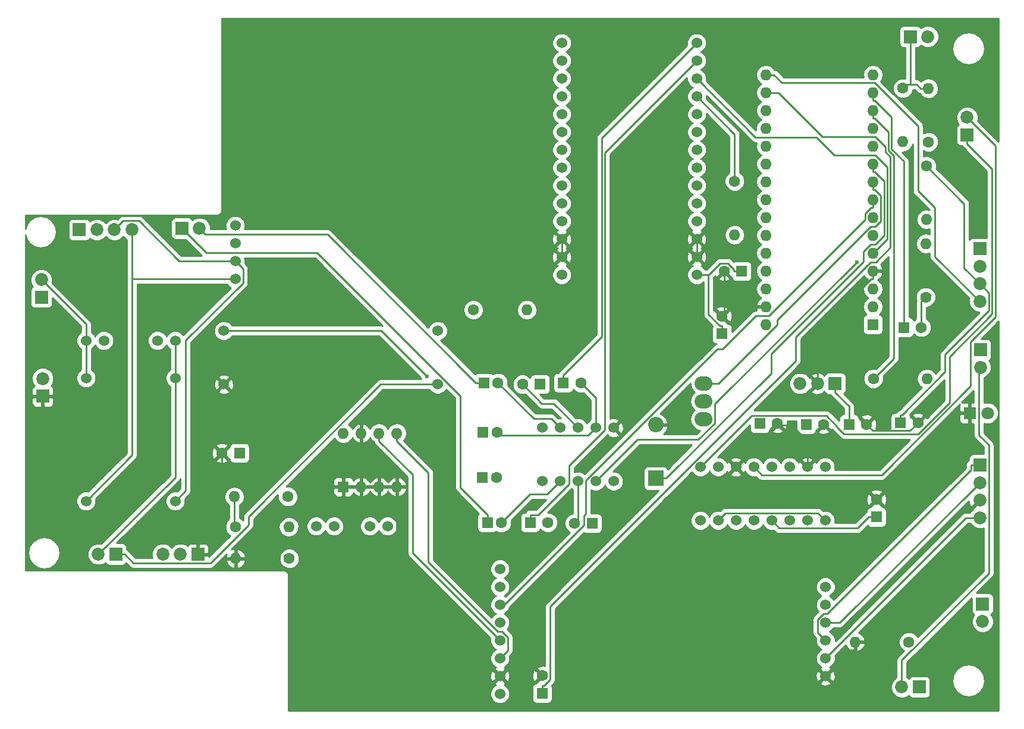
<source format=gbr>
G04 #@! TF.FileFunction,Copper,L2,Bot,Signal*
%FSLAX46Y46*%
G04 Gerber Fmt 4.6, Leading zero omitted, Abs format (unit mm)*
G04 Created by KiCad (PCBNEW 4.0.6+dfsg1-1) date Wed Nov 15 17:46:22 2017*
%MOMM*%
%LPD*%
G01*
G04 APERTURE LIST*
%ADD10C,0.100000*%
%ADD11R,2.200000X2.200000*%
%ADD12O,2.200000X2.200000*%
%ADD13R,1.600000X1.600000*%
%ADD14C,1.600000*%
%ADD15R,1.800000X1.800000*%
%ADD16C,1.800000*%
%ADD17R,1.850000X1.850000*%
%ADD18C,1.850000*%
%ADD19O,2.540000X2.032000*%
%ADD20O,1.600000X1.600000*%
%ADD21C,1.524000*%
%ADD22C,0.600000*%
%ADD23C,0.250000*%
%ADD24C,0.254000*%
G04 APERTURE END LIST*
D10*
D11*
X148800000Y-110300000D03*
D12*
X148800000Y-102680000D03*
D13*
X89500000Y-106700000D03*
D14*
X87000000Y-106700000D03*
D13*
X176300000Y-102600000D03*
D14*
X178800000Y-102600000D03*
D13*
X163600000Y-102500000D03*
D14*
X166100000Y-102500000D03*
D13*
X170200000Y-102600000D03*
D14*
X172700000Y-102600000D03*
D13*
X180200000Y-115800000D03*
D14*
X180200000Y-113300000D03*
D13*
X158200000Y-89700000D03*
D14*
X158200000Y-87200000D03*
D13*
X132300000Y-96900000D03*
D14*
X129800000Y-96900000D03*
D13*
X139700000Y-116700000D03*
D14*
X137200000Y-116700000D03*
D13*
X132600000Y-140900000D03*
D14*
X132600000Y-138400000D03*
D13*
X124200000Y-103700000D03*
D14*
X126200000Y-103700000D03*
D13*
X124100000Y-110200000D03*
D14*
X126100000Y-110200000D03*
D13*
X184100000Y-88800000D03*
D14*
X186600000Y-88800000D03*
D13*
X135600000Y-96700000D03*
D14*
X138100000Y-96700000D03*
D13*
X130900000Y-116600000D03*
D14*
X133400000Y-116600000D03*
D13*
X161000000Y-80800000D03*
D14*
X158500000Y-80800000D03*
D13*
X183600000Y-102400000D03*
D14*
X186100000Y-102400000D03*
D13*
X124800000Y-116600000D03*
D14*
X126800000Y-116600000D03*
D13*
X124300000Y-96700000D03*
D14*
X126300000Y-96700000D03*
D15*
X193500000Y-101000000D03*
D16*
X196040000Y-101000000D03*
D17*
X61300000Y-84500000D03*
D18*
X61300000Y-82000000D03*
D17*
X71900000Y-121100000D03*
D18*
X69400000Y-121100000D03*
D17*
X174300000Y-96800000D03*
D18*
X171800000Y-96800000D03*
X169300000Y-96800000D03*
D17*
X195000000Y-92000000D03*
D18*
X195000000Y-94500000D03*
D17*
X185000000Y-47400000D03*
D18*
X187500000Y-47400000D03*
D17*
X186300000Y-140000000D03*
D18*
X183800000Y-140000000D03*
D17*
X61500000Y-98600000D03*
D18*
X61500000Y-96100000D03*
D17*
X83600000Y-121100000D03*
D18*
X81100000Y-121100000D03*
X78600000Y-121100000D03*
D17*
X193100000Y-61400000D03*
D18*
X193100000Y-58900000D03*
D17*
X195300000Y-128200000D03*
D18*
X195300000Y-130700000D03*
D17*
X194900000Y-77600000D03*
D18*
X194900000Y-80100000D03*
X194900000Y-82600000D03*
X194900000Y-85100000D03*
D17*
X194900000Y-108400000D03*
D18*
X194900000Y-110900000D03*
X194900000Y-113400000D03*
X194900000Y-115900000D03*
D17*
X81300000Y-74700000D03*
D18*
X83800000Y-74700000D03*
D19*
X155600000Y-99300000D03*
X155600000Y-101840000D03*
X155600000Y-96760000D03*
D14*
X187600000Y-62400000D03*
D20*
X187600000Y-54780000D03*
D14*
X183960000Y-54760000D03*
D20*
X183960000Y-62380000D03*
D14*
X184800000Y-133600000D03*
D20*
X177180000Y-133600000D03*
D14*
X96600000Y-121700000D03*
D20*
X88980000Y-121700000D03*
D14*
X96400000Y-112900000D03*
D20*
X88780000Y-112900000D03*
D14*
X88900000Y-117200000D03*
D20*
X96520000Y-117200000D03*
D14*
X122800000Y-86300000D03*
D20*
X130420000Y-86300000D03*
D14*
X179760000Y-96100000D03*
D20*
X187380000Y-96100000D03*
D14*
X160000000Y-68000000D03*
D20*
X160000000Y-75620000D03*
D14*
X187300000Y-65800000D03*
D20*
X187300000Y-73420000D03*
D14*
X187200000Y-84500000D03*
D20*
X187200000Y-76880000D03*
D21*
X165270000Y-108690000D03*
X167810000Y-108690000D03*
X170350000Y-108690000D03*
X172890000Y-108690000D03*
X162730000Y-108690000D03*
X160190000Y-108690000D03*
X157650000Y-108690000D03*
X155110000Y-108690000D03*
X172890000Y-116310000D03*
X170350000Y-116310000D03*
X167810000Y-116310000D03*
X165270000Y-116310000D03*
X162730000Y-116310000D03*
X160190000Y-116310000D03*
X157650000Y-116310000D03*
X155110000Y-116310000D03*
D13*
X179700000Y-88400000D03*
D20*
X164460000Y-55380000D03*
X179700000Y-85860000D03*
X164460000Y-57920000D03*
X179700000Y-83320000D03*
X164460000Y-60460000D03*
X179700000Y-80780000D03*
X164460000Y-63000000D03*
X179700000Y-78240000D03*
X164460000Y-65540000D03*
X179700000Y-75700000D03*
X164460000Y-68080000D03*
X179700000Y-73160000D03*
X164460000Y-70620000D03*
X179700000Y-70620000D03*
X164460000Y-73160000D03*
X179700000Y-68080000D03*
X164460000Y-75700000D03*
X179700000Y-65540000D03*
X164460000Y-78240000D03*
X179700000Y-63000000D03*
X164460000Y-80780000D03*
X179700000Y-60460000D03*
X164460000Y-83320000D03*
X179700000Y-57920000D03*
X164460000Y-85860000D03*
X179700000Y-55380000D03*
X164460000Y-88400000D03*
X179700000Y-52840000D03*
X164460000Y-52840000D03*
D21*
X137700000Y-103090000D03*
X140240000Y-103090000D03*
X142780000Y-103090000D03*
X135160000Y-103090000D03*
X132620000Y-103090000D03*
X137700000Y-110710000D03*
X140240000Y-110710000D03*
X142780000Y-110710000D03*
X135160000Y-110710000D03*
X132620000Y-110710000D03*
D13*
X104300000Y-111500000D03*
D20*
X111920000Y-103880000D03*
X106840000Y-111500000D03*
X109380000Y-103880000D03*
X109380000Y-111500000D03*
X106840000Y-103880000D03*
X111920000Y-111500000D03*
X104300000Y-103880000D03*
D21*
X88910000Y-81910000D03*
X88910000Y-79370000D03*
X88910000Y-76830000D03*
X88910000Y-74290000D03*
D17*
X66700000Y-74900000D03*
D18*
X69200000Y-74900000D03*
X71700000Y-74900000D03*
X74200000Y-74900000D03*
D21*
X154601500Y-48290000D03*
X154601500Y-50830000D03*
X154601500Y-53370000D03*
X154601500Y-55910000D03*
X154601500Y-58450000D03*
X154601500Y-60990000D03*
X154601500Y-63530000D03*
X154601500Y-66070000D03*
X154601500Y-81310000D03*
X154601500Y-78770000D03*
X154601500Y-76230000D03*
X154601500Y-73690000D03*
X154601500Y-71150000D03*
X154601500Y-68610000D03*
X135398500Y-68610000D03*
X135398500Y-71150000D03*
X135398500Y-73690000D03*
X135398500Y-76230000D03*
X135398500Y-78770000D03*
X135398500Y-81310000D03*
X135398500Y-66070000D03*
X135398500Y-63530000D03*
X135398500Y-60990000D03*
X135398500Y-58450000D03*
X135398500Y-55910000D03*
X135398500Y-53370000D03*
X135398500Y-50830000D03*
X135398500Y-48290000D03*
X100438000Y-117114000D03*
X102978000Y-117114000D03*
X108058000Y-117114000D03*
X110598000Y-117114000D03*
X126600000Y-140990000D03*
X126600000Y-138450000D03*
X126600000Y-135910000D03*
X126600000Y-133370000D03*
X126600000Y-130830000D03*
X126600000Y-128290000D03*
X126600000Y-125750000D03*
X126600000Y-123210000D03*
X172934000Y-133370000D03*
X172934000Y-135910000D03*
X172934000Y-138450000D03*
X172934000Y-130830000D03*
X172934000Y-128290000D03*
X172934000Y-125750000D03*
X70190000Y-90670000D03*
X77810000Y-90670000D03*
X80350000Y-90670000D03*
X67650000Y-90670000D03*
X80350000Y-113530000D03*
X67650000Y-113530000D03*
X67650000Y-96004000D03*
X80350000Y-96004000D03*
X117740000Y-96910000D03*
X117740000Y-89290000D03*
X87260000Y-96910000D03*
X87260000Y-89290000D03*
D22*
X116176000Y-95780100D03*
X177378400Y-79510000D03*
D23*
X148800000Y-110300000D02*
X150225300Y-110300000D01*
X179700000Y-65540000D02*
X179700000Y-66665300D01*
X179981300Y-66665300D02*
X179700000Y-66665300D01*
X181292600Y-67976600D02*
X179981300Y-66665300D01*
X181292600Y-75752100D02*
X181292600Y-67976600D01*
X180074700Y-76970000D02*
X181292600Y-75752100D01*
X179356600Y-76970000D02*
X180074700Y-76970000D01*
X178317100Y-78009500D02*
X179356600Y-76970000D01*
X178317100Y-79455700D02*
X178317100Y-78009500D01*
X165205100Y-92567700D02*
X178317100Y-79455700D01*
X165205000Y-92567700D02*
X165205100Y-92567700D01*
X165205000Y-95320300D02*
X165205000Y-92567700D01*
X150225300Y-110300000D02*
X165205000Y-95320300D01*
X176658700Y-134725300D02*
X177180000Y-134725300D01*
X172934000Y-138450000D02*
X176658700Y-134725300D01*
X177180000Y-133600000D02*
X177180000Y-134725300D01*
X135398500Y-78770000D02*
X135398500Y-76230000D01*
X106840000Y-103880000D02*
X106840000Y-111500000D01*
X100305300Y-111500000D02*
X104300000Y-111500000D01*
X90105300Y-121700000D02*
X100305300Y-111500000D01*
X88980000Y-121700000D02*
X90105300Y-121700000D01*
X154601500Y-76230000D02*
X154601500Y-78770000D01*
X111920000Y-123770000D02*
X126600000Y-138450000D01*
X111920000Y-111500000D02*
X111920000Y-123770000D01*
X164460000Y-85860000D02*
X163334700Y-85860000D01*
X158500000Y-85860000D02*
X163334700Y-85860000D01*
X158500000Y-86900000D02*
X158500000Y-85860000D01*
X158200000Y-87200000D02*
X158500000Y-86900000D01*
X158500000Y-85860000D02*
X158500000Y-80800000D01*
X83600000Y-121100000D02*
X83600000Y-119849700D01*
X87000000Y-116449700D02*
X83600000Y-119849700D01*
X87000000Y-106700000D02*
X87000000Y-116449700D01*
X171800000Y-89583700D02*
X171800000Y-96800000D01*
X179478400Y-81905300D02*
X171800000Y-89583700D01*
X179700000Y-81905300D02*
X179478400Y-81905300D01*
X179700000Y-80780000D02*
X179700000Y-81905300D01*
X166170000Y-102570000D02*
X166100000Y-102500000D01*
X166170000Y-102710000D02*
X166170000Y-102570000D01*
X160190000Y-108690000D02*
X166170000Y-102710000D01*
X168110000Y-102710000D02*
X170350000Y-104950000D01*
X166170000Y-102710000D02*
X168110000Y-102710000D01*
X170350000Y-108690000D02*
X170350000Y-104950000D01*
X170350000Y-104950000D02*
X172700000Y-102600000D01*
X184974600Y-103525400D02*
X186100000Y-102400000D01*
X179725400Y-103525400D02*
X184974600Y-103525400D01*
X178800000Y-102600000D02*
X179725400Y-103525400D01*
X171798600Y-115218600D02*
X172890000Y-116310000D01*
X158741400Y-115218600D02*
X171798600Y-115218600D01*
X157650000Y-116310000D02*
X158741400Y-115218600D01*
X109685900Y-89290000D02*
X116176000Y-95780100D01*
X87260000Y-89290000D02*
X109685900Y-89290000D01*
X176300000Y-100050300D02*
X176300000Y-102600000D01*
X174300000Y-98050300D02*
X176300000Y-100050300D01*
X174300000Y-96800000D02*
X174300000Y-98050300D01*
X161000000Y-80800000D02*
X159874700Y-80800000D01*
X158200000Y-89700000D02*
X158200000Y-88574700D01*
X157981600Y-79669100D02*
X156291600Y-81359100D01*
X159025100Y-79669100D02*
X157981600Y-79669100D01*
X159874700Y-80518700D02*
X159025100Y-79669100D01*
X159874700Y-80800000D02*
X159874700Y-80518700D01*
X156242500Y-81310000D02*
X156291600Y-81359100D01*
X154601500Y-81310000D02*
X156242500Y-81310000D01*
X157918600Y-88574700D02*
X158200000Y-88574700D01*
X156291600Y-86947700D02*
X157918600Y-88574700D01*
X156291600Y-81359100D02*
X156291600Y-86947700D01*
X192691700Y-71191700D02*
X187300000Y-65800000D01*
X192691700Y-80391700D02*
X192691700Y-71191700D01*
X194900000Y-82600000D02*
X192691700Y-80391700D01*
X192944000Y-115900000D02*
X194900000Y-115900000D01*
X172934000Y-135910000D02*
X192944000Y-115900000D01*
X196219700Y-83919700D02*
X194900000Y-82600000D01*
X196219700Y-86367700D02*
X196219700Y-83919700D01*
X189946700Y-92640700D02*
X196219700Y-86367700D01*
X189946700Y-95144400D02*
X189946700Y-92640700D01*
X183816400Y-101274700D02*
X189946700Y-95144400D01*
X183600000Y-101274700D02*
X183816400Y-101274700D01*
X183600000Y-102400000D02*
X183600000Y-101274700D01*
X177477100Y-117397600D02*
X179074700Y-115800000D01*
X166357600Y-117397600D02*
X177477100Y-117397600D01*
X165270000Y-116310000D02*
X166357600Y-117397600D01*
X180200000Y-115800000D02*
X179074700Y-115800000D01*
X132540800Y-99640800D02*
X129800000Y-96900000D01*
X134250800Y-99640800D02*
X132540800Y-99640800D01*
X137700000Y-103090000D02*
X134250800Y-99640800D01*
X137700000Y-116200000D02*
X137200000Y-116700000D01*
X137700000Y-110710000D02*
X137700000Y-116200000D01*
X132600000Y-140900000D02*
X132600000Y-139774700D01*
X164460000Y-55380000D02*
X165585300Y-55380000D01*
X132881400Y-139774700D02*
X132600000Y-139774700D01*
X133725300Y-138930800D02*
X132881400Y-139774700D01*
X133725300Y-128536900D02*
X133725300Y-138930800D01*
X168682100Y-93580100D02*
X133725300Y-128536900D01*
X168682100Y-90173600D02*
X168682100Y-93580100D01*
X179345700Y-79510000D02*
X168682100Y-90173600D01*
X180092200Y-79510000D02*
X179345700Y-79510000D01*
X182193300Y-77408900D02*
X180092200Y-79510000D01*
X182193300Y-64515400D02*
X182193300Y-77408900D01*
X181451800Y-63773900D02*
X182193300Y-64515400D01*
X181451800Y-63106300D02*
X181451800Y-63773900D01*
X180021000Y-61675500D02*
X181451800Y-63106300D01*
X172517700Y-61675500D02*
X180021000Y-61675500D01*
X166222200Y-55380000D02*
X172517700Y-61675500D01*
X165585300Y-55380000D02*
X166222200Y-55380000D01*
X140240000Y-98840000D02*
X138100000Y-96700000D01*
X140240000Y-103090000D02*
X140240000Y-98840000D01*
X126679800Y-104179800D02*
X126200000Y-103700000D01*
X139150200Y-104179800D02*
X126679800Y-104179800D01*
X140240000Y-103090000D02*
X139150200Y-104179800D01*
X157195400Y-99693000D02*
X177378400Y-79510000D01*
X157195400Y-102428500D02*
X157195400Y-99693000D01*
X154849800Y-104774100D02*
X157195400Y-102428500D01*
X146175900Y-104774100D02*
X154849800Y-104774100D01*
X140240000Y-110710000D02*
X146175900Y-104774100D01*
X179700000Y-55380000D02*
X179700000Y-56505300D01*
X184100000Y-65148200D02*
X184100000Y-88800000D01*
X182352400Y-63400600D02*
X184100000Y-65148200D01*
X182352400Y-58876400D02*
X182352400Y-63400600D01*
X179981300Y-56505300D02*
X182352400Y-58876400D01*
X179700000Y-56505300D02*
X179981300Y-56505300D01*
X186600000Y-85100000D02*
X186600000Y-88800000D01*
X187200000Y-84500000D02*
X186600000Y-85100000D01*
X141059600Y-90115100D02*
X135600000Y-95574700D01*
X141059600Y-61831900D02*
X141059600Y-90115100D01*
X154601500Y-48290000D02*
X141059600Y-61831900D01*
X135600000Y-96700000D02*
X135600000Y-95574700D01*
X132025300Y-115474700D02*
X130900000Y-115474700D01*
X136430000Y-111070000D02*
X132025300Y-115474700D01*
X136430000Y-108484200D02*
X136430000Y-111070000D01*
X141510000Y-103404200D02*
X136430000Y-108484200D01*
X141510000Y-63921500D02*
X141510000Y-103404200D01*
X154601500Y-50830000D02*
X141510000Y-63921500D01*
X130900000Y-116600000D02*
X130900000Y-115474700D01*
X124800000Y-116600000D02*
X124800000Y-115474700D01*
X120936800Y-111611500D02*
X124800000Y-115474700D01*
X120936800Y-98543300D02*
X120936800Y-111611500D01*
X100560500Y-78167000D02*
X120936800Y-98543300D01*
X84767000Y-78167000D02*
X100560500Y-78167000D01*
X81300000Y-74700000D02*
X84767000Y-78167000D01*
X130832000Y-112568000D02*
X126800000Y-116600000D01*
X133302000Y-112568000D02*
X130832000Y-112568000D01*
X135160000Y-110710000D02*
X133302000Y-112568000D01*
X102034700Y-75560000D02*
X123174700Y-96700000D01*
X84660000Y-75560000D02*
X102034700Y-75560000D01*
X83800000Y-74700000D02*
X84660000Y-75560000D01*
X124300000Y-96700000D02*
X123174700Y-96700000D01*
X133880600Y-101810600D02*
X135160000Y-103090000D01*
X131410600Y-101810600D02*
X133880600Y-101810600D01*
X126300000Y-96700000D02*
X131410600Y-101810600D01*
X116410900Y-109496200D02*
X111920000Y-105005300D01*
X116410900Y-122202400D02*
X116410900Y-109496200D01*
X126308500Y-132100000D02*
X116410900Y-122202400D01*
X126877800Y-132100000D02*
X126308500Y-132100000D01*
X127691400Y-132913600D02*
X126877800Y-132100000D01*
X127691400Y-134818600D02*
X127691400Y-132913600D01*
X126600000Y-135910000D02*
X127691400Y-134818600D01*
X111920000Y-103880000D02*
X111920000Y-105005300D01*
X193649700Y-109112100D02*
X193649700Y-108400000D01*
X173201800Y-129560000D02*
X193649700Y-109112100D01*
X172657200Y-129560000D02*
X173201800Y-129560000D01*
X171846600Y-130370600D02*
X172657200Y-129560000D01*
X171846600Y-132282600D02*
X171846600Y-130370600D01*
X172934000Y-133370000D02*
X171846600Y-132282600D01*
X194900000Y-108400000D02*
X193649700Y-108400000D01*
X114154400Y-109779700D02*
X109380000Y-105005300D01*
X114154400Y-120924400D02*
X114154400Y-109779700D01*
X126600000Y-133370000D02*
X114154400Y-120924400D01*
X109380000Y-103880000D02*
X109380000Y-105005300D01*
X174970000Y-130830000D02*
X194900000Y-110900000D01*
X172934000Y-130830000D02*
X174970000Y-130830000D01*
X162961400Y-61729900D02*
X154601500Y-53370000D01*
X171616900Y-61729900D02*
X162961400Y-61729900D01*
X174157000Y-64270000D02*
X171616900Y-61729900D01*
X180030800Y-64270000D02*
X174157000Y-64270000D01*
X181743000Y-65982200D02*
X180030800Y-64270000D01*
X181743000Y-76197000D02*
X181743000Y-65982200D01*
X179700000Y-78240000D02*
X181743000Y-76197000D01*
X160000000Y-61308500D02*
X160000000Y-68000000D01*
X154601500Y-55910000D02*
X160000000Y-61308500D01*
X80350000Y-96004000D02*
X80350000Y-90670000D01*
X80350000Y-110150000D02*
X80350000Y-96004000D01*
X69400000Y-121100000D02*
X80350000Y-110150000D01*
X67650000Y-96004000D02*
X67650000Y-90670000D01*
X67650000Y-88350000D02*
X61300000Y-82000000D01*
X67650000Y-90670000D02*
X67650000Y-88350000D01*
X74400600Y-122350300D02*
X73150300Y-121100000D01*
X85345800Y-122350300D02*
X74400600Y-122350300D01*
X90763000Y-116933100D02*
X85345800Y-122350300D01*
X90763000Y-115780700D02*
X90763000Y-116933100D01*
X109633700Y-96910000D02*
X90763000Y-115780700D01*
X117740000Y-96910000D02*
X109633700Y-96910000D01*
X71900000Y-121100000D02*
X73150300Y-121100000D01*
X183800000Y-136191600D02*
X183800000Y-140000000D01*
X196178900Y-123812700D02*
X183800000Y-136191600D01*
X196178900Y-105536700D02*
X196178900Y-123812700D01*
X194794000Y-104151800D02*
X196178900Y-105536700D01*
X194794000Y-94706000D02*
X194794000Y-104151800D01*
X195000000Y-94500000D02*
X194794000Y-94706000D01*
X187600000Y-54780000D02*
X186474700Y-54780000D01*
X185000000Y-54240000D02*
X185000000Y-47400000D01*
X184480000Y-54240000D02*
X185000000Y-54240000D01*
X183960000Y-54760000D02*
X184480000Y-54240000D01*
X185934700Y-54240000D02*
X186474700Y-54780000D01*
X185000000Y-54240000D02*
X185934700Y-54240000D01*
X193100000Y-61400000D02*
X193100000Y-62650300D01*
X196670100Y-66220400D02*
X193100000Y-62650300D01*
X196670100Y-86922600D02*
X196670100Y-66220400D01*
X190622100Y-92970600D02*
X196670100Y-86922600D01*
X190622100Y-99497600D02*
X190622100Y-92970600D01*
X186116400Y-104003300D02*
X190622100Y-99497600D01*
X175588300Y-104003300D02*
X186116400Y-104003300D01*
X174659300Y-103074300D02*
X175588300Y-104003300D01*
X174659300Y-102945400D02*
X174659300Y-103074300D01*
X173077600Y-101363700D02*
X174659300Y-102945400D01*
X162436300Y-101363700D02*
X173077600Y-101363700D01*
X155110000Y-108690000D02*
X162436300Y-101363700D01*
X197120400Y-62920400D02*
X193100000Y-58900000D01*
X197120400Y-87334200D02*
X197120400Y-62920400D01*
X193610500Y-90844100D02*
X197120400Y-87334200D01*
X193610500Y-97146100D02*
X193610500Y-90844100D01*
X180960100Y-109796500D02*
X193610500Y-97146100D01*
X163836500Y-109796500D02*
X180960100Y-109796500D01*
X162730000Y-108690000D02*
X163836500Y-109796500D01*
X188537100Y-78737100D02*
X194900000Y-85100000D01*
X188537100Y-71765500D02*
X188537100Y-78737100D01*
X186100400Y-69328800D02*
X188537100Y-71765500D01*
X186100400Y-60120500D02*
X186100400Y-69328800D01*
X179945200Y-53965300D02*
X186100400Y-60120500D01*
X166710600Y-53965300D02*
X179945200Y-53965300D01*
X165585300Y-52840000D02*
X166710600Y-53965300D01*
X164460000Y-52840000D02*
X165585300Y-52840000D01*
X157698000Y-96760000D02*
X155600000Y-96760000D01*
X166038900Y-88419100D02*
X157698000Y-96760000D01*
X166038900Y-87763600D02*
X166038900Y-88419100D01*
X179372500Y-74430000D02*
X166038900Y-87763600D01*
X180058600Y-74430000D02*
X179372500Y-74430000D01*
X180842200Y-73646400D02*
X180058600Y-74430000D01*
X180842200Y-70066200D02*
X180842200Y-73646400D01*
X179981300Y-69205300D02*
X180842200Y-70066200D01*
X179700000Y-69205300D02*
X179981300Y-69205300D01*
X179700000Y-68080000D02*
X179700000Y-69205300D01*
X88780000Y-117080000D02*
X88780000Y-112900000D01*
X88900000Y-117200000D02*
X88780000Y-117080000D01*
X179700000Y-57920000D02*
X179700000Y-59045300D01*
X182643600Y-93216400D02*
X179760000Y-96100000D01*
X182643600Y-64328800D02*
X182643600Y-93216400D01*
X181902100Y-63587300D02*
X182643600Y-64328800D01*
X181902100Y-60966100D02*
X181902100Y-63587300D01*
X179981300Y-59045300D02*
X181902100Y-60966100D01*
X179700000Y-59045300D02*
X179981300Y-59045300D01*
X179418600Y-71745300D02*
X179700000Y-71745300D01*
X178574700Y-72589200D02*
X179418600Y-71745300D01*
X178574700Y-73417200D02*
X178574700Y-72589200D01*
X164861900Y-87130000D02*
X178574700Y-73417200D01*
X163040900Y-87130000D02*
X164861900Y-87130000D01*
X158270200Y-91900700D02*
X163040900Y-87130000D01*
X157509100Y-91900700D02*
X158270200Y-91900700D01*
X138787400Y-110622400D02*
X157509100Y-91900700D01*
X138787400Y-115361800D02*
X138787400Y-110622400D01*
X138574600Y-115574600D02*
X138787400Y-115361800D01*
X138574600Y-116941800D02*
X138574600Y-115574600D01*
X127226400Y-128290000D02*
X138574600Y-116941800D01*
X126600000Y-128290000D02*
X127226400Y-128290000D01*
X179700000Y-70620000D02*
X179700000Y-71745300D01*
X74200000Y-81910000D02*
X88910000Y-81910000D01*
X74200000Y-74900000D02*
X74200000Y-81910000D01*
X74200000Y-106980000D02*
X67650000Y-113530000D01*
X74200000Y-81910000D02*
X74200000Y-106980000D01*
X89999400Y-80459400D02*
X88910000Y-79370000D01*
X89999400Y-82449900D02*
X89999400Y-80459400D01*
X81827900Y-90621400D02*
X89999400Y-82449900D01*
X81827900Y-112052100D02*
X81827900Y-90621400D01*
X80350000Y-113530000D02*
X81827900Y-112052100D01*
X72959500Y-73640500D02*
X71700000Y-74900000D01*
X75205800Y-73640500D02*
X72959500Y-73640500D01*
X80935300Y-79370000D02*
X75205800Y-73640500D01*
X88910000Y-79370000D02*
X80935300Y-79370000D01*
D24*
G36*
X197590000Y-62315198D02*
X194608892Y-59334090D01*
X194659728Y-59211664D01*
X194660270Y-58591058D01*
X194423275Y-58017486D01*
X193984823Y-57578268D01*
X193411664Y-57340272D01*
X192791058Y-57339730D01*
X192217486Y-57576725D01*
X191778268Y-58015177D01*
X191540272Y-58588336D01*
X191539730Y-59208942D01*
X191776725Y-59782514D01*
X191894754Y-59900749D01*
X191723559Y-60010910D01*
X191578569Y-60223110D01*
X191527560Y-60475000D01*
X191527560Y-62325000D01*
X191571838Y-62560317D01*
X191710910Y-62776441D01*
X191923110Y-62921431D01*
X192175000Y-62972440D01*
X192418767Y-62972440D01*
X192562599Y-63187701D01*
X195910100Y-66535202D01*
X195910100Y-76044793D01*
X195825000Y-76027560D01*
X193975000Y-76027560D01*
X193739683Y-76071838D01*
X193523559Y-76210910D01*
X193451700Y-76316079D01*
X193451700Y-71191700D01*
X193393848Y-70900861D01*
X193393848Y-70900860D01*
X193229101Y-70654299D01*
X188713256Y-66138454D01*
X188734750Y-66086691D01*
X188735248Y-65515813D01*
X188517243Y-64988200D01*
X188113923Y-64584176D01*
X187586691Y-64365250D01*
X187015813Y-64364752D01*
X186860400Y-64428967D01*
X186860400Y-63646686D01*
X187313309Y-63834750D01*
X187884187Y-63835248D01*
X188411800Y-63617243D01*
X188815824Y-63213923D01*
X189034750Y-62686691D01*
X189035248Y-62115813D01*
X188817243Y-61588200D01*
X188413923Y-61184176D01*
X187886691Y-60965250D01*
X187315813Y-60964752D01*
X186860400Y-61152925D01*
X186860400Y-60120500D01*
X186838601Y-60010910D01*
X186802548Y-59829660D01*
X186637801Y-59583099D01*
X182098889Y-55044187D01*
X182524752Y-55044187D01*
X182742757Y-55571800D01*
X183146077Y-55975824D01*
X183673309Y-56194750D01*
X184244187Y-56195248D01*
X184771800Y-55977243D01*
X185175824Y-55573923D01*
X185394750Y-55046691D01*
X185394791Y-55000000D01*
X185619898Y-55000000D01*
X185937299Y-55317401D01*
X186183860Y-55482148D01*
X186384321Y-55522022D01*
X186585302Y-55822811D01*
X187050849Y-56133880D01*
X187600000Y-56243113D01*
X188149151Y-56133880D01*
X188614698Y-55822811D01*
X188925767Y-55357264D01*
X189035000Y-54808113D01*
X189035000Y-54751887D01*
X188925767Y-54202736D01*
X188614698Y-53737189D01*
X188149151Y-53426120D01*
X187600000Y-53316887D01*
X187050849Y-53426120D01*
X186585302Y-53737189D01*
X186553815Y-53784313D01*
X186472101Y-53702599D01*
X186225539Y-53537852D01*
X185934700Y-53480000D01*
X185760000Y-53480000D01*
X185760000Y-49100000D01*
X190990000Y-49100000D01*
X191165838Y-49983999D01*
X191666583Y-50733417D01*
X192416001Y-51234162D01*
X193300000Y-51410000D01*
X194183999Y-51234162D01*
X194933417Y-50733417D01*
X195434162Y-49983999D01*
X195610000Y-49100000D01*
X195434162Y-48216001D01*
X194933417Y-47466583D01*
X194183999Y-46965838D01*
X193300000Y-46790000D01*
X192416001Y-46965838D01*
X191666583Y-47466583D01*
X191165838Y-48216001D01*
X190990000Y-49100000D01*
X185760000Y-49100000D01*
X185760000Y-48972440D01*
X185925000Y-48972440D01*
X186160317Y-48928162D01*
X186376441Y-48789090D01*
X186500771Y-48607126D01*
X186615177Y-48721732D01*
X187188336Y-48959728D01*
X187808942Y-48960270D01*
X188382514Y-48723275D01*
X188821732Y-48284823D01*
X189059728Y-47711664D01*
X189060270Y-47091058D01*
X188823275Y-46517486D01*
X188384823Y-46078268D01*
X187811664Y-45840272D01*
X187191058Y-45839730D01*
X186617486Y-46076725D01*
X186499251Y-46194754D01*
X186389090Y-46023559D01*
X186176890Y-45878569D01*
X185925000Y-45827560D01*
X184075000Y-45827560D01*
X183839683Y-45871838D01*
X183623559Y-46010910D01*
X183478569Y-46223110D01*
X183427560Y-46475000D01*
X183427560Y-48325000D01*
X183471838Y-48560317D01*
X183610910Y-48776441D01*
X183823110Y-48921431D01*
X184075000Y-48972440D01*
X184240000Y-48972440D01*
X184240000Y-53325244D01*
X183675813Y-53324752D01*
X183148200Y-53542757D01*
X182744176Y-53946077D01*
X182525250Y-54473309D01*
X182524752Y-55044187D01*
X182098889Y-55044187D01*
X180809537Y-53754835D01*
X181053880Y-53389151D01*
X181163113Y-52840000D01*
X181053880Y-52290849D01*
X180742811Y-51825302D01*
X180277264Y-51514233D01*
X179728113Y-51405000D01*
X179671887Y-51405000D01*
X179122736Y-51514233D01*
X178657189Y-51825302D01*
X178346120Y-52290849D01*
X178236887Y-52840000D01*
X178309550Y-53205300D01*
X167025402Y-53205300D01*
X166122701Y-52302599D01*
X165876139Y-52137852D01*
X165686437Y-52100118D01*
X165502811Y-51825302D01*
X165037264Y-51514233D01*
X164488113Y-51405000D01*
X164431887Y-51405000D01*
X163882736Y-51514233D01*
X163417189Y-51825302D01*
X163106120Y-52290849D01*
X162996887Y-52840000D01*
X163106120Y-53389151D01*
X163417189Y-53854698D01*
X163799275Y-54110000D01*
X163417189Y-54365302D01*
X163106120Y-54830849D01*
X162996887Y-55380000D01*
X163106120Y-55929151D01*
X163417189Y-56394698D01*
X163799275Y-56650000D01*
X163417189Y-56905302D01*
X163106120Y-57370849D01*
X162996887Y-57920000D01*
X163106120Y-58469151D01*
X163417189Y-58934698D01*
X163799275Y-59190000D01*
X163417189Y-59445302D01*
X163106120Y-59910849D01*
X162996887Y-60460000D01*
X163054142Y-60747840D01*
X155985683Y-53679381D01*
X155998257Y-53649100D01*
X155998742Y-53093339D01*
X155786510Y-52579697D01*
X155393870Y-52186371D01*
X155185988Y-52100051D01*
X155391803Y-52015010D01*
X155785129Y-51622370D01*
X155998257Y-51109100D01*
X155998742Y-50553339D01*
X155786510Y-50039697D01*
X155393870Y-49646371D01*
X155185988Y-49560051D01*
X155391803Y-49475010D01*
X155785129Y-49082370D01*
X155998257Y-48569100D01*
X155998742Y-48013339D01*
X155786510Y-47499697D01*
X155393870Y-47106371D01*
X154880600Y-46893243D01*
X154324839Y-46892758D01*
X153811197Y-47104990D01*
X153417871Y-47497630D01*
X153204743Y-48010900D01*
X153204258Y-48566661D01*
X153217643Y-48599055D01*
X140522199Y-61294499D01*
X140357452Y-61541061D01*
X140299600Y-61831900D01*
X140299600Y-89800298D01*
X135062599Y-95037299D01*
X134918767Y-95252560D01*
X134800000Y-95252560D01*
X134564683Y-95296838D01*
X134348559Y-95435910D01*
X134203569Y-95648110D01*
X134152560Y-95900000D01*
X134152560Y-97500000D01*
X134196838Y-97735317D01*
X134335910Y-97951441D01*
X134548110Y-98096431D01*
X134800000Y-98147440D01*
X136400000Y-98147440D01*
X136635317Y-98103162D01*
X136851441Y-97964090D01*
X136996431Y-97751890D01*
X137017680Y-97646959D01*
X137286077Y-97915824D01*
X137813309Y-98134750D01*
X138384187Y-98135248D01*
X138438149Y-98112951D01*
X139480000Y-99154802D01*
X139480000Y-101892469D01*
X139449697Y-101904990D01*
X139056371Y-102297630D01*
X138970051Y-102505512D01*
X138885010Y-102299697D01*
X138492370Y-101906371D01*
X137979100Y-101693243D01*
X137423339Y-101692758D01*
X137390945Y-101706143D01*
X134788201Y-99103399D01*
X134541639Y-98938652D01*
X134250800Y-98880800D01*
X132855602Y-98880800D01*
X132322242Y-98347440D01*
X133100000Y-98347440D01*
X133335317Y-98303162D01*
X133551441Y-98164090D01*
X133696431Y-97951890D01*
X133747440Y-97700000D01*
X133747440Y-96100000D01*
X133703162Y-95864683D01*
X133564090Y-95648559D01*
X133351890Y-95503569D01*
X133100000Y-95452560D01*
X131500000Y-95452560D01*
X131264683Y-95496838D01*
X131048559Y-95635910D01*
X130903569Y-95848110D01*
X130882320Y-95953041D01*
X130613923Y-95684176D01*
X130086691Y-95465250D01*
X129515813Y-95464752D01*
X128988200Y-95682757D01*
X128584176Y-96086077D01*
X128365250Y-96613309D01*
X128364752Y-97184187D01*
X128582757Y-97711800D01*
X128986077Y-98115824D01*
X129513309Y-98334750D01*
X130084187Y-98335248D01*
X130138149Y-98312951D01*
X132003399Y-100178201D01*
X132249961Y-100342948D01*
X132540800Y-100400800D01*
X133935998Y-100400800D01*
X135228257Y-101693059D01*
X134883339Y-101692758D01*
X134850945Y-101706143D01*
X134418001Y-101273199D01*
X134171439Y-101108452D01*
X133880600Y-101050600D01*
X131725402Y-101050600D01*
X127713256Y-97038454D01*
X127734750Y-96986691D01*
X127735248Y-96415813D01*
X127517243Y-95888200D01*
X127113923Y-95484176D01*
X126586691Y-95265250D01*
X126015813Y-95264752D01*
X125565534Y-95450803D01*
X125564090Y-95448559D01*
X125351890Y-95303569D01*
X125100000Y-95252560D01*
X123500000Y-95252560D01*
X123264683Y-95296838D01*
X123048559Y-95435910D01*
X123022926Y-95473424D01*
X118172396Y-90622894D01*
X118530303Y-90475010D01*
X118923629Y-90082370D01*
X119136757Y-89569100D01*
X119137242Y-89013339D01*
X118925010Y-88499697D01*
X118532370Y-88106371D01*
X118019100Y-87893243D01*
X117463339Y-87892758D01*
X116949697Y-88104990D01*
X116556371Y-88497630D01*
X116406958Y-88857456D01*
X114133689Y-86584187D01*
X121364752Y-86584187D01*
X121582757Y-87111800D01*
X121986077Y-87515824D01*
X122513309Y-87734750D01*
X123084187Y-87735248D01*
X123611800Y-87517243D01*
X124015824Y-87113923D01*
X124234750Y-86586691D01*
X124235000Y-86300000D01*
X128956887Y-86300000D01*
X129066120Y-86849151D01*
X129377189Y-87314698D01*
X129842736Y-87625767D01*
X130391887Y-87735000D01*
X130448113Y-87735000D01*
X130997264Y-87625767D01*
X131462811Y-87314698D01*
X131773880Y-86849151D01*
X131883113Y-86300000D01*
X131773880Y-85750849D01*
X131462811Y-85285302D01*
X130997264Y-84974233D01*
X130448113Y-84865000D01*
X130391887Y-84865000D01*
X129842736Y-84974233D01*
X129377189Y-85285302D01*
X129066120Y-85750849D01*
X128956887Y-86300000D01*
X124235000Y-86300000D01*
X124235248Y-86015813D01*
X124017243Y-85488200D01*
X123613923Y-85084176D01*
X123086691Y-84865250D01*
X122515813Y-84864752D01*
X121988200Y-85082757D01*
X121584176Y-85486077D01*
X121365250Y-86013309D01*
X121364752Y-86584187D01*
X114133689Y-86584187D01*
X109136163Y-81586661D01*
X134001258Y-81586661D01*
X134213490Y-82100303D01*
X134606130Y-82493629D01*
X135119400Y-82706757D01*
X135675161Y-82707242D01*
X136188803Y-82495010D01*
X136582129Y-82102370D01*
X136795257Y-81589100D01*
X136795742Y-81033339D01*
X136583510Y-80519697D01*
X136190870Y-80126371D01*
X135998773Y-80046605D01*
X136129643Y-79992397D01*
X136199108Y-79750213D01*
X135398500Y-78949605D01*
X134597892Y-79750213D01*
X134667357Y-79992397D01*
X134807818Y-80042509D01*
X134608197Y-80124990D01*
X134214871Y-80517630D01*
X134001743Y-81030900D01*
X134001258Y-81586661D01*
X109136163Y-81586661D01*
X106111804Y-78562302D01*
X133989356Y-78562302D01*
X134017138Y-79117368D01*
X134176103Y-79501143D01*
X134418287Y-79570608D01*
X135218895Y-78770000D01*
X135578105Y-78770000D01*
X136378713Y-79570608D01*
X136620897Y-79501143D01*
X136807644Y-78977698D01*
X136779862Y-78422632D01*
X136620897Y-78038857D01*
X136378713Y-77969392D01*
X135578105Y-78770000D01*
X135218895Y-78770000D01*
X134418287Y-77969392D01*
X134176103Y-78038857D01*
X133989356Y-78562302D01*
X106111804Y-78562302D01*
X104759715Y-77210213D01*
X134597892Y-77210213D01*
X134667357Y-77452397D01*
X134790844Y-77496453D01*
X134667357Y-77547603D01*
X134597892Y-77789787D01*
X135398500Y-78590395D01*
X136199108Y-77789787D01*
X136129643Y-77547603D01*
X136006156Y-77503547D01*
X136129643Y-77452397D01*
X136199108Y-77210213D01*
X135398500Y-76409605D01*
X134597892Y-77210213D01*
X104759715Y-77210213D01*
X103571804Y-76022302D01*
X133989356Y-76022302D01*
X134017138Y-76577368D01*
X134176103Y-76961143D01*
X134418287Y-77030608D01*
X135218895Y-76230000D01*
X135578105Y-76230000D01*
X136378713Y-77030608D01*
X136620897Y-76961143D01*
X136807644Y-76437698D01*
X136779862Y-75882632D01*
X136620897Y-75498857D01*
X136378713Y-75429392D01*
X135578105Y-76230000D01*
X135218895Y-76230000D01*
X134418287Y-75429392D01*
X134176103Y-75498857D01*
X133989356Y-76022302D01*
X103571804Y-76022302D01*
X102572101Y-75022599D01*
X102325539Y-74857852D01*
X102034700Y-74800000D01*
X90210879Y-74800000D01*
X90306757Y-74569100D01*
X90307242Y-74013339D01*
X90095010Y-73499697D01*
X89702370Y-73106371D01*
X89189100Y-72893243D01*
X88633339Y-72892758D01*
X88119697Y-73104990D01*
X87726371Y-73497630D01*
X87513243Y-74010900D01*
X87512758Y-74566661D01*
X87609171Y-74800000D01*
X85359913Y-74800000D01*
X85360270Y-74391058D01*
X85123275Y-73817486D01*
X84684823Y-73378268D01*
X84111664Y-73140272D01*
X83491058Y-73139730D01*
X82917486Y-73376725D01*
X82799251Y-73494754D01*
X82689090Y-73323559D01*
X82476890Y-73178569D01*
X82225000Y-73127560D01*
X80375000Y-73127560D01*
X80139683Y-73171838D01*
X79923559Y-73310910D01*
X79778569Y-73523110D01*
X79727560Y-73775000D01*
X79727560Y-75625000D01*
X79771838Y-75860317D01*
X79910910Y-76076441D01*
X80123110Y-76221431D01*
X80375000Y-76272440D01*
X81797638Y-76272440D01*
X84135198Y-78610000D01*
X81250102Y-78610000D01*
X75743201Y-73103099D01*
X75496639Y-72938352D01*
X75205800Y-72880500D01*
X72959500Y-72880500D01*
X72668661Y-72938352D01*
X72422099Y-73103099D01*
X72134090Y-73391108D01*
X72011664Y-73340272D01*
X71391058Y-73339730D01*
X70817486Y-73576725D01*
X70449744Y-73943826D01*
X70084823Y-73578268D01*
X69511664Y-73340272D01*
X68891058Y-73339730D01*
X68317486Y-73576725D01*
X68199251Y-73694754D01*
X68089090Y-73523559D01*
X67876890Y-73378569D01*
X67625000Y-73327560D01*
X65775000Y-73327560D01*
X65539683Y-73371838D01*
X65323559Y-73510910D01*
X65178569Y-73723110D01*
X65127560Y-73975000D01*
X65127560Y-75825000D01*
X65171838Y-76060317D01*
X65310910Y-76276441D01*
X65523110Y-76421431D01*
X65775000Y-76472440D01*
X67625000Y-76472440D01*
X67860317Y-76428162D01*
X68076441Y-76289090D01*
X68200771Y-76107126D01*
X68315177Y-76221732D01*
X68888336Y-76459728D01*
X69508942Y-76460270D01*
X70082514Y-76223275D01*
X70450256Y-75856174D01*
X70815177Y-76221732D01*
X71388336Y-76459728D01*
X72008942Y-76460270D01*
X72582514Y-76223275D01*
X72950256Y-75856174D01*
X73315177Y-76221732D01*
X73440000Y-76273563D01*
X73440000Y-106665198D01*
X67959381Y-112145817D01*
X67929100Y-112133243D01*
X67373339Y-112132758D01*
X66859697Y-112344990D01*
X66466371Y-112737630D01*
X66253243Y-113250900D01*
X66252758Y-113806661D01*
X66464990Y-114320303D01*
X66857630Y-114713629D01*
X67370900Y-114926757D01*
X67926661Y-114927242D01*
X68440303Y-114715010D01*
X68833629Y-114322370D01*
X69046757Y-113809100D01*
X69047242Y-113253339D01*
X69033857Y-113220945D01*
X74737401Y-107517401D01*
X74902148Y-107270839D01*
X74960000Y-106980000D01*
X74960000Y-82670000D01*
X87712469Y-82670000D01*
X87724990Y-82700303D01*
X88117630Y-83093629D01*
X88232974Y-83141524D01*
X81514923Y-89859575D01*
X81142370Y-89486371D01*
X80629100Y-89273243D01*
X80073339Y-89272758D01*
X79559697Y-89484990D01*
X79166371Y-89877630D01*
X79080051Y-90085512D01*
X78995010Y-89879697D01*
X78602370Y-89486371D01*
X78089100Y-89273243D01*
X77533339Y-89272758D01*
X77019697Y-89484990D01*
X76626371Y-89877630D01*
X76413243Y-90390900D01*
X76412758Y-90946661D01*
X76624990Y-91460303D01*
X77017630Y-91853629D01*
X77530900Y-92066757D01*
X78086661Y-92067242D01*
X78600303Y-91855010D01*
X78993629Y-91462370D01*
X79079949Y-91254488D01*
X79164990Y-91460303D01*
X79557630Y-91853629D01*
X79590000Y-91867070D01*
X79590000Y-94806469D01*
X79559697Y-94818990D01*
X79166371Y-95211630D01*
X78953243Y-95724900D01*
X78952758Y-96280661D01*
X79164990Y-96794303D01*
X79557630Y-97187629D01*
X79590000Y-97201070D01*
X79590000Y-109835197D01*
X69834090Y-119591108D01*
X69711664Y-119540272D01*
X69091058Y-119539730D01*
X68517486Y-119776725D01*
X68078268Y-120215177D01*
X67840272Y-120788336D01*
X67839730Y-121408942D01*
X68076725Y-121982514D01*
X68515177Y-122421732D01*
X69088336Y-122659728D01*
X69708942Y-122660270D01*
X70282514Y-122423275D01*
X70400749Y-122305246D01*
X70510910Y-122476441D01*
X70723110Y-122621431D01*
X70975000Y-122672440D01*
X72825000Y-122672440D01*
X73060317Y-122628162D01*
X73276441Y-122489090D01*
X73352813Y-122377315D01*
X73863199Y-122887701D01*
X74109760Y-123052448D01*
X74400600Y-123110300D01*
X85345800Y-123110300D01*
X85636639Y-123052448D01*
X85883201Y-122887701D01*
X86721863Y-122049039D01*
X87588096Y-122049039D01*
X87748959Y-122437423D01*
X88124866Y-122852389D01*
X88630959Y-123091914D01*
X88853000Y-122970629D01*
X88853000Y-121827000D01*
X89107000Y-121827000D01*
X89107000Y-122970629D01*
X89329041Y-123091914D01*
X89835134Y-122852389D01*
X90211041Y-122437423D01*
X90371904Y-122049039D01*
X90336275Y-121984187D01*
X95164752Y-121984187D01*
X95382757Y-122511800D01*
X95786077Y-122915824D01*
X96313309Y-123134750D01*
X96884187Y-123135248D01*
X97411800Y-122917243D01*
X97815824Y-122513923D01*
X98034750Y-121986691D01*
X98035248Y-121415813D01*
X97817243Y-120888200D01*
X97413923Y-120484176D01*
X96886691Y-120265250D01*
X96315813Y-120264752D01*
X95788200Y-120482757D01*
X95384176Y-120886077D01*
X95165250Y-121413309D01*
X95164752Y-121984187D01*
X90336275Y-121984187D01*
X90249915Y-121827000D01*
X89107000Y-121827000D01*
X88853000Y-121827000D01*
X87710085Y-121827000D01*
X87588096Y-122049039D01*
X86721863Y-122049039D01*
X87706986Y-121063916D01*
X87588096Y-121350961D01*
X87710085Y-121573000D01*
X88853000Y-121573000D01*
X88853000Y-120429371D01*
X89107000Y-120429371D01*
X89107000Y-121573000D01*
X90249915Y-121573000D01*
X90371904Y-121350961D01*
X90211041Y-120962577D01*
X89835134Y-120547611D01*
X89329041Y-120308086D01*
X89107000Y-120429371D01*
X88853000Y-120429371D01*
X88630959Y-120308086D01*
X88311731Y-120459171D01*
X91300401Y-117470501D01*
X91465148Y-117223939D01*
X91469909Y-117200000D01*
X95056887Y-117200000D01*
X95166120Y-117749151D01*
X95477189Y-118214698D01*
X95942736Y-118525767D01*
X96491887Y-118635000D01*
X96548113Y-118635000D01*
X97097264Y-118525767D01*
X97562811Y-118214698D01*
X97873880Y-117749151D01*
X97945188Y-117390661D01*
X99040758Y-117390661D01*
X99252990Y-117904303D01*
X99645630Y-118297629D01*
X100158900Y-118510757D01*
X100714661Y-118511242D01*
X101228303Y-118299010D01*
X101621629Y-117906370D01*
X101707949Y-117698488D01*
X101792990Y-117904303D01*
X102185630Y-118297629D01*
X102698900Y-118510757D01*
X103254661Y-118511242D01*
X103768303Y-118299010D01*
X104161629Y-117906370D01*
X104374757Y-117393100D01*
X104374759Y-117390661D01*
X106660758Y-117390661D01*
X106872990Y-117904303D01*
X107265630Y-118297629D01*
X107778900Y-118510757D01*
X108334661Y-118511242D01*
X108848303Y-118299010D01*
X109241629Y-117906370D01*
X109327949Y-117698488D01*
X109412990Y-117904303D01*
X109805630Y-118297629D01*
X110318900Y-118510757D01*
X110874661Y-118511242D01*
X111388303Y-118299010D01*
X111781629Y-117906370D01*
X111994757Y-117393100D01*
X111995242Y-116837339D01*
X111783010Y-116323697D01*
X111390370Y-115930371D01*
X110877100Y-115717243D01*
X110321339Y-115716758D01*
X109807697Y-115928990D01*
X109414371Y-116321630D01*
X109328051Y-116529512D01*
X109243010Y-116323697D01*
X108850370Y-115930371D01*
X108337100Y-115717243D01*
X107781339Y-115716758D01*
X107267697Y-115928990D01*
X106874371Y-116321630D01*
X106661243Y-116834900D01*
X106660758Y-117390661D01*
X104374759Y-117390661D01*
X104375242Y-116837339D01*
X104163010Y-116323697D01*
X103770370Y-115930371D01*
X103257100Y-115717243D01*
X102701339Y-115716758D01*
X102187697Y-115928990D01*
X101794371Y-116321630D01*
X101708051Y-116529512D01*
X101623010Y-116323697D01*
X101230370Y-115930371D01*
X100717100Y-115717243D01*
X100161339Y-115716758D01*
X99647697Y-115928990D01*
X99254371Y-116321630D01*
X99041243Y-116834900D01*
X99040758Y-117390661D01*
X97945188Y-117390661D01*
X97983113Y-117200000D01*
X97873880Y-116650849D01*
X97562811Y-116185302D01*
X97097264Y-115874233D01*
X96548113Y-115765000D01*
X96491887Y-115765000D01*
X95942736Y-115874233D01*
X95477189Y-116185302D01*
X95166120Y-116650849D01*
X95056887Y-117200000D01*
X91469909Y-117200000D01*
X91523000Y-116933100D01*
X91523000Y-116095502D01*
X94965215Y-112653287D01*
X94964752Y-113184187D01*
X95182757Y-113711800D01*
X95586077Y-114115824D01*
X96113309Y-114334750D01*
X96684187Y-114335248D01*
X97211800Y-114117243D01*
X97615824Y-113713923D01*
X97834750Y-113186691D01*
X97835248Y-112615813D01*
X97617243Y-112088200D01*
X97315321Y-111785750D01*
X102865000Y-111785750D01*
X102865000Y-112426309D01*
X102961673Y-112659698D01*
X103140301Y-112838327D01*
X103373690Y-112935000D01*
X104014250Y-112935000D01*
X104173000Y-112776250D01*
X104173000Y-111627000D01*
X104427000Y-111627000D01*
X104427000Y-112776250D01*
X104585750Y-112935000D01*
X105226310Y-112935000D01*
X105459699Y-112838327D01*
X105638327Y-112659698D01*
X105735000Y-112426309D01*
X105735000Y-112398062D01*
X106102577Y-112731041D01*
X106490961Y-112891904D01*
X106713000Y-112769915D01*
X106713000Y-111627000D01*
X106967000Y-111627000D01*
X106967000Y-112769915D01*
X107189039Y-112891904D01*
X107577423Y-112731041D01*
X107992389Y-112355134D01*
X108110000Y-112106633D01*
X108227611Y-112355134D01*
X108642577Y-112731041D01*
X109030961Y-112891904D01*
X109253000Y-112769915D01*
X109253000Y-111627000D01*
X109507000Y-111627000D01*
X109507000Y-112769915D01*
X109729039Y-112891904D01*
X110117423Y-112731041D01*
X110532389Y-112355134D01*
X110650000Y-112106633D01*
X110767611Y-112355134D01*
X111182577Y-112731041D01*
X111570961Y-112891904D01*
X111793000Y-112769915D01*
X111793000Y-111627000D01*
X112047000Y-111627000D01*
X112047000Y-112769915D01*
X112269039Y-112891904D01*
X112657423Y-112731041D01*
X113072389Y-112355134D01*
X113311914Y-111849041D01*
X113190629Y-111627000D01*
X112047000Y-111627000D01*
X111793000Y-111627000D01*
X109507000Y-111627000D01*
X109253000Y-111627000D01*
X106967000Y-111627000D01*
X106713000Y-111627000D01*
X104427000Y-111627000D01*
X104173000Y-111627000D01*
X103023750Y-111627000D01*
X102865000Y-111785750D01*
X97315321Y-111785750D01*
X97213923Y-111684176D01*
X96686691Y-111465250D01*
X96153717Y-111464785D01*
X97044811Y-110573691D01*
X102865000Y-110573691D01*
X102865000Y-111214250D01*
X103023750Y-111373000D01*
X104173000Y-111373000D01*
X104173000Y-110223750D01*
X104427000Y-110223750D01*
X104427000Y-111373000D01*
X106713000Y-111373000D01*
X106713000Y-110230085D01*
X106967000Y-110230085D01*
X106967000Y-111373000D01*
X109253000Y-111373000D01*
X109253000Y-110230085D01*
X109507000Y-110230085D01*
X109507000Y-111373000D01*
X111793000Y-111373000D01*
X111793000Y-110230085D01*
X112047000Y-110230085D01*
X112047000Y-111373000D01*
X113190629Y-111373000D01*
X113311914Y-111150959D01*
X113072389Y-110644866D01*
X112657423Y-110268959D01*
X112269039Y-110108096D01*
X112047000Y-110230085D01*
X111793000Y-110230085D01*
X111570961Y-110108096D01*
X111182577Y-110268959D01*
X110767611Y-110644866D01*
X110650000Y-110893367D01*
X110532389Y-110644866D01*
X110117423Y-110268959D01*
X109729039Y-110108096D01*
X109507000Y-110230085D01*
X109253000Y-110230085D01*
X109030961Y-110108096D01*
X108642577Y-110268959D01*
X108227611Y-110644866D01*
X108110000Y-110893367D01*
X107992389Y-110644866D01*
X107577423Y-110268959D01*
X107189039Y-110108096D01*
X106967000Y-110230085D01*
X106713000Y-110230085D01*
X106490961Y-110108096D01*
X106102577Y-110268959D01*
X105735000Y-110601938D01*
X105735000Y-110573691D01*
X105638327Y-110340302D01*
X105459699Y-110161673D01*
X105226310Y-110065000D01*
X104585750Y-110065000D01*
X104427000Y-110223750D01*
X104173000Y-110223750D01*
X104014250Y-110065000D01*
X103373690Y-110065000D01*
X103140301Y-110161673D01*
X102961673Y-110340302D01*
X102865000Y-110573691D01*
X97044811Y-110573691D01*
X103049137Y-104569365D01*
X103285302Y-104922811D01*
X103750849Y-105233880D01*
X104300000Y-105343113D01*
X104849151Y-105233880D01*
X105314698Y-104922811D01*
X105584986Y-104518297D01*
X105687611Y-104735134D01*
X106102577Y-105111041D01*
X106490961Y-105271904D01*
X106713000Y-105149915D01*
X106713000Y-104007000D01*
X106693000Y-104007000D01*
X106693000Y-103753000D01*
X106713000Y-103753000D01*
X106713000Y-102610085D01*
X106490961Y-102488096D01*
X106102577Y-102648959D01*
X105687611Y-103024866D01*
X105584986Y-103241703D01*
X105314698Y-102837189D01*
X104994957Y-102623545D01*
X109948502Y-97670000D01*
X116542469Y-97670000D01*
X116554990Y-97700303D01*
X116947630Y-98093629D01*
X117460900Y-98306757D01*
X118016661Y-98307242D01*
X118530303Y-98095010D01*
X118923629Y-97702370D01*
X118952218Y-97633520D01*
X120176800Y-98858102D01*
X120176800Y-111611500D01*
X120234652Y-111902339D01*
X120399399Y-112148901D01*
X123571589Y-115321091D01*
X123548559Y-115335910D01*
X123403569Y-115548110D01*
X123352560Y-115800000D01*
X123352560Y-117400000D01*
X123396838Y-117635317D01*
X123535910Y-117851441D01*
X123748110Y-117996431D01*
X124000000Y-118047440D01*
X125600000Y-118047440D01*
X125835317Y-118003162D01*
X126051441Y-117864090D01*
X126062685Y-117847634D01*
X126513309Y-118034750D01*
X127084187Y-118035248D01*
X127611800Y-117817243D01*
X128015824Y-117413923D01*
X128234750Y-116886691D01*
X128235248Y-116315813D01*
X128212951Y-116261851D01*
X131146802Y-113328000D01*
X133097198Y-113328000D01*
X131710498Y-114714700D01*
X130900000Y-114714700D01*
X130609161Y-114772552D01*
X130362599Y-114937299D01*
X130218767Y-115152560D01*
X130100000Y-115152560D01*
X129864683Y-115196838D01*
X129648559Y-115335910D01*
X129503569Y-115548110D01*
X129452560Y-115800000D01*
X129452560Y-117400000D01*
X129496838Y-117635317D01*
X129635910Y-117851441D01*
X129848110Y-117996431D01*
X130100000Y-118047440D01*
X131700000Y-118047440D01*
X131935317Y-118003162D01*
X132151441Y-117864090D01*
X132296431Y-117651890D01*
X132317680Y-117546959D01*
X132586077Y-117815824D01*
X133113309Y-118034750D01*
X133684187Y-118035248D01*
X134211800Y-117817243D01*
X134615824Y-117413923D01*
X134834750Y-116886691D01*
X134835248Y-116315813D01*
X134617243Y-115788200D01*
X134213923Y-115384176D01*
X133686691Y-115165250D01*
X133409794Y-115165008D01*
X136794500Y-111780302D01*
X136907630Y-111893629D01*
X136940000Y-111907070D01*
X136940000Y-115264773D01*
X136915813Y-115264752D01*
X136388200Y-115482757D01*
X135984176Y-115886077D01*
X135765250Y-116413309D01*
X135764752Y-116984187D01*
X135982757Y-117511800D01*
X136386077Y-117915824D01*
X136484786Y-117956812D01*
X127351993Y-127089605D01*
X127184488Y-127020051D01*
X127390303Y-126935010D01*
X127783629Y-126542370D01*
X127996757Y-126029100D01*
X127997242Y-125473339D01*
X127785010Y-124959697D01*
X127392370Y-124566371D01*
X127184488Y-124480051D01*
X127390303Y-124395010D01*
X127783629Y-124002370D01*
X127996757Y-123489100D01*
X127997242Y-122933339D01*
X127785010Y-122419697D01*
X127392370Y-122026371D01*
X126879100Y-121813243D01*
X126323339Y-121812758D01*
X125809697Y-122024990D01*
X125416371Y-122417630D01*
X125203243Y-122930900D01*
X125202758Y-123486661D01*
X125414990Y-124000303D01*
X125807630Y-124393629D01*
X126015512Y-124479949D01*
X125809697Y-124564990D01*
X125416371Y-124957630D01*
X125203243Y-125470900D01*
X125202758Y-126026661D01*
X125414990Y-126540303D01*
X125807630Y-126933629D01*
X126015512Y-127019949D01*
X125809697Y-127104990D01*
X125416371Y-127497630D01*
X125203243Y-128010900D01*
X125202758Y-128566661D01*
X125414990Y-129080303D01*
X125807630Y-129473629D01*
X126015512Y-129559949D01*
X125809697Y-129644990D01*
X125416371Y-130037630D01*
X125388369Y-130105067D01*
X117170900Y-121887598D01*
X117170900Y-109496200D01*
X117113048Y-109205361D01*
X116948301Y-108958799D01*
X112921279Y-104931777D01*
X112934698Y-104922811D01*
X113245767Y-104457264D01*
X113355000Y-103908113D01*
X113355000Y-103851887D01*
X113245767Y-103302736D01*
X112934698Y-102837189D01*
X112469151Y-102526120D01*
X111920000Y-102416887D01*
X111370849Y-102526120D01*
X110905302Y-102837189D01*
X110650000Y-103219275D01*
X110394698Y-102837189D01*
X109929151Y-102526120D01*
X109380000Y-102416887D01*
X108830849Y-102526120D01*
X108365302Y-102837189D01*
X108095014Y-103241703D01*
X107992389Y-103024866D01*
X107577423Y-102648959D01*
X107189039Y-102488096D01*
X106967000Y-102610085D01*
X106967000Y-103753000D01*
X106987000Y-103753000D01*
X106987000Y-104007000D01*
X106967000Y-104007000D01*
X106967000Y-105149915D01*
X107189039Y-105271904D01*
X107577423Y-105111041D01*
X107992389Y-104735134D01*
X108095014Y-104518297D01*
X108365302Y-104922811D01*
X108640118Y-105106437D01*
X108677852Y-105296139D01*
X108842599Y-105542701D01*
X113394400Y-110094502D01*
X113394400Y-120924400D01*
X113452252Y-121215239D01*
X113616999Y-121461801D01*
X125215817Y-133060619D01*
X125203243Y-133090900D01*
X125202758Y-133646661D01*
X125414990Y-134160303D01*
X125807630Y-134553629D01*
X126015512Y-134639949D01*
X125809697Y-134724990D01*
X125416371Y-135117630D01*
X125203243Y-135630900D01*
X125202758Y-136186661D01*
X125414990Y-136700303D01*
X125807630Y-137093629D01*
X125999727Y-137173395D01*
X125868857Y-137227603D01*
X125799392Y-137469787D01*
X126600000Y-138270395D01*
X127400608Y-137469787D01*
X127331143Y-137227603D01*
X127190682Y-137177491D01*
X127390303Y-137095010D01*
X127783629Y-136702370D01*
X127996757Y-136189100D01*
X127997242Y-135633339D01*
X127983857Y-135600945D01*
X128228801Y-135356001D01*
X128393548Y-135109439D01*
X128451400Y-134818600D01*
X128451400Y-132913600D01*
X128393548Y-132622761D01*
X128228801Y-132376199D01*
X127629166Y-131776564D01*
X127783629Y-131622370D01*
X127996757Y-131109100D01*
X127997242Y-130553339D01*
X127785010Y-130039697D01*
X127392370Y-129646371D01*
X127184488Y-129560051D01*
X127390303Y-129475010D01*
X127783629Y-129082370D01*
X127978760Y-128612442D01*
X138557014Y-118034188D01*
X138648110Y-118096431D01*
X138900000Y-118147440D01*
X140500000Y-118147440D01*
X140735317Y-118103162D01*
X140951441Y-117964090D01*
X141096431Y-117751890D01*
X141147440Y-117500000D01*
X141147440Y-115900000D01*
X141103162Y-115664683D01*
X140964090Y-115448559D01*
X140751890Y-115303569D01*
X140500000Y-115252560D01*
X139547400Y-115252560D01*
X139547400Y-111935057D01*
X139960900Y-112106757D01*
X140516661Y-112107242D01*
X141030303Y-111895010D01*
X141423629Y-111502370D01*
X141509949Y-111294488D01*
X141594990Y-111500303D01*
X141987630Y-111893629D01*
X142500900Y-112106757D01*
X143056661Y-112107242D01*
X143570303Y-111895010D01*
X143963629Y-111502370D01*
X144176757Y-110989100D01*
X144177242Y-110433339D01*
X143965010Y-109919697D01*
X143572370Y-109526371D01*
X143059100Y-109313243D01*
X142711862Y-109312940D01*
X146490702Y-105534100D01*
X153916398Y-105534100D01*
X150496370Y-108954128D01*
X150364090Y-108748559D01*
X150151890Y-108603569D01*
X149900000Y-108552560D01*
X147700000Y-108552560D01*
X147464683Y-108596838D01*
X147248559Y-108735910D01*
X147103569Y-108948110D01*
X147052560Y-109200000D01*
X147052560Y-111400000D01*
X147096838Y-111635317D01*
X147235910Y-111851441D01*
X147448110Y-111996431D01*
X147700000Y-112047440D01*
X149139958Y-112047440D01*
X133187899Y-127999499D01*
X133023152Y-128246061D01*
X132965300Y-128536900D01*
X132965300Y-137006420D01*
X132816777Y-136953035D01*
X132246546Y-136980222D01*
X131845995Y-137146136D01*
X131771861Y-137392255D01*
X132600000Y-138220395D01*
X132614143Y-138206253D01*
X132793748Y-138385858D01*
X132779605Y-138400000D01*
X132793748Y-138414143D01*
X132614142Y-138593748D01*
X132600000Y-138579605D01*
X131771861Y-139407745D01*
X131786145Y-139455167D01*
X131564683Y-139496838D01*
X131348559Y-139635910D01*
X131203569Y-139848110D01*
X131152560Y-140100000D01*
X131152560Y-141700000D01*
X131196838Y-141935317D01*
X131335910Y-142151441D01*
X131548110Y-142296431D01*
X131800000Y-142347440D01*
X133400000Y-142347440D01*
X133635317Y-142303162D01*
X133851441Y-142164090D01*
X133996431Y-141951890D01*
X134047440Y-141700000D01*
X134047440Y-140100000D01*
X134003162Y-139864683D01*
X133949544Y-139781358D01*
X134262701Y-139468201D01*
X134288083Y-139430213D01*
X172133392Y-139430213D01*
X172202857Y-139672397D01*
X172726302Y-139859144D01*
X173281368Y-139831362D01*
X173665143Y-139672397D01*
X173734608Y-139430213D01*
X172934000Y-138629605D01*
X172133392Y-139430213D01*
X134288083Y-139430213D01*
X134427448Y-139221639D01*
X134485300Y-138930800D01*
X134485300Y-138242302D01*
X171524856Y-138242302D01*
X171552638Y-138797368D01*
X171711603Y-139181143D01*
X171953787Y-139250608D01*
X172754395Y-138450000D01*
X173113605Y-138450000D01*
X173914213Y-139250608D01*
X174156397Y-139181143D01*
X174343144Y-138657698D01*
X174315362Y-138102632D01*
X174156397Y-137718857D01*
X173914213Y-137649392D01*
X173113605Y-138450000D01*
X172754395Y-138450000D01*
X171953787Y-137649392D01*
X171711603Y-137718857D01*
X171524856Y-138242302D01*
X134485300Y-138242302D01*
X134485300Y-128851702D01*
X146750341Y-116586661D01*
X153712758Y-116586661D01*
X153924990Y-117100303D01*
X154317630Y-117493629D01*
X154830900Y-117706757D01*
X155386661Y-117707242D01*
X155900303Y-117495010D01*
X156293629Y-117102370D01*
X156379949Y-116894488D01*
X156464990Y-117100303D01*
X156857630Y-117493629D01*
X157370900Y-117706757D01*
X157926661Y-117707242D01*
X158440303Y-117495010D01*
X158833629Y-117102370D01*
X158919949Y-116894488D01*
X159004990Y-117100303D01*
X159397630Y-117493629D01*
X159910900Y-117706757D01*
X160466661Y-117707242D01*
X160980303Y-117495010D01*
X161373629Y-117102370D01*
X161459949Y-116894488D01*
X161544990Y-117100303D01*
X161937630Y-117493629D01*
X162450900Y-117706757D01*
X163006661Y-117707242D01*
X163520303Y-117495010D01*
X163913629Y-117102370D01*
X163999949Y-116894488D01*
X164084990Y-117100303D01*
X164477630Y-117493629D01*
X164990900Y-117706757D01*
X165546661Y-117707242D01*
X165579055Y-117693857D01*
X165820199Y-117935001D01*
X166066761Y-118099748D01*
X166357600Y-118157600D01*
X177477100Y-118157600D01*
X177767939Y-118099748D01*
X178014501Y-117935001D01*
X178921091Y-117028411D01*
X178935910Y-117051441D01*
X179148110Y-117196431D01*
X179400000Y-117247440D01*
X181000000Y-117247440D01*
X181235317Y-117203162D01*
X181451441Y-117064090D01*
X181596431Y-116851890D01*
X181647440Y-116600000D01*
X181647440Y-115000000D01*
X181603162Y-114764683D01*
X181464090Y-114548559D01*
X181251890Y-114403569D01*
X181013799Y-114355354D01*
X181028139Y-114307745D01*
X180200000Y-113479605D01*
X179371861Y-114307745D01*
X179386145Y-114355167D01*
X179164683Y-114396838D01*
X178948559Y-114535910D01*
X178803569Y-114748110D01*
X178752560Y-115000000D01*
X178752560Y-115118767D01*
X178537299Y-115262599D01*
X177162298Y-116637600D01*
X174266618Y-116637600D01*
X174286757Y-116589100D01*
X174287242Y-116033339D01*
X174075010Y-115519697D01*
X173682370Y-115126371D01*
X173169100Y-114913243D01*
X172613339Y-114912758D01*
X172580945Y-114926143D01*
X172336001Y-114681199D01*
X172089439Y-114516452D01*
X171798600Y-114458600D01*
X158741400Y-114458600D01*
X158450561Y-114516452D01*
X158203999Y-114681199D01*
X157959381Y-114925817D01*
X157929100Y-114913243D01*
X157373339Y-114912758D01*
X156859697Y-115124990D01*
X156466371Y-115517630D01*
X156380051Y-115725512D01*
X156295010Y-115519697D01*
X155902370Y-115126371D01*
X155389100Y-114913243D01*
X154833339Y-114912758D01*
X154319697Y-115124990D01*
X153926371Y-115517630D01*
X153713243Y-116030900D01*
X153712758Y-116586661D01*
X146750341Y-116586661D01*
X150253779Y-113083223D01*
X178753035Y-113083223D01*
X178780222Y-113653454D01*
X178946136Y-114054005D01*
X179192255Y-114128139D01*
X180020395Y-113300000D01*
X180379605Y-113300000D01*
X181207745Y-114128139D01*
X181453864Y-114054005D01*
X181646965Y-113516777D01*
X181619778Y-112946546D01*
X181453864Y-112545995D01*
X181207745Y-112471861D01*
X180379605Y-113300000D01*
X180020395Y-113300000D01*
X179192255Y-112471861D01*
X178946136Y-112545995D01*
X178753035Y-113083223D01*
X150253779Y-113083223D01*
X151044747Y-112292255D01*
X179371861Y-112292255D01*
X180200000Y-113120395D01*
X181028139Y-112292255D01*
X180954005Y-112046136D01*
X180416777Y-111853035D01*
X179846546Y-111880222D01*
X179445995Y-112046136D01*
X179371861Y-112292255D01*
X151044747Y-112292255D01*
X153905023Y-109431979D01*
X153924990Y-109480303D01*
X154317630Y-109873629D01*
X154830900Y-110086757D01*
X155386661Y-110087242D01*
X155900303Y-109875010D01*
X156293629Y-109482370D01*
X156379949Y-109274488D01*
X156464990Y-109480303D01*
X156857630Y-109873629D01*
X157370900Y-110086757D01*
X157926661Y-110087242D01*
X158440303Y-109875010D01*
X158645457Y-109670213D01*
X159389392Y-109670213D01*
X159458857Y-109912397D01*
X159982302Y-110099144D01*
X160537368Y-110071362D01*
X160921143Y-109912397D01*
X160990608Y-109670213D01*
X160190000Y-108869605D01*
X159389392Y-109670213D01*
X158645457Y-109670213D01*
X158833629Y-109482370D01*
X158913395Y-109290273D01*
X158967603Y-109421143D01*
X159209787Y-109490608D01*
X160010395Y-108690000D01*
X159209787Y-107889392D01*
X158967603Y-107958857D01*
X158917491Y-108099318D01*
X158835010Y-107899697D01*
X158645432Y-107709787D01*
X159389392Y-107709787D01*
X160190000Y-108510395D01*
X160990608Y-107709787D01*
X160921143Y-107467603D01*
X160397698Y-107280856D01*
X159842632Y-107308638D01*
X159458857Y-107467603D01*
X159389392Y-107709787D01*
X158645432Y-107709787D01*
X158442370Y-107506371D01*
X157929100Y-107293243D01*
X157581862Y-107292940D01*
X162152560Y-102722242D01*
X162152560Y-103300000D01*
X162196838Y-103535317D01*
X162335910Y-103751441D01*
X162548110Y-103896431D01*
X162800000Y-103947440D01*
X164400000Y-103947440D01*
X164635317Y-103903162D01*
X164851441Y-103764090D01*
X164996431Y-103551890D01*
X165005370Y-103507745D01*
X165271861Y-103507745D01*
X165345995Y-103753864D01*
X165883223Y-103946965D01*
X166453454Y-103919778D01*
X166854005Y-103753864D01*
X166928139Y-103507745D01*
X166100000Y-102679605D01*
X165271861Y-103507745D01*
X165005370Y-103507745D01*
X165044646Y-103313799D01*
X165092255Y-103328139D01*
X165920395Y-102500000D01*
X165906253Y-102485858D01*
X166085858Y-102306253D01*
X166100000Y-102320395D01*
X166114143Y-102306253D01*
X166293748Y-102485858D01*
X166279605Y-102500000D01*
X167107745Y-103328139D01*
X167353864Y-103254005D01*
X167546965Y-102716777D01*
X167519778Y-102146546D01*
X167510315Y-102123700D01*
X168752560Y-102123700D01*
X168752560Y-103400000D01*
X168796838Y-103635317D01*
X168935910Y-103851441D01*
X169148110Y-103996431D01*
X169400000Y-104047440D01*
X171000000Y-104047440D01*
X171235317Y-104003162D01*
X171451441Y-103864090D01*
X171596431Y-103651890D01*
X171605370Y-103607745D01*
X171871861Y-103607745D01*
X171945995Y-103853864D01*
X172483223Y-104046965D01*
X173053454Y-104019778D01*
X173454005Y-103853864D01*
X173528139Y-103607745D01*
X172700000Y-102779605D01*
X171871861Y-103607745D01*
X171605370Y-103607745D01*
X171644646Y-103413799D01*
X171692255Y-103428139D01*
X172520395Y-102600000D01*
X172506252Y-102585858D01*
X172685858Y-102406253D01*
X172700000Y-102420395D01*
X172714142Y-102406252D01*
X172893748Y-102585858D01*
X172879605Y-102600000D01*
X173707745Y-103428139D01*
X173953864Y-103354005D01*
X173954555Y-103352083D01*
X173957152Y-103365139D01*
X174121899Y-103611701D01*
X175050899Y-104540701D01*
X175297460Y-104705448D01*
X175588300Y-104763300D01*
X184918498Y-104763300D01*
X180645298Y-109036500D01*
X174258770Y-109036500D01*
X174286757Y-108969100D01*
X174287242Y-108413339D01*
X174075010Y-107899697D01*
X173682370Y-107506371D01*
X173169100Y-107293243D01*
X172613339Y-107292758D01*
X172099697Y-107504990D01*
X171706371Y-107897630D01*
X171626605Y-108089727D01*
X171572397Y-107958857D01*
X171330213Y-107889392D01*
X170529605Y-108690000D01*
X170543748Y-108704143D01*
X170364143Y-108883748D01*
X170350000Y-108869605D01*
X170335858Y-108883748D01*
X170156253Y-108704143D01*
X170170395Y-108690000D01*
X169369787Y-107889392D01*
X169127603Y-107958857D01*
X169077491Y-108099318D01*
X168995010Y-107899697D01*
X168805432Y-107709787D01*
X169549392Y-107709787D01*
X170350000Y-108510395D01*
X171150608Y-107709787D01*
X171081143Y-107467603D01*
X170557698Y-107280856D01*
X170002632Y-107308638D01*
X169618857Y-107467603D01*
X169549392Y-107709787D01*
X168805432Y-107709787D01*
X168602370Y-107506371D01*
X168089100Y-107293243D01*
X167533339Y-107292758D01*
X167019697Y-107504990D01*
X166626371Y-107897630D01*
X166540051Y-108105512D01*
X166455010Y-107899697D01*
X166062370Y-107506371D01*
X165549100Y-107293243D01*
X164993339Y-107292758D01*
X164479697Y-107504990D01*
X164086371Y-107897630D01*
X164000051Y-108105512D01*
X163915010Y-107899697D01*
X163522370Y-107506371D01*
X163009100Y-107293243D01*
X162453339Y-107292758D01*
X161939697Y-107504990D01*
X161546371Y-107897630D01*
X161466605Y-108089727D01*
X161412397Y-107958857D01*
X161170213Y-107889392D01*
X160369605Y-108690000D01*
X161170213Y-109490608D01*
X161412397Y-109421143D01*
X161462509Y-109280682D01*
X161544990Y-109480303D01*
X161937630Y-109873629D01*
X162450900Y-110086757D01*
X163006661Y-110087242D01*
X163039055Y-110073857D01*
X163299099Y-110333901D01*
X163545660Y-110498648D01*
X163836500Y-110556500D01*
X180960100Y-110556500D01*
X181250939Y-110498648D01*
X181497501Y-110333901D01*
X190545652Y-101285750D01*
X191965000Y-101285750D01*
X191965000Y-102026310D01*
X192061673Y-102259699D01*
X192240302Y-102438327D01*
X192473691Y-102535000D01*
X193214250Y-102535000D01*
X193373000Y-102376250D01*
X193373000Y-101127000D01*
X192123750Y-101127000D01*
X191965000Y-101285750D01*
X190545652Y-101285750D01*
X192040864Y-99790538D01*
X191965000Y-99973690D01*
X191965000Y-100714250D01*
X192123750Y-100873000D01*
X193373000Y-100873000D01*
X193373000Y-99623750D01*
X193214250Y-99465000D01*
X192473691Y-99465000D01*
X192290537Y-99540865D01*
X194034000Y-97797402D01*
X194034000Y-99465000D01*
X193785750Y-99465000D01*
X193627000Y-99623750D01*
X193627000Y-100873000D01*
X193647000Y-100873000D01*
X193647000Y-101127000D01*
X193627000Y-101127000D01*
X193627000Y-102376250D01*
X193785750Y-102535000D01*
X194034000Y-102535000D01*
X194034000Y-104151800D01*
X194091852Y-104442639D01*
X194256599Y-104689201D01*
X195418900Y-105851502D01*
X195418900Y-106827560D01*
X193975000Y-106827560D01*
X193739683Y-106871838D01*
X193523559Y-107010910D01*
X193378569Y-107223110D01*
X193327560Y-107475000D01*
X193327560Y-107718767D01*
X193112299Y-107862599D01*
X192947552Y-108109161D01*
X192889700Y-108400000D01*
X192889700Y-108797297D01*
X174138977Y-127548021D01*
X174119010Y-127499697D01*
X173726370Y-127106371D01*
X173518488Y-127020051D01*
X173724303Y-126935010D01*
X174117629Y-126542370D01*
X174330757Y-126029100D01*
X174331242Y-125473339D01*
X174119010Y-124959697D01*
X173726370Y-124566371D01*
X173213100Y-124353243D01*
X172657339Y-124352758D01*
X172143697Y-124564990D01*
X171750371Y-124957630D01*
X171537243Y-125470900D01*
X171536758Y-126026661D01*
X171748990Y-126540303D01*
X172141630Y-126933629D01*
X172349512Y-127019949D01*
X172143697Y-127104990D01*
X171750371Y-127497630D01*
X171537243Y-128010900D01*
X171536758Y-128566661D01*
X171748990Y-129080303D01*
X171905406Y-129236992D01*
X171309199Y-129833199D01*
X171144452Y-130079761D01*
X171086600Y-130370600D01*
X171086600Y-132282600D01*
X171144452Y-132573439D01*
X171309199Y-132820001D01*
X171549817Y-133060619D01*
X171537243Y-133090900D01*
X171536758Y-133646661D01*
X171748990Y-134160303D01*
X172141630Y-134553629D01*
X172349512Y-134639949D01*
X172143697Y-134724990D01*
X171750371Y-135117630D01*
X171537243Y-135630900D01*
X171536758Y-136186661D01*
X171748990Y-136700303D01*
X172141630Y-137093629D01*
X172333727Y-137173395D01*
X172202857Y-137227603D01*
X172133392Y-137469787D01*
X172934000Y-138270395D01*
X173734608Y-137469787D01*
X173665143Y-137227603D01*
X173524682Y-137177491D01*
X173724303Y-137095010D01*
X174117629Y-136702370D01*
X174330757Y-136189100D01*
X174331242Y-135633339D01*
X174317857Y-135600945D01*
X175841302Y-134077500D01*
X175948959Y-134337423D01*
X176324866Y-134752389D01*
X176830959Y-134991914D01*
X177053000Y-134870629D01*
X177053000Y-133727000D01*
X177307000Y-133727000D01*
X177307000Y-134870629D01*
X177529041Y-134991914D01*
X178035134Y-134752389D01*
X178411041Y-134337423D01*
X178571904Y-133949039D01*
X178449915Y-133727000D01*
X177307000Y-133727000D01*
X177053000Y-133727000D01*
X177033000Y-133727000D01*
X177033000Y-133473000D01*
X177053000Y-133473000D01*
X177053000Y-133453000D01*
X177307000Y-133453000D01*
X177307000Y-133473000D01*
X178449915Y-133473000D01*
X178571904Y-133250961D01*
X178411041Y-132862577D01*
X178035134Y-132447611D01*
X177652354Y-132266448D01*
X193258802Y-116660000D01*
X193526103Y-116660000D01*
X193576725Y-116782514D01*
X194015177Y-117221732D01*
X194588336Y-117459728D01*
X195208942Y-117460270D01*
X195418900Y-117373517D01*
X195418900Y-123497898D01*
X186049801Y-132866997D01*
X186017243Y-132788200D01*
X185613923Y-132384176D01*
X185086691Y-132165250D01*
X184515813Y-132164752D01*
X183988200Y-132382757D01*
X183584176Y-132786077D01*
X183365250Y-133313309D01*
X183364752Y-133884187D01*
X183582757Y-134411800D01*
X183986077Y-134815824D01*
X184067263Y-134849535D01*
X183262599Y-135654199D01*
X183097852Y-135900761D01*
X183040000Y-136191600D01*
X183040000Y-138626103D01*
X182917486Y-138676725D01*
X182478268Y-139115177D01*
X182240272Y-139688336D01*
X182239730Y-140308942D01*
X182476725Y-140882514D01*
X182915177Y-141321732D01*
X183488336Y-141559728D01*
X184108942Y-141560270D01*
X184682514Y-141323275D01*
X184800749Y-141205246D01*
X184910910Y-141376441D01*
X185123110Y-141521431D01*
X185375000Y-141572440D01*
X187225000Y-141572440D01*
X187460317Y-141528162D01*
X187676441Y-141389090D01*
X187821431Y-141176890D01*
X187872440Y-140925000D01*
X187872440Y-139100000D01*
X190990000Y-139100000D01*
X191165838Y-139983999D01*
X191666583Y-140733417D01*
X192416001Y-141234162D01*
X193300000Y-141410000D01*
X194183999Y-141234162D01*
X194933417Y-140733417D01*
X195434162Y-139983999D01*
X195610000Y-139100000D01*
X195434162Y-138216001D01*
X194933417Y-137466583D01*
X194183999Y-136965838D01*
X193300000Y-136790000D01*
X192416001Y-136965838D01*
X191666583Y-137466583D01*
X191165838Y-138216001D01*
X190990000Y-139100000D01*
X187872440Y-139100000D01*
X187872440Y-139075000D01*
X187828162Y-138839683D01*
X187689090Y-138623559D01*
X187476890Y-138478569D01*
X187225000Y-138427560D01*
X185375000Y-138427560D01*
X185139683Y-138471838D01*
X184923559Y-138610910D01*
X184799229Y-138792874D01*
X184684823Y-138678268D01*
X184560000Y-138626437D01*
X184560000Y-136506402D01*
X193727560Y-127338842D01*
X193727560Y-129125000D01*
X193771838Y-129360317D01*
X193910910Y-129576441D01*
X194092874Y-129700771D01*
X193978268Y-129815177D01*
X193740272Y-130388336D01*
X193739730Y-131008942D01*
X193976725Y-131582514D01*
X194415177Y-132021732D01*
X194988336Y-132259728D01*
X195608942Y-132260270D01*
X196182514Y-132023275D01*
X196621732Y-131584823D01*
X196859728Y-131011664D01*
X196860270Y-130391058D01*
X196623275Y-129817486D01*
X196505246Y-129699251D01*
X196676441Y-129589090D01*
X196821431Y-129376890D01*
X196872440Y-129125000D01*
X196872440Y-127275000D01*
X196828162Y-127039683D01*
X196689090Y-126823559D01*
X196476890Y-126678569D01*
X196225000Y-126627560D01*
X194438842Y-126627560D01*
X196716301Y-124350101D01*
X196881048Y-124103540D01*
X196938900Y-123812700D01*
X196938900Y-105536700D01*
X196920886Y-105446136D01*
X196881048Y-105245860D01*
X196716301Y-104999299D01*
X195554000Y-103836998D01*
X195554000Y-102460269D01*
X195733330Y-102534733D01*
X196343991Y-102535265D01*
X196908371Y-102302068D01*
X197340551Y-101870643D01*
X197574733Y-101306670D01*
X197575265Y-100696009D01*
X197342068Y-100131629D01*
X196910643Y-99699449D01*
X196346670Y-99465267D01*
X195736009Y-99464735D01*
X195554000Y-99539940D01*
X195554000Y-95959014D01*
X195882514Y-95823275D01*
X196321732Y-95384823D01*
X196559728Y-94811664D01*
X196560270Y-94191058D01*
X196323275Y-93617486D01*
X196205246Y-93499251D01*
X196376441Y-93389090D01*
X196521431Y-93176890D01*
X196572440Y-92925000D01*
X196572440Y-91075000D01*
X196528162Y-90839683D01*
X196389090Y-90623559D01*
X196176890Y-90478569D01*
X195925000Y-90427560D01*
X195101842Y-90427560D01*
X197590000Y-87939402D01*
X197590000Y-143390000D01*
X96510000Y-143390000D01*
X96510000Y-141266661D01*
X125202758Y-141266661D01*
X125414990Y-141780303D01*
X125807630Y-142173629D01*
X126320900Y-142386757D01*
X126876661Y-142387242D01*
X127390303Y-142175010D01*
X127783629Y-141782370D01*
X127996757Y-141269100D01*
X127997242Y-140713339D01*
X127785010Y-140199697D01*
X127392370Y-139806371D01*
X127200273Y-139726605D01*
X127331143Y-139672397D01*
X127400608Y-139430213D01*
X126600000Y-138629605D01*
X125799392Y-139430213D01*
X125868857Y-139672397D01*
X126009318Y-139722509D01*
X125809697Y-139804990D01*
X125416371Y-140197630D01*
X125203243Y-140710900D01*
X125202758Y-141266661D01*
X96510000Y-141266661D01*
X96510000Y-138242302D01*
X125190856Y-138242302D01*
X125218638Y-138797368D01*
X125377603Y-139181143D01*
X125619787Y-139250608D01*
X126420395Y-138450000D01*
X126779605Y-138450000D01*
X127580213Y-139250608D01*
X127822397Y-139181143D01*
X128009144Y-138657698D01*
X127985396Y-138183223D01*
X131153035Y-138183223D01*
X131180222Y-138753454D01*
X131346136Y-139154005D01*
X131592255Y-139228139D01*
X132420395Y-138400000D01*
X131592255Y-137571861D01*
X131346136Y-137645995D01*
X131153035Y-138183223D01*
X127985396Y-138183223D01*
X127981362Y-138102632D01*
X127822397Y-137718857D01*
X127580213Y-137649392D01*
X126779605Y-138450000D01*
X126420395Y-138450000D01*
X125619787Y-137649392D01*
X125377603Y-137718857D01*
X125190856Y-138242302D01*
X96510000Y-138242302D01*
X96510000Y-124100000D01*
X96455954Y-123828295D01*
X96302046Y-123597954D01*
X96071705Y-123444046D01*
X95800000Y-123390000D01*
X59010000Y-123390000D01*
X59010000Y-120900000D01*
X59408861Y-120900000D01*
X59583264Y-121776781D01*
X60079920Y-122520080D01*
X60823219Y-123016736D01*
X61700000Y-123191139D01*
X62576781Y-123016736D01*
X63320080Y-122520080D01*
X63816736Y-121776781D01*
X63991139Y-120900000D01*
X63816736Y-120023219D01*
X63320080Y-119279920D01*
X62576781Y-118783264D01*
X61700000Y-118608861D01*
X60823219Y-118783264D01*
X60079920Y-119279920D01*
X59583264Y-120023219D01*
X59408861Y-120900000D01*
X59010000Y-120900000D01*
X59010000Y-98885750D01*
X59940000Y-98885750D01*
X59940000Y-99651309D01*
X60036673Y-99884698D01*
X60215301Y-100063327D01*
X60448690Y-100160000D01*
X61214250Y-100160000D01*
X61373000Y-100001250D01*
X61373000Y-98727000D01*
X61627000Y-98727000D01*
X61627000Y-100001250D01*
X61785750Y-100160000D01*
X62551310Y-100160000D01*
X62784699Y-100063327D01*
X62963327Y-99884698D01*
X63060000Y-99651309D01*
X63060000Y-98885750D01*
X62901250Y-98727000D01*
X61627000Y-98727000D01*
X61373000Y-98727000D01*
X60098750Y-98727000D01*
X59940000Y-98885750D01*
X59010000Y-98885750D01*
X59010000Y-96408942D01*
X59939730Y-96408942D01*
X60176725Y-96982514D01*
X60296882Y-97102881D01*
X60215301Y-97136673D01*
X60036673Y-97315302D01*
X59940000Y-97548691D01*
X59940000Y-98314250D01*
X60098750Y-98473000D01*
X61373000Y-98473000D01*
X61373000Y-98453000D01*
X61627000Y-98453000D01*
X61627000Y-98473000D01*
X62901250Y-98473000D01*
X63060000Y-98314250D01*
X63060000Y-97548691D01*
X62963327Y-97315302D01*
X62784699Y-97136673D01*
X62703365Y-97102983D01*
X62821732Y-96984823D01*
X63059728Y-96411664D01*
X63060270Y-95791058D01*
X62823275Y-95217486D01*
X62384823Y-94778268D01*
X61811664Y-94540272D01*
X61191058Y-94539730D01*
X60617486Y-94776725D01*
X60178268Y-95215177D01*
X59940272Y-95788336D01*
X59939730Y-96408942D01*
X59010000Y-96408942D01*
X59010000Y-83575000D01*
X59727560Y-83575000D01*
X59727560Y-85425000D01*
X59771838Y-85660317D01*
X59910910Y-85876441D01*
X60123110Y-86021431D01*
X60375000Y-86072440D01*
X62225000Y-86072440D01*
X62460317Y-86028162D01*
X62676441Y-85889090D01*
X62821431Y-85676890D01*
X62872440Y-85425000D01*
X62872440Y-84647242D01*
X66890000Y-88664802D01*
X66890000Y-89472469D01*
X66859697Y-89484990D01*
X66466371Y-89877630D01*
X66253243Y-90390900D01*
X66252758Y-90946661D01*
X66464990Y-91460303D01*
X66857630Y-91853629D01*
X66890000Y-91867070D01*
X66890000Y-94806469D01*
X66859697Y-94818990D01*
X66466371Y-95211630D01*
X66253243Y-95724900D01*
X66252758Y-96280661D01*
X66464990Y-96794303D01*
X66857630Y-97187629D01*
X67370900Y-97400757D01*
X67926661Y-97401242D01*
X68440303Y-97189010D01*
X68833629Y-96796370D01*
X69046757Y-96283100D01*
X69047242Y-95727339D01*
X68835010Y-95213697D01*
X68442370Y-94820371D01*
X68410000Y-94806930D01*
X68410000Y-91867531D01*
X68440303Y-91855010D01*
X68833629Y-91462370D01*
X68919949Y-91254488D01*
X69004990Y-91460303D01*
X69397630Y-91853629D01*
X69910900Y-92066757D01*
X70466661Y-92067242D01*
X70980303Y-91855010D01*
X71373629Y-91462370D01*
X71586757Y-90949100D01*
X71587242Y-90393339D01*
X71375010Y-89879697D01*
X70982370Y-89486371D01*
X70469100Y-89273243D01*
X69913339Y-89272758D01*
X69399697Y-89484990D01*
X69006371Y-89877630D01*
X68920051Y-90085512D01*
X68835010Y-89879697D01*
X68442370Y-89486371D01*
X68410000Y-89472930D01*
X68410000Y-88350000D01*
X68352148Y-88059161D01*
X68187401Y-87812599D01*
X62808892Y-82434090D01*
X62859728Y-82311664D01*
X62860270Y-81691058D01*
X62623275Y-81117486D01*
X62184823Y-80678268D01*
X61611664Y-80440272D01*
X60991058Y-80439730D01*
X60417486Y-80676725D01*
X59978268Y-81115177D01*
X59740272Y-81688336D01*
X59739730Y-82308942D01*
X59976725Y-82882514D01*
X60094754Y-83000749D01*
X59923559Y-83110910D01*
X59778569Y-83323110D01*
X59727560Y-83575000D01*
X59010000Y-83575000D01*
X59010000Y-75612492D01*
X59100900Y-76069476D01*
X59593418Y-76806582D01*
X60330524Y-77299100D01*
X61200000Y-77472050D01*
X62069476Y-77299100D01*
X62806582Y-76806582D01*
X63299100Y-76069476D01*
X63472050Y-75200000D01*
X63299100Y-74330524D01*
X62806582Y-73593418D01*
X62069476Y-73100900D01*
X61200000Y-72927950D01*
X60330524Y-73100900D01*
X59593418Y-73593418D01*
X59100900Y-74330524D01*
X59010000Y-74787508D01*
X59010000Y-72810000D01*
X86300000Y-72810000D01*
X86571705Y-72755954D01*
X86802046Y-72602046D01*
X86955954Y-72371705D01*
X87010000Y-72100000D01*
X87010000Y-48566661D01*
X134001258Y-48566661D01*
X134213490Y-49080303D01*
X134606130Y-49473629D01*
X134814012Y-49559949D01*
X134608197Y-49644990D01*
X134214871Y-50037630D01*
X134001743Y-50550900D01*
X134001258Y-51106661D01*
X134213490Y-51620303D01*
X134606130Y-52013629D01*
X134814012Y-52099949D01*
X134608197Y-52184990D01*
X134214871Y-52577630D01*
X134001743Y-53090900D01*
X134001258Y-53646661D01*
X134213490Y-54160303D01*
X134606130Y-54553629D01*
X134814012Y-54639949D01*
X134608197Y-54724990D01*
X134214871Y-55117630D01*
X134001743Y-55630900D01*
X134001258Y-56186661D01*
X134213490Y-56700303D01*
X134606130Y-57093629D01*
X134814012Y-57179949D01*
X134608197Y-57264990D01*
X134214871Y-57657630D01*
X134001743Y-58170900D01*
X134001258Y-58726661D01*
X134213490Y-59240303D01*
X134606130Y-59633629D01*
X134814012Y-59719949D01*
X134608197Y-59804990D01*
X134214871Y-60197630D01*
X134001743Y-60710900D01*
X134001258Y-61266661D01*
X134213490Y-61780303D01*
X134606130Y-62173629D01*
X134814012Y-62259949D01*
X134608197Y-62344990D01*
X134214871Y-62737630D01*
X134001743Y-63250900D01*
X134001258Y-63806661D01*
X134213490Y-64320303D01*
X134606130Y-64713629D01*
X134814012Y-64799949D01*
X134608197Y-64884990D01*
X134214871Y-65277630D01*
X134001743Y-65790900D01*
X134001258Y-66346661D01*
X134213490Y-66860303D01*
X134606130Y-67253629D01*
X134814012Y-67339949D01*
X134608197Y-67424990D01*
X134214871Y-67817630D01*
X134001743Y-68330900D01*
X134001258Y-68886661D01*
X134213490Y-69400303D01*
X134606130Y-69793629D01*
X134814012Y-69879949D01*
X134608197Y-69964990D01*
X134214871Y-70357630D01*
X134001743Y-70870900D01*
X134001258Y-71426661D01*
X134213490Y-71940303D01*
X134606130Y-72333629D01*
X134814012Y-72419949D01*
X134608197Y-72504990D01*
X134214871Y-72897630D01*
X134001743Y-73410900D01*
X134001258Y-73966661D01*
X134213490Y-74480303D01*
X134606130Y-74873629D01*
X134798227Y-74953395D01*
X134667357Y-75007603D01*
X134597892Y-75249787D01*
X135398500Y-76050395D01*
X136199108Y-75249787D01*
X136129643Y-75007603D01*
X135989182Y-74957491D01*
X136188803Y-74875010D01*
X136582129Y-74482370D01*
X136795257Y-73969100D01*
X136795742Y-73413339D01*
X136583510Y-72899697D01*
X136190870Y-72506371D01*
X135982988Y-72420051D01*
X136188803Y-72335010D01*
X136582129Y-71942370D01*
X136795257Y-71429100D01*
X136795742Y-70873339D01*
X136583510Y-70359697D01*
X136190870Y-69966371D01*
X135982988Y-69880051D01*
X136188803Y-69795010D01*
X136582129Y-69402370D01*
X136795257Y-68889100D01*
X136795742Y-68333339D01*
X136583510Y-67819697D01*
X136190870Y-67426371D01*
X135982988Y-67340051D01*
X136188803Y-67255010D01*
X136582129Y-66862370D01*
X136795257Y-66349100D01*
X136795742Y-65793339D01*
X136583510Y-65279697D01*
X136190870Y-64886371D01*
X135982988Y-64800051D01*
X136188803Y-64715010D01*
X136582129Y-64322370D01*
X136795257Y-63809100D01*
X136795742Y-63253339D01*
X136583510Y-62739697D01*
X136190870Y-62346371D01*
X135982988Y-62260051D01*
X136188803Y-62175010D01*
X136582129Y-61782370D01*
X136795257Y-61269100D01*
X136795742Y-60713339D01*
X136583510Y-60199697D01*
X136190870Y-59806371D01*
X135982988Y-59720051D01*
X136188803Y-59635010D01*
X136582129Y-59242370D01*
X136795257Y-58729100D01*
X136795742Y-58173339D01*
X136583510Y-57659697D01*
X136190870Y-57266371D01*
X135982988Y-57180051D01*
X136188803Y-57095010D01*
X136582129Y-56702370D01*
X136795257Y-56189100D01*
X136795742Y-55633339D01*
X136583510Y-55119697D01*
X136190870Y-54726371D01*
X135982988Y-54640051D01*
X136188803Y-54555010D01*
X136582129Y-54162370D01*
X136795257Y-53649100D01*
X136795742Y-53093339D01*
X136583510Y-52579697D01*
X136190870Y-52186371D01*
X135982988Y-52100051D01*
X136188803Y-52015010D01*
X136582129Y-51622370D01*
X136795257Y-51109100D01*
X136795742Y-50553339D01*
X136583510Y-50039697D01*
X136190870Y-49646371D01*
X135982988Y-49560051D01*
X136188803Y-49475010D01*
X136582129Y-49082370D01*
X136795257Y-48569100D01*
X136795742Y-48013339D01*
X136583510Y-47499697D01*
X136190870Y-47106371D01*
X135677600Y-46893243D01*
X135121839Y-46892758D01*
X134608197Y-47104990D01*
X134214871Y-47497630D01*
X134001743Y-48010900D01*
X134001258Y-48566661D01*
X87010000Y-48566661D01*
X87010000Y-44810000D01*
X197590000Y-44810000D01*
X197590000Y-62315198D01*
X197590000Y-62315198D01*
G37*
X197590000Y-62315198D02*
X194608892Y-59334090D01*
X194659728Y-59211664D01*
X194660270Y-58591058D01*
X194423275Y-58017486D01*
X193984823Y-57578268D01*
X193411664Y-57340272D01*
X192791058Y-57339730D01*
X192217486Y-57576725D01*
X191778268Y-58015177D01*
X191540272Y-58588336D01*
X191539730Y-59208942D01*
X191776725Y-59782514D01*
X191894754Y-59900749D01*
X191723559Y-60010910D01*
X191578569Y-60223110D01*
X191527560Y-60475000D01*
X191527560Y-62325000D01*
X191571838Y-62560317D01*
X191710910Y-62776441D01*
X191923110Y-62921431D01*
X192175000Y-62972440D01*
X192418767Y-62972440D01*
X192562599Y-63187701D01*
X195910100Y-66535202D01*
X195910100Y-76044793D01*
X195825000Y-76027560D01*
X193975000Y-76027560D01*
X193739683Y-76071838D01*
X193523559Y-76210910D01*
X193451700Y-76316079D01*
X193451700Y-71191700D01*
X193393848Y-70900861D01*
X193393848Y-70900860D01*
X193229101Y-70654299D01*
X188713256Y-66138454D01*
X188734750Y-66086691D01*
X188735248Y-65515813D01*
X188517243Y-64988200D01*
X188113923Y-64584176D01*
X187586691Y-64365250D01*
X187015813Y-64364752D01*
X186860400Y-64428967D01*
X186860400Y-63646686D01*
X187313309Y-63834750D01*
X187884187Y-63835248D01*
X188411800Y-63617243D01*
X188815824Y-63213923D01*
X189034750Y-62686691D01*
X189035248Y-62115813D01*
X188817243Y-61588200D01*
X188413923Y-61184176D01*
X187886691Y-60965250D01*
X187315813Y-60964752D01*
X186860400Y-61152925D01*
X186860400Y-60120500D01*
X186838601Y-60010910D01*
X186802548Y-59829660D01*
X186637801Y-59583099D01*
X182098889Y-55044187D01*
X182524752Y-55044187D01*
X182742757Y-55571800D01*
X183146077Y-55975824D01*
X183673309Y-56194750D01*
X184244187Y-56195248D01*
X184771800Y-55977243D01*
X185175824Y-55573923D01*
X185394750Y-55046691D01*
X185394791Y-55000000D01*
X185619898Y-55000000D01*
X185937299Y-55317401D01*
X186183860Y-55482148D01*
X186384321Y-55522022D01*
X186585302Y-55822811D01*
X187050849Y-56133880D01*
X187600000Y-56243113D01*
X188149151Y-56133880D01*
X188614698Y-55822811D01*
X188925767Y-55357264D01*
X189035000Y-54808113D01*
X189035000Y-54751887D01*
X188925767Y-54202736D01*
X188614698Y-53737189D01*
X188149151Y-53426120D01*
X187600000Y-53316887D01*
X187050849Y-53426120D01*
X186585302Y-53737189D01*
X186553815Y-53784313D01*
X186472101Y-53702599D01*
X186225539Y-53537852D01*
X185934700Y-53480000D01*
X185760000Y-53480000D01*
X185760000Y-49100000D01*
X190990000Y-49100000D01*
X191165838Y-49983999D01*
X191666583Y-50733417D01*
X192416001Y-51234162D01*
X193300000Y-51410000D01*
X194183999Y-51234162D01*
X194933417Y-50733417D01*
X195434162Y-49983999D01*
X195610000Y-49100000D01*
X195434162Y-48216001D01*
X194933417Y-47466583D01*
X194183999Y-46965838D01*
X193300000Y-46790000D01*
X192416001Y-46965838D01*
X191666583Y-47466583D01*
X191165838Y-48216001D01*
X190990000Y-49100000D01*
X185760000Y-49100000D01*
X185760000Y-48972440D01*
X185925000Y-48972440D01*
X186160317Y-48928162D01*
X186376441Y-48789090D01*
X186500771Y-48607126D01*
X186615177Y-48721732D01*
X187188336Y-48959728D01*
X187808942Y-48960270D01*
X188382514Y-48723275D01*
X188821732Y-48284823D01*
X189059728Y-47711664D01*
X189060270Y-47091058D01*
X188823275Y-46517486D01*
X188384823Y-46078268D01*
X187811664Y-45840272D01*
X187191058Y-45839730D01*
X186617486Y-46076725D01*
X186499251Y-46194754D01*
X186389090Y-46023559D01*
X186176890Y-45878569D01*
X185925000Y-45827560D01*
X184075000Y-45827560D01*
X183839683Y-45871838D01*
X183623559Y-46010910D01*
X183478569Y-46223110D01*
X183427560Y-46475000D01*
X183427560Y-48325000D01*
X183471838Y-48560317D01*
X183610910Y-48776441D01*
X183823110Y-48921431D01*
X184075000Y-48972440D01*
X184240000Y-48972440D01*
X184240000Y-53325244D01*
X183675813Y-53324752D01*
X183148200Y-53542757D01*
X182744176Y-53946077D01*
X182525250Y-54473309D01*
X182524752Y-55044187D01*
X182098889Y-55044187D01*
X180809537Y-53754835D01*
X181053880Y-53389151D01*
X181163113Y-52840000D01*
X181053880Y-52290849D01*
X180742811Y-51825302D01*
X180277264Y-51514233D01*
X179728113Y-51405000D01*
X179671887Y-51405000D01*
X179122736Y-51514233D01*
X178657189Y-51825302D01*
X178346120Y-52290849D01*
X178236887Y-52840000D01*
X178309550Y-53205300D01*
X167025402Y-53205300D01*
X166122701Y-52302599D01*
X165876139Y-52137852D01*
X165686437Y-52100118D01*
X165502811Y-51825302D01*
X165037264Y-51514233D01*
X164488113Y-51405000D01*
X164431887Y-51405000D01*
X163882736Y-51514233D01*
X163417189Y-51825302D01*
X163106120Y-52290849D01*
X162996887Y-52840000D01*
X163106120Y-53389151D01*
X163417189Y-53854698D01*
X163799275Y-54110000D01*
X163417189Y-54365302D01*
X163106120Y-54830849D01*
X162996887Y-55380000D01*
X163106120Y-55929151D01*
X163417189Y-56394698D01*
X163799275Y-56650000D01*
X163417189Y-56905302D01*
X163106120Y-57370849D01*
X162996887Y-57920000D01*
X163106120Y-58469151D01*
X163417189Y-58934698D01*
X163799275Y-59190000D01*
X163417189Y-59445302D01*
X163106120Y-59910849D01*
X162996887Y-60460000D01*
X163054142Y-60747840D01*
X155985683Y-53679381D01*
X155998257Y-53649100D01*
X155998742Y-53093339D01*
X155786510Y-52579697D01*
X155393870Y-52186371D01*
X155185988Y-52100051D01*
X155391803Y-52015010D01*
X155785129Y-51622370D01*
X155998257Y-51109100D01*
X155998742Y-50553339D01*
X155786510Y-50039697D01*
X155393870Y-49646371D01*
X155185988Y-49560051D01*
X155391803Y-49475010D01*
X155785129Y-49082370D01*
X155998257Y-48569100D01*
X155998742Y-48013339D01*
X155786510Y-47499697D01*
X155393870Y-47106371D01*
X154880600Y-46893243D01*
X154324839Y-46892758D01*
X153811197Y-47104990D01*
X153417871Y-47497630D01*
X153204743Y-48010900D01*
X153204258Y-48566661D01*
X153217643Y-48599055D01*
X140522199Y-61294499D01*
X140357452Y-61541061D01*
X140299600Y-61831900D01*
X140299600Y-89800298D01*
X135062599Y-95037299D01*
X134918767Y-95252560D01*
X134800000Y-95252560D01*
X134564683Y-95296838D01*
X134348559Y-95435910D01*
X134203569Y-95648110D01*
X134152560Y-95900000D01*
X134152560Y-97500000D01*
X134196838Y-97735317D01*
X134335910Y-97951441D01*
X134548110Y-98096431D01*
X134800000Y-98147440D01*
X136400000Y-98147440D01*
X136635317Y-98103162D01*
X136851441Y-97964090D01*
X136996431Y-97751890D01*
X137017680Y-97646959D01*
X137286077Y-97915824D01*
X137813309Y-98134750D01*
X138384187Y-98135248D01*
X138438149Y-98112951D01*
X139480000Y-99154802D01*
X139480000Y-101892469D01*
X139449697Y-101904990D01*
X139056371Y-102297630D01*
X138970051Y-102505512D01*
X138885010Y-102299697D01*
X138492370Y-101906371D01*
X137979100Y-101693243D01*
X137423339Y-101692758D01*
X137390945Y-101706143D01*
X134788201Y-99103399D01*
X134541639Y-98938652D01*
X134250800Y-98880800D01*
X132855602Y-98880800D01*
X132322242Y-98347440D01*
X133100000Y-98347440D01*
X133335317Y-98303162D01*
X133551441Y-98164090D01*
X133696431Y-97951890D01*
X133747440Y-97700000D01*
X133747440Y-96100000D01*
X133703162Y-95864683D01*
X133564090Y-95648559D01*
X133351890Y-95503569D01*
X133100000Y-95452560D01*
X131500000Y-95452560D01*
X131264683Y-95496838D01*
X131048559Y-95635910D01*
X130903569Y-95848110D01*
X130882320Y-95953041D01*
X130613923Y-95684176D01*
X130086691Y-95465250D01*
X129515813Y-95464752D01*
X128988200Y-95682757D01*
X128584176Y-96086077D01*
X128365250Y-96613309D01*
X128364752Y-97184187D01*
X128582757Y-97711800D01*
X128986077Y-98115824D01*
X129513309Y-98334750D01*
X130084187Y-98335248D01*
X130138149Y-98312951D01*
X132003399Y-100178201D01*
X132249961Y-100342948D01*
X132540800Y-100400800D01*
X133935998Y-100400800D01*
X135228257Y-101693059D01*
X134883339Y-101692758D01*
X134850945Y-101706143D01*
X134418001Y-101273199D01*
X134171439Y-101108452D01*
X133880600Y-101050600D01*
X131725402Y-101050600D01*
X127713256Y-97038454D01*
X127734750Y-96986691D01*
X127735248Y-96415813D01*
X127517243Y-95888200D01*
X127113923Y-95484176D01*
X126586691Y-95265250D01*
X126015813Y-95264752D01*
X125565534Y-95450803D01*
X125564090Y-95448559D01*
X125351890Y-95303569D01*
X125100000Y-95252560D01*
X123500000Y-95252560D01*
X123264683Y-95296838D01*
X123048559Y-95435910D01*
X123022926Y-95473424D01*
X118172396Y-90622894D01*
X118530303Y-90475010D01*
X118923629Y-90082370D01*
X119136757Y-89569100D01*
X119137242Y-89013339D01*
X118925010Y-88499697D01*
X118532370Y-88106371D01*
X118019100Y-87893243D01*
X117463339Y-87892758D01*
X116949697Y-88104990D01*
X116556371Y-88497630D01*
X116406958Y-88857456D01*
X114133689Y-86584187D01*
X121364752Y-86584187D01*
X121582757Y-87111800D01*
X121986077Y-87515824D01*
X122513309Y-87734750D01*
X123084187Y-87735248D01*
X123611800Y-87517243D01*
X124015824Y-87113923D01*
X124234750Y-86586691D01*
X124235000Y-86300000D01*
X128956887Y-86300000D01*
X129066120Y-86849151D01*
X129377189Y-87314698D01*
X129842736Y-87625767D01*
X130391887Y-87735000D01*
X130448113Y-87735000D01*
X130997264Y-87625767D01*
X131462811Y-87314698D01*
X131773880Y-86849151D01*
X131883113Y-86300000D01*
X131773880Y-85750849D01*
X131462811Y-85285302D01*
X130997264Y-84974233D01*
X130448113Y-84865000D01*
X130391887Y-84865000D01*
X129842736Y-84974233D01*
X129377189Y-85285302D01*
X129066120Y-85750849D01*
X128956887Y-86300000D01*
X124235000Y-86300000D01*
X124235248Y-86015813D01*
X124017243Y-85488200D01*
X123613923Y-85084176D01*
X123086691Y-84865250D01*
X122515813Y-84864752D01*
X121988200Y-85082757D01*
X121584176Y-85486077D01*
X121365250Y-86013309D01*
X121364752Y-86584187D01*
X114133689Y-86584187D01*
X109136163Y-81586661D01*
X134001258Y-81586661D01*
X134213490Y-82100303D01*
X134606130Y-82493629D01*
X135119400Y-82706757D01*
X135675161Y-82707242D01*
X136188803Y-82495010D01*
X136582129Y-82102370D01*
X136795257Y-81589100D01*
X136795742Y-81033339D01*
X136583510Y-80519697D01*
X136190870Y-80126371D01*
X135998773Y-80046605D01*
X136129643Y-79992397D01*
X136199108Y-79750213D01*
X135398500Y-78949605D01*
X134597892Y-79750213D01*
X134667357Y-79992397D01*
X134807818Y-80042509D01*
X134608197Y-80124990D01*
X134214871Y-80517630D01*
X134001743Y-81030900D01*
X134001258Y-81586661D01*
X109136163Y-81586661D01*
X106111804Y-78562302D01*
X133989356Y-78562302D01*
X134017138Y-79117368D01*
X134176103Y-79501143D01*
X134418287Y-79570608D01*
X135218895Y-78770000D01*
X135578105Y-78770000D01*
X136378713Y-79570608D01*
X136620897Y-79501143D01*
X136807644Y-78977698D01*
X136779862Y-78422632D01*
X136620897Y-78038857D01*
X136378713Y-77969392D01*
X135578105Y-78770000D01*
X135218895Y-78770000D01*
X134418287Y-77969392D01*
X134176103Y-78038857D01*
X133989356Y-78562302D01*
X106111804Y-78562302D01*
X104759715Y-77210213D01*
X134597892Y-77210213D01*
X134667357Y-77452397D01*
X134790844Y-77496453D01*
X134667357Y-77547603D01*
X134597892Y-77789787D01*
X135398500Y-78590395D01*
X136199108Y-77789787D01*
X136129643Y-77547603D01*
X136006156Y-77503547D01*
X136129643Y-77452397D01*
X136199108Y-77210213D01*
X135398500Y-76409605D01*
X134597892Y-77210213D01*
X104759715Y-77210213D01*
X103571804Y-76022302D01*
X133989356Y-76022302D01*
X134017138Y-76577368D01*
X134176103Y-76961143D01*
X134418287Y-77030608D01*
X135218895Y-76230000D01*
X135578105Y-76230000D01*
X136378713Y-77030608D01*
X136620897Y-76961143D01*
X136807644Y-76437698D01*
X136779862Y-75882632D01*
X136620897Y-75498857D01*
X136378713Y-75429392D01*
X135578105Y-76230000D01*
X135218895Y-76230000D01*
X134418287Y-75429392D01*
X134176103Y-75498857D01*
X133989356Y-76022302D01*
X103571804Y-76022302D01*
X102572101Y-75022599D01*
X102325539Y-74857852D01*
X102034700Y-74800000D01*
X90210879Y-74800000D01*
X90306757Y-74569100D01*
X90307242Y-74013339D01*
X90095010Y-73499697D01*
X89702370Y-73106371D01*
X89189100Y-72893243D01*
X88633339Y-72892758D01*
X88119697Y-73104990D01*
X87726371Y-73497630D01*
X87513243Y-74010900D01*
X87512758Y-74566661D01*
X87609171Y-74800000D01*
X85359913Y-74800000D01*
X85360270Y-74391058D01*
X85123275Y-73817486D01*
X84684823Y-73378268D01*
X84111664Y-73140272D01*
X83491058Y-73139730D01*
X82917486Y-73376725D01*
X82799251Y-73494754D01*
X82689090Y-73323559D01*
X82476890Y-73178569D01*
X82225000Y-73127560D01*
X80375000Y-73127560D01*
X80139683Y-73171838D01*
X79923559Y-73310910D01*
X79778569Y-73523110D01*
X79727560Y-73775000D01*
X79727560Y-75625000D01*
X79771838Y-75860317D01*
X79910910Y-76076441D01*
X80123110Y-76221431D01*
X80375000Y-76272440D01*
X81797638Y-76272440D01*
X84135198Y-78610000D01*
X81250102Y-78610000D01*
X75743201Y-73103099D01*
X75496639Y-72938352D01*
X75205800Y-72880500D01*
X72959500Y-72880500D01*
X72668661Y-72938352D01*
X72422099Y-73103099D01*
X72134090Y-73391108D01*
X72011664Y-73340272D01*
X71391058Y-73339730D01*
X70817486Y-73576725D01*
X70449744Y-73943826D01*
X70084823Y-73578268D01*
X69511664Y-73340272D01*
X68891058Y-73339730D01*
X68317486Y-73576725D01*
X68199251Y-73694754D01*
X68089090Y-73523559D01*
X67876890Y-73378569D01*
X67625000Y-73327560D01*
X65775000Y-73327560D01*
X65539683Y-73371838D01*
X65323559Y-73510910D01*
X65178569Y-73723110D01*
X65127560Y-73975000D01*
X65127560Y-75825000D01*
X65171838Y-76060317D01*
X65310910Y-76276441D01*
X65523110Y-76421431D01*
X65775000Y-76472440D01*
X67625000Y-76472440D01*
X67860317Y-76428162D01*
X68076441Y-76289090D01*
X68200771Y-76107126D01*
X68315177Y-76221732D01*
X68888336Y-76459728D01*
X69508942Y-76460270D01*
X70082514Y-76223275D01*
X70450256Y-75856174D01*
X70815177Y-76221732D01*
X71388336Y-76459728D01*
X72008942Y-76460270D01*
X72582514Y-76223275D01*
X72950256Y-75856174D01*
X73315177Y-76221732D01*
X73440000Y-76273563D01*
X73440000Y-106665198D01*
X67959381Y-112145817D01*
X67929100Y-112133243D01*
X67373339Y-112132758D01*
X66859697Y-112344990D01*
X66466371Y-112737630D01*
X66253243Y-113250900D01*
X66252758Y-113806661D01*
X66464990Y-114320303D01*
X66857630Y-114713629D01*
X67370900Y-114926757D01*
X67926661Y-114927242D01*
X68440303Y-114715010D01*
X68833629Y-114322370D01*
X69046757Y-113809100D01*
X69047242Y-113253339D01*
X69033857Y-113220945D01*
X74737401Y-107517401D01*
X74902148Y-107270839D01*
X74960000Y-106980000D01*
X74960000Y-82670000D01*
X87712469Y-82670000D01*
X87724990Y-82700303D01*
X88117630Y-83093629D01*
X88232974Y-83141524D01*
X81514923Y-89859575D01*
X81142370Y-89486371D01*
X80629100Y-89273243D01*
X80073339Y-89272758D01*
X79559697Y-89484990D01*
X79166371Y-89877630D01*
X79080051Y-90085512D01*
X78995010Y-89879697D01*
X78602370Y-89486371D01*
X78089100Y-89273243D01*
X77533339Y-89272758D01*
X77019697Y-89484990D01*
X76626371Y-89877630D01*
X76413243Y-90390900D01*
X76412758Y-90946661D01*
X76624990Y-91460303D01*
X77017630Y-91853629D01*
X77530900Y-92066757D01*
X78086661Y-92067242D01*
X78600303Y-91855010D01*
X78993629Y-91462370D01*
X79079949Y-91254488D01*
X79164990Y-91460303D01*
X79557630Y-91853629D01*
X79590000Y-91867070D01*
X79590000Y-94806469D01*
X79559697Y-94818990D01*
X79166371Y-95211630D01*
X78953243Y-95724900D01*
X78952758Y-96280661D01*
X79164990Y-96794303D01*
X79557630Y-97187629D01*
X79590000Y-97201070D01*
X79590000Y-109835197D01*
X69834090Y-119591108D01*
X69711664Y-119540272D01*
X69091058Y-119539730D01*
X68517486Y-119776725D01*
X68078268Y-120215177D01*
X67840272Y-120788336D01*
X67839730Y-121408942D01*
X68076725Y-121982514D01*
X68515177Y-122421732D01*
X69088336Y-122659728D01*
X69708942Y-122660270D01*
X70282514Y-122423275D01*
X70400749Y-122305246D01*
X70510910Y-122476441D01*
X70723110Y-122621431D01*
X70975000Y-122672440D01*
X72825000Y-122672440D01*
X73060317Y-122628162D01*
X73276441Y-122489090D01*
X73352813Y-122377315D01*
X73863199Y-122887701D01*
X74109760Y-123052448D01*
X74400600Y-123110300D01*
X85345800Y-123110300D01*
X85636639Y-123052448D01*
X85883201Y-122887701D01*
X86721863Y-122049039D01*
X87588096Y-122049039D01*
X87748959Y-122437423D01*
X88124866Y-122852389D01*
X88630959Y-123091914D01*
X88853000Y-122970629D01*
X88853000Y-121827000D01*
X89107000Y-121827000D01*
X89107000Y-122970629D01*
X89329041Y-123091914D01*
X89835134Y-122852389D01*
X90211041Y-122437423D01*
X90371904Y-122049039D01*
X90336275Y-121984187D01*
X95164752Y-121984187D01*
X95382757Y-122511800D01*
X95786077Y-122915824D01*
X96313309Y-123134750D01*
X96884187Y-123135248D01*
X97411800Y-122917243D01*
X97815824Y-122513923D01*
X98034750Y-121986691D01*
X98035248Y-121415813D01*
X97817243Y-120888200D01*
X97413923Y-120484176D01*
X96886691Y-120265250D01*
X96315813Y-120264752D01*
X95788200Y-120482757D01*
X95384176Y-120886077D01*
X95165250Y-121413309D01*
X95164752Y-121984187D01*
X90336275Y-121984187D01*
X90249915Y-121827000D01*
X89107000Y-121827000D01*
X88853000Y-121827000D01*
X87710085Y-121827000D01*
X87588096Y-122049039D01*
X86721863Y-122049039D01*
X87706986Y-121063916D01*
X87588096Y-121350961D01*
X87710085Y-121573000D01*
X88853000Y-121573000D01*
X88853000Y-120429371D01*
X89107000Y-120429371D01*
X89107000Y-121573000D01*
X90249915Y-121573000D01*
X90371904Y-121350961D01*
X90211041Y-120962577D01*
X89835134Y-120547611D01*
X89329041Y-120308086D01*
X89107000Y-120429371D01*
X88853000Y-120429371D01*
X88630959Y-120308086D01*
X88311731Y-120459171D01*
X91300401Y-117470501D01*
X91465148Y-117223939D01*
X91469909Y-117200000D01*
X95056887Y-117200000D01*
X95166120Y-117749151D01*
X95477189Y-118214698D01*
X95942736Y-118525767D01*
X96491887Y-118635000D01*
X96548113Y-118635000D01*
X97097264Y-118525767D01*
X97562811Y-118214698D01*
X97873880Y-117749151D01*
X97945188Y-117390661D01*
X99040758Y-117390661D01*
X99252990Y-117904303D01*
X99645630Y-118297629D01*
X100158900Y-118510757D01*
X100714661Y-118511242D01*
X101228303Y-118299010D01*
X101621629Y-117906370D01*
X101707949Y-117698488D01*
X101792990Y-117904303D01*
X102185630Y-118297629D01*
X102698900Y-118510757D01*
X103254661Y-118511242D01*
X103768303Y-118299010D01*
X104161629Y-117906370D01*
X104374757Y-117393100D01*
X104374759Y-117390661D01*
X106660758Y-117390661D01*
X106872990Y-117904303D01*
X107265630Y-118297629D01*
X107778900Y-118510757D01*
X108334661Y-118511242D01*
X108848303Y-118299010D01*
X109241629Y-117906370D01*
X109327949Y-117698488D01*
X109412990Y-117904303D01*
X109805630Y-118297629D01*
X110318900Y-118510757D01*
X110874661Y-118511242D01*
X111388303Y-118299010D01*
X111781629Y-117906370D01*
X111994757Y-117393100D01*
X111995242Y-116837339D01*
X111783010Y-116323697D01*
X111390370Y-115930371D01*
X110877100Y-115717243D01*
X110321339Y-115716758D01*
X109807697Y-115928990D01*
X109414371Y-116321630D01*
X109328051Y-116529512D01*
X109243010Y-116323697D01*
X108850370Y-115930371D01*
X108337100Y-115717243D01*
X107781339Y-115716758D01*
X107267697Y-115928990D01*
X106874371Y-116321630D01*
X106661243Y-116834900D01*
X106660758Y-117390661D01*
X104374759Y-117390661D01*
X104375242Y-116837339D01*
X104163010Y-116323697D01*
X103770370Y-115930371D01*
X103257100Y-115717243D01*
X102701339Y-115716758D01*
X102187697Y-115928990D01*
X101794371Y-116321630D01*
X101708051Y-116529512D01*
X101623010Y-116323697D01*
X101230370Y-115930371D01*
X100717100Y-115717243D01*
X100161339Y-115716758D01*
X99647697Y-115928990D01*
X99254371Y-116321630D01*
X99041243Y-116834900D01*
X99040758Y-117390661D01*
X97945188Y-117390661D01*
X97983113Y-117200000D01*
X97873880Y-116650849D01*
X97562811Y-116185302D01*
X97097264Y-115874233D01*
X96548113Y-115765000D01*
X96491887Y-115765000D01*
X95942736Y-115874233D01*
X95477189Y-116185302D01*
X95166120Y-116650849D01*
X95056887Y-117200000D01*
X91469909Y-117200000D01*
X91523000Y-116933100D01*
X91523000Y-116095502D01*
X94965215Y-112653287D01*
X94964752Y-113184187D01*
X95182757Y-113711800D01*
X95586077Y-114115824D01*
X96113309Y-114334750D01*
X96684187Y-114335248D01*
X97211800Y-114117243D01*
X97615824Y-113713923D01*
X97834750Y-113186691D01*
X97835248Y-112615813D01*
X97617243Y-112088200D01*
X97315321Y-111785750D01*
X102865000Y-111785750D01*
X102865000Y-112426309D01*
X102961673Y-112659698D01*
X103140301Y-112838327D01*
X103373690Y-112935000D01*
X104014250Y-112935000D01*
X104173000Y-112776250D01*
X104173000Y-111627000D01*
X104427000Y-111627000D01*
X104427000Y-112776250D01*
X104585750Y-112935000D01*
X105226310Y-112935000D01*
X105459699Y-112838327D01*
X105638327Y-112659698D01*
X105735000Y-112426309D01*
X105735000Y-112398062D01*
X106102577Y-112731041D01*
X106490961Y-112891904D01*
X106713000Y-112769915D01*
X106713000Y-111627000D01*
X106967000Y-111627000D01*
X106967000Y-112769915D01*
X107189039Y-112891904D01*
X107577423Y-112731041D01*
X107992389Y-112355134D01*
X108110000Y-112106633D01*
X108227611Y-112355134D01*
X108642577Y-112731041D01*
X109030961Y-112891904D01*
X109253000Y-112769915D01*
X109253000Y-111627000D01*
X109507000Y-111627000D01*
X109507000Y-112769915D01*
X109729039Y-112891904D01*
X110117423Y-112731041D01*
X110532389Y-112355134D01*
X110650000Y-112106633D01*
X110767611Y-112355134D01*
X111182577Y-112731041D01*
X111570961Y-112891904D01*
X111793000Y-112769915D01*
X111793000Y-111627000D01*
X112047000Y-111627000D01*
X112047000Y-112769915D01*
X112269039Y-112891904D01*
X112657423Y-112731041D01*
X113072389Y-112355134D01*
X113311914Y-111849041D01*
X113190629Y-111627000D01*
X112047000Y-111627000D01*
X111793000Y-111627000D01*
X109507000Y-111627000D01*
X109253000Y-111627000D01*
X106967000Y-111627000D01*
X106713000Y-111627000D01*
X104427000Y-111627000D01*
X104173000Y-111627000D01*
X103023750Y-111627000D01*
X102865000Y-111785750D01*
X97315321Y-111785750D01*
X97213923Y-111684176D01*
X96686691Y-111465250D01*
X96153717Y-111464785D01*
X97044811Y-110573691D01*
X102865000Y-110573691D01*
X102865000Y-111214250D01*
X103023750Y-111373000D01*
X104173000Y-111373000D01*
X104173000Y-110223750D01*
X104427000Y-110223750D01*
X104427000Y-111373000D01*
X106713000Y-111373000D01*
X106713000Y-110230085D01*
X106967000Y-110230085D01*
X106967000Y-111373000D01*
X109253000Y-111373000D01*
X109253000Y-110230085D01*
X109507000Y-110230085D01*
X109507000Y-111373000D01*
X111793000Y-111373000D01*
X111793000Y-110230085D01*
X112047000Y-110230085D01*
X112047000Y-111373000D01*
X113190629Y-111373000D01*
X113311914Y-111150959D01*
X113072389Y-110644866D01*
X112657423Y-110268959D01*
X112269039Y-110108096D01*
X112047000Y-110230085D01*
X111793000Y-110230085D01*
X111570961Y-110108096D01*
X111182577Y-110268959D01*
X110767611Y-110644866D01*
X110650000Y-110893367D01*
X110532389Y-110644866D01*
X110117423Y-110268959D01*
X109729039Y-110108096D01*
X109507000Y-110230085D01*
X109253000Y-110230085D01*
X109030961Y-110108096D01*
X108642577Y-110268959D01*
X108227611Y-110644866D01*
X108110000Y-110893367D01*
X107992389Y-110644866D01*
X107577423Y-110268959D01*
X107189039Y-110108096D01*
X106967000Y-110230085D01*
X106713000Y-110230085D01*
X106490961Y-110108096D01*
X106102577Y-110268959D01*
X105735000Y-110601938D01*
X105735000Y-110573691D01*
X105638327Y-110340302D01*
X105459699Y-110161673D01*
X105226310Y-110065000D01*
X104585750Y-110065000D01*
X104427000Y-110223750D01*
X104173000Y-110223750D01*
X104014250Y-110065000D01*
X103373690Y-110065000D01*
X103140301Y-110161673D01*
X102961673Y-110340302D01*
X102865000Y-110573691D01*
X97044811Y-110573691D01*
X103049137Y-104569365D01*
X103285302Y-104922811D01*
X103750849Y-105233880D01*
X104300000Y-105343113D01*
X104849151Y-105233880D01*
X105314698Y-104922811D01*
X105584986Y-104518297D01*
X105687611Y-104735134D01*
X106102577Y-105111041D01*
X106490961Y-105271904D01*
X106713000Y-105149915D01*
X106713000Y-104007000D01*
X106693000Y-104007000D01*
X106693000Y-103753000D01*
X106713000Y-103753000D01*
X106713000Y-102610085D01*
X106490961Y-102488096D01*
X106102577Y-102648959D01*
X105687611Y-103024866D01*
X105584986Y-103241703D01*
X105314698Y-102837189D01*
X104994957Y-102623545D01*
X109948502Y-97670000D01*
X116542469Y-97670000D01*
X116554990Y-97700303D01*
X116947630Y-98093629D01*
X117460900Y-98306757D01*
X118016661Y-98307242D01*
X118530303Y-98095010D01*
X118923629Y-97702370D01*
X118952218Y-97633520D01*
X120176800Y-98858102D01*
X120176800Y-111611500D01*
X120234652Y-111902339D01*
X120399399Y-112148901D01*
X123571589Y-115321091D01*
X123548559Y-115335910D01*
X123403569Y-115548110D01*
X123352560Y-115800000D01*
X123352560Y-117400000D01*
X123396838Y-117635317D01*
X123535910Y-117851441D01*
X123748110Y-117996431D01*
X124000000Y-118047440D01*
X125600000Y-118047440D01*
X125835317Y-118003162D01*
X126051441Y-117864090D01*
X126062685Y-117847634D01*
X126513309Y-118034750D01*
X127084187Y-118035248D01*
X127611800Y-117817243D01*
X128015824Y-117413923D01*
X128234750Y-116886691D01*
X128235248Y-116315813D01*
X128212951Y-116261851D01*
X131146802Y-113328000D01*
X133097198Y-113328000D01*
X131710498Y-114714700D01*
X130900000Y-114714700D01*
X130609161Y-114772552D01*
X130362599Y-114937299D01*
X130218767Y-115152560D01*
X130100000Y-115152560D01*
X129864683Y-115196838D01*
X129648559Y-115335910D01*
X129503569Y-115548110D01*
X129452560Y-115800000D01*
X129452560Y-117400000D01*
X129496838Y-117635317D01*
X129635910Y-117851441D01*
X129848110Y-117996431D01*
X130100000Y-118047440D01*
X131700000Y-118047440D01*
X131935317Y-118003162D01*
X132151441Y-117864090D01*
X132296431Y-117651890D01*
X132317680Y-117546959D01*
X132586077Y-117815824D01*
X133113309Y-118034750D01*
X133684187Y-118035248D01*
X134211800Y-117817243D01*
X134615824Y-117413923D01*
X134834750Y-116886691D01*
X134835248Y-116315813D01*
X134617243Y-115788200D01*
X134213923Y-115384176D01*
X133686691Y-115165250D01*
X133409794Y-115165008D01*
X136794500Y-111780302D01*
X136907630Y-111893629D01*
X136940000Y-111907070D01*
X136940000Y-115264773D01*
X136915813Y-115264752D01*
X136388200Y-115482757D01*
X135984176Y-115886077D01*
X135765250Y-116413309D01*
X135764752Y-116984187D01*
X135982757Y-117511800D01*
X136386077Y-117915824D01*
X136484786Y-117956812D01*
X127351993Y-127089605D01*
X127184488Y-127020051D01*
X127390303Y-126935010D01*
X127783629Y-126542370D01*
X127996757Y-126029100D01*
X127997242Y-125473339D01*
X127785010Y-124959697D01*
X127392370Y-124566371D01*
X127184488Y-124480051D01*
X127390303Y-124395010D01*
X127783629Y-124002370D01*
X127996757Y-123489100D01*
X127997242Y-122933339D01*
X127785010Y-122419697D01*
X127392370Y-122026371D01*
X126879100Y-121813243D01*
X126323339Y-121812758D01*
X125809697Y-122024990D01*
X125416371Y-122417630D01*
X125203243Y-122930900D01*
X125202758Y-123486661D01*
X125414990Y-124000303D01*
X125807630Y-124393629D01*
X126015512Y-124479949D01*
X125809697Y-124564990D01*
X125416371Y-124957630D01*
X125203243Y-125470900D01*
X125202758Y-126026661D01*
X125414990Y-126540303D01*
X125807630Y-126933629D01*
X126015512Y-127019949D01*
X125809697Y-127104990D01*
X125416371Y-127497630D01*
X125203243Y-128010900D01*
X125202758Y-128566661D01*
X125414990Y-129080303D01*
X125807630Y-129473629D01*
X126015512Y-129559949D01*
X125809697Y-129644990D01*
X125416371Y-130037630D01*
X125388369Y-130105067D01*
X117170900Y-121887598D01*
X117170900Y-109496200D01*
X117113048Y-109205361D01*
X116948301Y-108958799D01*
X112921279Y-104931777D01*
X112934698Y-104922811D01*
X113245767Y-104457264D01*
X113355000Y-103908113D01*
X113355000Y-103851887D01*
X113245767Y-103302736D01*
X112934698Y-102837189D01*
X112469151Y-102526120D01*
X111920000Y-102416887D01*
X111370849Y-102526120D01*
X110905302Y-102837189D01*
X110650000Y-103219275D01*
X110394698Y-102837189D01*
X109929151Y-102526120D01*
X109380000Y-102416887D01*
X108830849Y-102526120D01*
X108365302Y-102837189D01*
X108095014Y-103241703D01*
X107992389Y-103024866D01*
X107577423Y-102648959D01*
X107189039Y-102488096D01*
X106967000Y-102610085D01*
X106967000Y-103753000D01*
X106987000Y-103753000D01*
X106987000Y-104007000D01*
X106967000Y-104007000D01*
X106967000Y-105149915D01*
X107189039Y-105271904D01*
X107577423Y-105111041D01*
X107992389Y-104735134D01*
X108095014Y-104518297D01*
X108365302Y-104922811D01*
X108640118Y-105106437D01*
X108677852Y-105296139D01*
X108842599Y-105542701D01*
X113394400Y-110094502D01*
X113394400Y-120924400D01*
X113452252Y-121215239D01*
X113616999Y-121461801D01*
X125215817Y-133060619D01*
X125203243Y-133090900D01*
X125202758Y-133646661D01*
X125414990Y-134160303D01*
X125807630Y-134553629D01*
X126015512Y-134639949D01*
X125809697Y-134724990D01*
X125416371Y-135117630D01*
X125203243Y-135630900D01*
X125202758Y-136186661D01*
X125414990Y-136700303D01*
X125807630Y-137093629D01*
X125999727Y-137173395D01*
X125868857Y-137227603D01*
X125799392Y-137469787D01*
X126600000Y-138270395D01*
X127400608Y-137469787D01*
X127331143Y-137227603D01*
X127190682Y-137177491D01*
X127390303Y-137095010D01*
X127783629Y-136702370D01*
X127996757Y-136189100D01*
X127997242Y-135633339D01*
X127983857Y-135600945D01*
X128228801Y-135356001D01*
X128393548Y-135109439D01*
X128451400Y-134818600D01*
X128451400Y-132913600D01*
X128393548Y-132622761D01*
X128228801Y-132376199D01*
X127629166Y-131776564D01*
X127783629Y-131622370D01*
X127996757Y-131109100D01*
X127997242Y-130553339D01*
X127785010Y-130039697D01*
X127392370Y-129646371D01*
X127184488Y-129560051D01*
X127390303Y-129475010D01*
X127783629Y-129082370D01*
X127978760Y-128612442D01*
X138557014Y-118034188D01*
X138648110Y-118096431D01*
X138900000Y-118147440D01*
X140500000Y-118147440D01*
X140735317Y-118103162D01*
X140951441Y-117964090D01*
X141096431Y-117751890D01*
X141147440Y-117500000D01*
X141147440Y-115900000D01*
X141103162Y-115664683D01*
X140964090Y-115448559D01*
X140751890Y-115303569D01*
X140500000Y-115252560D01*
X139547400Y-115252560D01*
X139547400Y-111935057D01*
X139960900Y-112106757D01*
X140516661Y-112107242D01*
X141030303Y-111895010D01*
X141423629Y-111502370D01*
X141509949Y-111294488D01*
X141594990Y-111500303D01*
X141987630Y-111893629D01*
X142500900Y-112106757D01*
X143056661Y-112107242D01*
X143570303Y-111895010D01*
X143963629Y-111502370D01*
X144176757Y-110989100D01*
X144177242Y-110433339D01*
X143965010Y-109919697D01*
X143572370Y-109526371D01*
X143059100Y-109313243D01*
X142711862Y-109312940D01*
X146490702Y-105534100D01*
X153916398Y-105534100D01*
X150496370Y-108954128D01*
X150364090Y-108748559D01*
X150151890Y-108603569D01*
X149900000Y-108552560D01*
X147700000Y-108552560D01*
X147464683Y-108596838D01*
X147248559Y-108735910D01*
X147103569Y-108948110D01*
X147052560Y-109200000D01*
X147052560Y-111400000D01*
X147096838Y-111635317D01*
X147235910Y-111851441D01*
X147448110Y-111996431D01*
X147700000Y-112047440D01*
X149139958Y-112047440D01*
X133187899Y-127999499D01*
X133023152Y-128246061D01*
X132965300Y-128536900D01*
X132965300Y-137006420D01*
X132816777Y-136953035D01*
X132246546Y-136980222D01*
X131845995Y-137146136D01*
X131771861Y-137392255D01*
X132600000Y-138220395D01*
X132614143Y-138206253D01*
X132793748Y-138385858D01*
X132779605Y-138400000D01*
X132793748Y-138414143D01*
X132614142Y-138593748D01*
X132600000Y-138579605D01*
X131771861Y-139407745D01*
X131786145Y-139455167D01*
X131564683Y-139496838D01*
X131348559Y-139635910D01*
X131203569Y-139848110D01*
X131152560Y-140100000D01*
X131152560Y-141700000D01*
X131196838Y-141935317D01*
X131335910Y-142151441D01*
X131548110Y-142296431D01*
X131800000Y-142347440D01*
X133400000Y-142347440D01*
X133635317Y-142303162D01*
X133851441Y-142164090D01*
X133996431Y-141951890D01*
X134047440Y-141700000D01*
X134047440Y-140100000D01*
X134003162Y-139864683D01*
X133949544Y-139781358D01*
X134262701Y-139468201D01*
X134288083Y-139430213D01*
X172133392Y-139430213D01*
X172202857Y-139672397D01*
X172726302Y-139859144D01*
X173281368Y-139831362D01*
X173665143Y-139672397D01*
X173734608Y-139430213D01*
X172934000Y-138629605D01*
X172133392Y-139430213D01*
X134288083Y-139430213D01*
X134427448Y-139221639D01*
X134485300Y-138930800D01*
X134485300Y-138242302D01*
X171524856Y-138242302D01*
X171552638Y-138797368D01*
X171711603Y-139181143D01*
X171953787Y-139250608D01*
X172754395Y-138450000D01*
X173113605Y-138450000D01*
X173914213Y-139250608D01*
X174156397Y-139181143D01*
X174343144Y-138657698D01*
X174315362Y-138102632D01*
X174156397Y-137718857D01*
X173914213Y-137649392D01*
X173113605Y-138450000D01*
X172754395Y-138450000D01*
X171953787Y-137649392D01*
X171711603Y-137718857D01*
X171524856Y-138242302D01*
X134485300Y-138242302D01*
X134485300Y-128851702D01*
X146750341Y-116586661D01*
X153712758Y-116586661D01*
X153924990Y-117100303D01*
X154317630Y-117493629D01*
X154830900Y-117706757D01*
X155386661Y-117707242D01*
X155900303Y-117495010D01*
X156293629Y-117102370D01*
X156379949Y-116894488D01*
X156464990Y-117100303D01*
X156857630Y-117493629D01*
X157370900Y-117706757D01*
X157926661Y-117707242D01*
X158440303Y-117495010D01*
X158833629Y-117102370D01*
X158919949Y-116894488D01*
X159004990Y-117100303D01*
X159397630Y-117493629D01*
X159910900Y-117706757D01*
X160466661Y-117707242D01*
X160980303Y-117495010D01*
X161373629Y-117102370D01*
X161459949Y-116894488D01*
X161544990Y-117100303D01*
X161937630Y-117493629D01*
X162450900Y-117706757D01*
X163006661Y-117707242D01*
X163520303Y-117495010D01*
X163913629Y-117102370D01*
X163999949Y-116894488D01*
X164084990Y-117100303D01*
X164477630Y-117493629D01*
X164990900Y-117706757D01*
X165546661Y-117707242D01*
X165579055Y-117693857D01*
X165820199Y-117935001D01*
X166066761Y-118099748D01*
X166357600Y-118157600D01*
X177477100Y-118157600D01*
X177767939Y-118099748D01*
X178014501Y-117935001D01*
X178921091Y-117028411D01*
X178935910Y-117051441D01*
X179148110Y-117196431D01*
X179400000Y-117247440D01*
X181000000Y-117247440D01*
X181235317Y-117203162D01*
X181451441Y-117064090D01*
X181596431Y-116851890D01*
X181647440Y-116600000D01*
X181647440Y-115000000D01*
X181603162Y-114764683D01*
X181464090Y-114548559D01*
X181251890Y-114403569D01*
X181013799Y-114355354D01*
X181028139Y-114307745D01*
X180200000Y-113479605D01*
X179371861Y-114307745D01*
X179386145Y-114355167D01*
X179164683Y-114396838D01*
X178948559Y-114535910D01*
X178803569Y-114748110D01*
X178752560Y-115000000D01*
X178752560Y-115118767D01*
X178537299Y-115262599D01*
X177162298Y-116637600D01*
X174266618Y-116637600D01*
X174286757Y-116589100D01*
X174287242Y-116033339D01*
X174075010Y-115519697D01*
X173682370Y-115126371D01*
X173169100Y-114913243D01*
X172613339Y-114912758D01*
X172580945Y-114926143D01*
X172336001Y-114681199D01*
X172089439Y-114516452D01*
X171798600Y-114458600D01*
X158741400Y-114458600D01*
X158450561Y-114516452D01*
X158203999Y-114681199D01*
X157959381Y-114925817D01*
X157929100Y-114913243D01*
X157373339Y-114912758D01*
X156859697Y-115124990D01*
X156466371Y-115517630D01*
X156380051Y-115725512D01*
X156295010Y-115519697D01*
X155902370Y-115126371D01*
X155389100Y-114913243D01*
X154833339Y-114912758D01*
X154319697Y-115124990D01*
X153926371Y-115517630D01*
X153713243Y-116030900D01*
X153712758Y-116586661D01*
X146750341Y-116586661D01*
X150253779Y-113083223D01*
X178753035Y-113083223D01*
X178780222Y-113653454D01*
X178946136Y-114054005D01*
X179192255Y-114128139D01*
X180020395Y-113300000D01*
X180379605Y-113300000D01*
X181207745Y-114128139D01*
X181453864Y-114054005D01*
X181646965Y-113516777D01*
X181619778Y-112946546D01*
X181453864Y-112545995D01*
X181207745Y-112471861D01*
X180379605Y-113300000D01*
X180020395Y-113300000D01*
X179192255Y-112471861D01*
X178946136Y-112545995D01*
X178753035Y-113083223D01*
X150253779Y-113083223D01*
X151044747Y-112292255D01*
X179371861Y-112292255D01*
X180200000Y-113120395D01*
X181028139Y-112292255D01*
X180954005Y-112046136D01*
X180416777Y-111853035D01*
X179846546Y-111880222D01*
X179445995Y-112046136D01*
X179371861Y-112292255D01*
X151044747Y-112292255D01*
X153905023Y-109431979D01*
X153924990Y-109480303D01*
X154317630Y-109873629D01*
X154830900Y-110086757D01*
X155386661Y-110087242D01*
X155900303Y-109875010D01*
X156293629Y-109482370D01*
X156379949Y-109274488D01*
X156464990Y-109480303D01*
X156857630Y-109873629D01*
X157370900Y-110086757D01*
X157926661Y-110087242D01*
X158440303Y-109875010D01*
X158645457Y-109670213D01*
X159389392Y-109670213D01*
X159458857Y-109912397D01*
X159982302Y-110099144D01*
X160537368Y-110071362D01*
X160921143Y-109912397D01*
X160990608Y-109670213D01*
X160190000Y-108869605D01*
X159389392Y-109670213D01*
X158645457Y-109670213D01*
X158833629Y-109482370D01*
X158913395Y-109290273D01*
X158967603Y-109421143D01*
X159209787Y-109490608D01*
X160010395Y-108690000D01*
X159209787Y-107889392D01*
X158967603Y-107958857D01*
X158917491Y-108099318D01*
X158835010Y-107899697D01*
X158645432Y-107709787D01*
X159389392Y-107709787D01*
X160190000Y-108510395D01*
X160990608Y-107709787D01*
X160921143Y-107467603D01*
X160397698Y-107280856D01*
X159842632Y-107308638D01*
X159458857Y-107467603D01*
X159389392Y-107709787D01*
X158645432Y-107709787D01*
X158442370Y-107506371D01*
X157929100Y-107293243D01*
X157581862Y-107292940D01*
X162152560Y-102722242D01*
X162152560Y-103300000D01*
X162196838Y-103535317D01*
X162335910Y-103751441D01*
X162548110Y-103896431D01*
X162800000Y-103947440D01*
X164400000Y-103947440D01*
X164635317Y-103903162D01*
X164851441Y-103764090D01*
X164996431Y-103551890D01*
X165005370Y-103507745D01*
X165271861Y-103507745D01*
X165345995Y-103753864D01*
X165883223Y-103946965D01*
X166453454Y-103919778D01*
X166854005Y-103753864D01*
X166928139Y-103507745D01*
X166100000Y-102679605D01*
X165271861Y-103507745D01*
X165005370Y-103507745D01*
X165044646Y-103313799D01*
X165092255Y-103328139D01*
X165920395Y-102500000D01*
X165906253Y-102485858D01*
X166085858Y-102306253D01*
X166100000Y-102320395D01*
X166114143Y-102306253D01*
X166293748Y-102485858D01*
X166279605Y-102500000D01*
X167107745Y-103328139D01*
X167353864Y-103254005D01*
X167546965Y-102716777D01*
X167519778Y-102146546D01*
X167510315Y-102123700D01*
X168752560Y-102123700D01*
X168752560Y-103400000D01*
X168796838Y-103635317D01*
X168935910Y-103851441D01*
X169148110Y-103996431D01*
X169400000Y-104047440D01*
X171000000Y-104047440D01*
X171235317Y-104003162D01*
X171451441Y-103864090D01*
X171596431Y-103651890D01*
X171605370Y-103607745D01*
X171871861Y-103607745D01*
X171945995Y-103853864D01*
X172483223Y-104046965D01*
X173053454Y-104019778D01*
X173454005Y-103853864D01*
X173528139Y-103607745D01*
X172700000Y-102779605D01*
X171871861Y-103607745D01*
X171605370Y-103607745D01*
X171644646Y-103413799D01*
X171692255Y-103428139D01*
X172520395Y-102600000D01*
X172506252Y-102585858D01*
X172685858Y-102406253D01*
X172700000Y-102420395D01*
X172714142Y-102406252D01*
X172893748Y-102585858D01*
X172879605Y-102600000D01*
X173707745Y-103428139D01*
X173953864Y-103354005D01*
X173954555Y-103352083D01*
X173957152Y-103365139D01*
X174121899Y-103611701D01*
X175050899Y-104540701D01*
X175297460Y-104705448D01*
X175588300Y-104763300D01*
X184918498Y-104763300D01*
X180645298Y-109036500D01*
X174258770Y-109036500D01*
X174286757Y-108969100D01*
X174287242Y-108413339D01*
X174075010Y-107899697D01*
X173682370Y-107506371D01*
X173169100Y-107293243D01*
X172613339Y-107292758D01*
X172099697Y-107504990D01*
X171706371Y-107897630D01*
X171626605Y-108089727D01*
X171572397Y-107958857D01*
X171330213Y-107889392D01*
X170529605Y-108690000D01*
X170543748Y-108704143D01*
X170364143Y-108883748D01*
X170350000Y-108869605D01*
X170335858Y-108883748D01*
X170156253Y-108704143D01*
X170170395Y-108690000D01*
X169369787Y-107889392D01*
X169127603Y-107958857D01*
X169077491Y-108099318D01*
X168995010Y-107899697D01*
X168805432Y-107709787D01*
X169549392Y-107709787D01*
X170350000Y-108510395D01*
X171150608Y-107709787D01*
X171081143Y-107467603D01*
X170557698Y-107280856D01*
X170002632Y-107308638D01*
X169618857Y-107467603D01*
X169549392Y-107709787D01*
X168805432Y-107709787D01*
X168602370Y-107506371D01*
X168089100Y-107293243D01*
X167533339Y-107292758D01*
X167019697Y-107504990D01*
X166626371Y-107897630D01*
X166540051Y-108105512D01*
X166455010Y-107899697D01*
X166062370Y-107506371D01*
X165549100Y-107293243D01*
X164993339Y-107292758D01*
X164479697Y-107504990D01*
X164086371Y-107897630D01*
X164000051Y-108105512D01*
X163915010Y-107899697D01*
X163522370Y-107506371D01*
X163009100Y-107293243D01*
X162453339Y-107292758D01*
X161939697Y-107504990D01*
X161546371Y-107897630D01*
X161466605Y-108089727D01*
X161412397Y-107958857D01*
X161170213Y-107889392D01*
X160369605Y-108690000D01*
X161170213Y-109490608D01*
X161412397Y-109421143D01*
X161462509Y-109280682D01*
X161544990Y-109480303D01*
X161937630Y-109873629D01*
X162450900Y-110086757D01*
X163006661Y-110087242D01*
X163039055Y-110073857D01*
X163299099Y-110333901D01*
X163545660Y-110498648D01*
X163836500Y-110556500D01*
X180960100Y-110556500D01*
X181250939Y-110498648D01*
X181497501Y-110333901D01*
X190545652Y-101285750D01*
X191965000Y-101285750D01*
X191965000Y-102026310D01*
X192061673Y-102259699D01*
X192240302Y-102438327D01*
X192473691Y-102535000D01*
X193214250Y-102535000D01*
X193373000Y-102376250D01*
X193373000Y-101127000D01*
X192123750Y-101127000D01*
X191965000Y-101285750D01*
X190545652Y-101285750D01*
X192040864Y-99790538D01*
X191965000Y-99973690D01*
X191965000Y-100714250D01*
X192123750Y-100873000D01*
X193373000Y-100873000D01*
X193373000Y-99623750D01*
X193214250Y-99465000D01*
X192473691Y-99465000D01*
X192290537Y-99540865D01*
X194034000Y-97797402D01*
X194034000Y-99465000D01*
X193785750Y-99465000D01*
X193627000Y-99623750D01*
X193627000Y-100873000D01*
X193647000Y-100873000D01*
X193647000Y-101127000D01*
X193627000Y-101127000D01*
X193627000Y-102376250D01*
X193785750Y-102535000D01*
X194034000Y-102535000D01*
X194034000Y-104151800D01*
X194091852Y-104442639D01*
X194256599Y-104689201D01*
X195418900Y-105851502D01*
X195418900Y-106827560D01*
X193975000Y-106827560D01*
X193739683Y-106871838D01*
X193523559Y-107010910D01*
X193378569Y-107223110D01*
X193327560Y-107475000D01*
X193327560Y-107718767D01*
X193112299Y-107862599D01*
X192947552Y-108109161D01*
X192889700Y-108400000D01*
X192889700Y-108797297D01*
X174138977Y-127548021D01*
X174119010Y-127499697D01*
X173726370Y-127106371D01*
X173518488Y-127020051D01*
X173724303Y-126935010D01*
X174117629Y-126542370D01*
X174330757Y-126029100D01*
X174331242Y-125473339D01*
X174119010Y-124959697D01*
X173726370Y-124566371D01*
X173213100Y-124353243D01*
X172657339Y-124352758D01*
X172143697Y-124564990D01*
X171750371Y-124957630D01*
X171537243Y-125470900D01*
X171536758Y-126026661D01*
X171748990Y-126540303D01*
X172141630Y-126933629D01*
X172349512Y-127019949D01*
X172143697Y-127104990D01*
X171750371Y-127497630D01*
X171537243Y-128010900D01*
X171536758Y-128566661D01*
X171748990Y-129080303D01*
X171905406Y-129236992D01*
X171309199Y-129833199D01*
X171144452Y-130079761D01*
X171086600Y-130370600D01*
X171086600Y-132282600D01*
X171144452Y-132573439D01*
X171309199Y-132820001D01*
X171549817Y-133060619D01*
X171537243Y-133090900D01*
X171536758Y-133646661D01*
X171748990Y-134160303D01*
X172141630Y-134553629D01*
X172349512Y-134639949D01*
X172143697Y-134724990D01*
X171750371Y-135117630D01*
X171537243Y-135630900D01*
X171536758Y-136186661D01*
X171748990Y-136700303D01*
X172141630Y-137093629D01*
X172333727Y-137173395D01*
X172202857Y-137227603D01*
X172133392Y-137469787D01*
X172934000Y-138270395D01*
X173734608Y-137469787D01*
X173665143Y-137227603D01*
X173524682Y-137177491D01*
X173724303Y-137095010D01*
X174117629Y-136702370D01*
X174330757Y-136189100D01*
X174331242Y-135633339D01*
X174317857Y-135600945D01*
X175841302Y-134077500D01*
X175948959Y-134337423D01*
X176324866Y-134752389D01*
X176830959Y-134991914D01*
X177053000Y-134870629D01*
X177053000Y-133727000D01*
X177307000Y-133727000D01*
X177307000Y-134870629D01*
X177529041Y-134991914D01*
X178035134Y-134752389D01*
X178411041Y-134337423D01*
X178571904Y-133949039D01*
X178449915Y-133727000D01*
X177307000Y-133727000D01*
X177053000Y-133727000D01*
X177033000Y-133727000D01*
X177033000Y-133473000D01*
X177053000Y-133473000D01*
X177053000Y-133453000D01*
X177307000Y-133453000D01*
X177307000Y-133473000D01*
X178449915Y-133473000D01*
X178571904Y-133250961D01*
X178411041Y-132862577D01*
X178035134Y-132447611D01*
X177652354Y-132266448D01*
X193258802Y-116660000D01*
X193526103Y-116660000D01*
X193576725Y-116782514D01*
X194015177Y-117221732D01*
X194588336Y-117459728D01*
X195208942Y-117460270D01*
X195418900Y-117373517D01*
X195418900Y-123497898D01*
X186049801Y-132866997D01*
X186017243Y-132788200D01*
X185613923Y-132384176D01*
X185086691Y-132165250D01*
X184515813Y-132164752D01*
X183988200Y-132382757D01*
X183584176Y-132786077D01*
X183365250Y-133313309D01*
X183364752Y-133884187D01*
X183582757Y-134411800D01*
X183986077Y-134815824D01*
X184067263Y-134849535D01*
X183262599Y-135654199D01*
X183097852Y-135900761D01*
X183040000Y-136191600D01*
X183040000Y-138626103D01*
X182917486Y-138676725D01*
X182478268Y-139115177D01*
X182240272Y-139688336D01*
X182239730Y-140308942D01*
X182476725Y-140882514D01*
X182915177Y-141321732D01*
X183488336Y-141559728D01*
X184108942Y-141560270D01*
X184682514Y-141323275D01*
X184800749Y-141205246D01*
X184910910Y-141376441D01*
X185123110Y-141521431D01*
X185375000Y-141572440D01*
X187225000Y-141572440D01*
X187460317Y-141528162D01*
X187676441Y-141389090D01*
X187821431Y-141176890D01*
X187872440Y-140925000D01*
X187872440Y-139100000D01*
X190990000Y-139100000D01*
X191165838Y-139983999D01*
X191666583Y-140733417D01*
X192416001Y-141234162D01*
X193300000Y-141410000D01*
X194183999Y-141234162D01*
X194933417Y-140733417D01*
X195434162Y-139983999D01*
X195610000Y-139100000D01*
X195434162Y-138216001D01*
X194933417Y-137466583D01*
X194183999Y-136965838D01*
X193300000Y-136790000D01*
X192416001Y-136965838D01*
X191666583Y-137466583D01*
X191165838Y-138216001D01*
X190990000Y-139100000D01*
X187872440Y-139100000D01*
X187872440Y-139075000D01*
X187828162Y-138839683D01*
X187689090Y-138623559D01*
X187476890Y-138478569D01*
X187225000Y-138427560D01*
X185375000Y-138427560D01*
X185139683Y-138471838D01*
X184923559Y-138610910D01*
X184799229Y-138792874D01*
X184684823Y-138678268D01*
X184560000Y-138626437D01*
X184560000Y-136506402D01*
X193727560Y-127338842D01*
X193727560Y-129125000D01*
X193771838Y-129360317D01*
X193910910Y-129576441D01*
X194092874Y-129700771D01*
X193978268Y-129815177D01*
X193740272Y-130388336D01*
X193739730Y-131008942D01*
X193976725Y-131582514D01*
X194415177Y-132021732D01*
X194988336Y-132259728D01*
X195608942Y-132260270D01*
X196182514Y-132023275D01*
X196621732Y-131584823D01*
X196859728Y-131011664D01*
X196860270Y-130391058D01*
X196623275Y-129817486D01*
X196505246Y-129699251D01*
X196676441Y-129589090D01*
X196821431Y-129376890D01*
X196872440Y-129125000D01*
X196872440Y-127275000D01*
X196828162Y-127039683D01*
X196689090Y-126823559D01*
X196476890Y-126678569D01*
X196225000Y-126627560D01*
X194438842Y-126627560D01*
X196716301Y-124350101D01*
X196881048Y-124103540D01*
X196938900Y-123812700D01*
X196938900Y-105536700D01*
X196920886Y-105446136D01*
X196881048Y-105245860D01*
X196716301Y-104999299D01*
X195554000Y-103836998D01*
X195554000Y-102460269D01*
X195733330Y-102534733D01*
X196343991Y-102535265D01*
X196908371Y-102302068D01*
X197340551Y-101870643D01*
X197574733Y-101306670D01*
X197575265Y-100696009D01*
X197342068Y-100131629D01*
X196910643Y-99699449D01*
X196346670Y-99465267D01*
X195736009Y-99464735D01*
X195554000Y-99539940D01*
X195554000Y-95959014D01*
X195882514Y-95823275D01*
X196321732Y-95384823D01*
X196559728Y-94811664D01*
X196560270Y-94191058D01*
X196323275Y-93617486D01*
X196205246Y-93499251D01*
X196376441Y-93389090D01*
X196521431Y-93176890D01*
X196572440Y-92925000D01*
X196572440Y-91075000D01*
X196528162Y-90839683D01*
X196389090Y-90623559D01*
X196176890Y-90478569D01*
X195925000Y-90427560D01*
X195101842Y-90427560D01*
X197590000Y-87939402D01*
X197590000Y-143390000D01*
X96510000Y-143390000D01*
X96510000Y-141266661D01*
X125202758Y-141266661D01*
X125414990Y-141780303D01*
X125807630Y-142173629D01*
X126320900Y-142386757D01*
X126876661Y-142387242D01*
X127390303Y-142175010D01*
X127783629Y-141782370D01*
X127996757Y-141269100D01*
X127997242Y-140713339D01*
X127785010Y-140199697D01*
X127392370Y-139806371D01*
X127200273Y-139726605D01*
X127331143Y-139672397D01*
X127400608Y-139430213D01*
X126600000Y-138629605D01*
X125799392Y-139430213D01*
X125868857Y-139672397D01*
X126009318Y-139722509D01*
X125809697Y-139804990D01*
X125416371Y-140197630D01*
X125203243Y-140710900D01*
X125202758Y-141266661D01*
X96510000Y-141266661D01*
X96510000Y-138242302D01*
X125190856Y-138242302D01*
X125218638Y-138797368D01*
X125377603Y-139181143D01*
X125619787Y-139250608D01*
X126420395Y-138450000D01*
X126779605Y-138450000D01*
X127580213Y-139250608D01*
X127822397Y-139181143D01*
X128009144Y-138657698D01*
X127985396Y-138183223D01*
X131153035Y-138183223D01*
X131180222Y-138753454D01*
X131346136Y-139154005D01*
X131592255Y-139228139D01*
X132420395Y-138400000D01*
X131592255Y-137571861D01*
X131346136Y-137645995D01*
X131153035Y-138183223D01*
X127985396Y-138183223D01*
X127981362Y-138102632D01*
X127822397Y-137718857D01*
X127580213Y-137649392D01*
X126779605Y-138450000D01*
X126420395Y-138450000D01*
X125619787Y-137649392D01*
X125377603Y-137718857D01*
X125190856Y-138242302D01*
X96510000Y-138242302D01*
X96510000Y-124100000D01*
X96455954Y-123828295D01*
X96302046Y-123597954D01*
X96071705Y-123444046D01*
X95800000Y-123390000D01*
X59010000Y-123390000D01*
X59010000Y-120900000D01*
X59408861Y-120900000D01*
X59583264Y-121776781D01*
X60079920Y-122520080D01*
X60823219Y-123016736D01*
X61700000Y-123191139D01*
X62576781Y-123016736D01*
X63320080Y-122520080D01*
X63816736Y-121776781D01*
X63991139Y-120900000D01*
X63816736Y-120023219D01*
X63320080Y-119279920D01*
X62576781Y-118783264D01*
X61700000Y-118608861D01*
X60823219Y-118783264D01*
X60079920Y-119279920D01*
X59583264Y-120023219D01*
X59408861Y-120900000D01*
X59010000Y-120900000D01*
X59010000Y-98885750D01*
X59940000Y-98885750D01*
X59940000Y-99651309D01*
X60036673Y-99884698D01*
X60215301Y-100063327D01*
X60448690Y-100160000D01*
X61214250Y-100160000D01*
X61373000Y-100001250D01*
X61373000Y-98727000D01*
X61627000Y-98727000D01*
X61627000Y-100001250D01*
X61785750Y-100160000D01*
X62551310Y-100160000D01*
X62784699Y-100063327D01*
X62963327Y-99884698D01*
X63060000Y-99651309D01*
X63060000Y-98885750D01*
X62901250Y-98727000D01*
X61627000Y-98727000D01*
X61373000Y-98727000D01*
X60098750Y-98727000D01*
X59940000Y-98885750D01*
X59010000Y-98885750D01*
X59010000Y-96408942D01*
X59939730Y-96408942D01*
X60176725Y-96982514D01*
X60296882Y-97102881D01*
X60215301Y-97136673D01*
X60036673Y-97315302D01*
X59940000Y-97548691D01*
X59940000Y-98314250D01*
X60098750Y-98473000D01*
X61373000Y-98473000D01*
X61373000Y-98453000D01*
X61627000Y-98453000D01*
X61627000Y-98473000D01*
X62901250Y-98473000D01*
X63060000Y-98314250D01*
X63060000Y-97548691D01*
X62963327Y-97315302D01*
X62784699Y-97136673D01*
X62703365Y-97102983D01*
X62821732Y-96984823D01*
X63059728Y-96411664D01*
X63060270Y-95791058D01*
X62823275Y-95217486D01*
X62384823Y-94778268D01*
X61811664Y-94540272D01*
X61191058Y-94539730D01*
X60617486Y-94776725D01*
X60178268Y-95215177D01*
X59940272Y-95788336D01*
X59939730Y-96408942D01*
X59010000Y-96408942D01*
X59010000Y-83575000D01*
X59727560Y-83575000D01*
X59727560Y-85425000D01*
X59771838Y-85660317D01*
X59910910Y-85876441D01*
X60123110Y-86021431D01*
X60375000Y-86072440D01*
X62225000Y-86072440D01*
X62460317Y-86028162D01*
X62676441Y-85889090D01*
X62821431Y-85676890D01*
X62872440Y-85425000D01*
X62872440Y-84647242D01*
X66890000Y-88664802D01*
X66890000Y-89472469D01*
X66859697Y-89484990D01*
X66466371Y-89877630D01*
X66253243Y-90390900D01*
X66252758Y-90946661D01*
X66464990Y-91460303D01*
X66857630Y-91853629D01*
X66890000Y-91867070D01*
X66890000Y-94806469D01*
X66859697Y-94818990D01*
X66466371Y-95211630D01*
X66253243Y-95724900D01*
X66252758Y-96280661D01*
X66464990Y-96794303D01*
X66857630Y-97187629D01*
X67370900Y-97400757D01*
X67926661Y-97401242D01*
X68440303Y-97189010D01*
X68833629Y-96796370D01*
X69046757Y-96283100D01*
X69047242Y-95727339D01*
X68835010Y-95213697D01*
X68442370Y-94820371D01*
X68410000Y-94806930D01*
X68410000Y-91867531D01*
X68440303Y-91855010D01*
X68833629Y-91462370D01*
X68919949Y-91254488D01*
X69004990Y-91460303D01*
X69397630Y-91853629D01*
X69910900Y-92066757D01*
X70466661Y-92067242D01*
X70980303Y-91855010D01*
X71373629Y-91462370D01*
X71586757Y-90949100D01*
X71587242Y-90393339D01*
X71375010Y-89879697D01*
X70982370Y-89486371D01*
X70469100Y-89273243D01*
X69913339Y-89272758D01*
X69399697Y-89484990D01*
X69006371Y-89877630D01*
X68920051Y-90085512D01*
X68835010Y-89879697D01*
X68442370Y-89486371D01*
X68410000Y-89472930D01*
X68410000Y-88350000D01*
X68352148Y-88059161D01*
X68187401Y-87812599D01*
X62808892Y-82434090D01*
X62859728Y-82311664D01*
X62860270Y-81691058D01*
X62623275Y-81117486D01*
X62184823Y-80678268D01*
X61611664Y-80440272D01*
X60991058Y-80439730D01*
X60417486Y-80676725D01*
X59978268Y-81115177D01*
X59740272Y-81688336D01*
X59739730Y-82308942D01*
X59976725Y-82882514D01*
X60094754Y-83000749D01*
X59923559Y-83110910D01*
X59778569Y-83323110D01*
X59727560Y-83575000D01*
X59010000Y-83575000D01*
X59010000Y-75612492D01*
X59100900Y-76069476D01*
X59593418Y-76806582D01*
X60330524Y-77299100D01*
X61200000Y-77472050D01*
X62069476Y-77299100D01*
X62806582Y-76806582D01*
X63299100Y-76069476D01*
X63472050Y-75200000D01*
X63299100Y-74330524D01*
X62806582Y-73593418D01*
X62069476Y-73100900D01*
X61200000Y-72927950D01*
X60330524Y-73100900D01*
X59593418Y-73593418D01*
X59100900Y-74330524D01*
X59010000Y-74787508D01*
X59010000Y-72810000D01*
X86300000Y-72810000D01*
X86571705Y-72755954D01*
X86802046Y-72602046D01*
X86955954Y-72371705D01*
X87010000Y-72100000D01*
X87010000Y-48566661D01*
X134001258Y-48566661D01*
X134213490Y-49080303D01*
X134606130Y-49473629D01*
X134814012Y-49559949D01*
X134608197Y-49644990D01*
X134214871Y-50037630D01*
X134001743Y-50550900D01*
X134001258Y-51106661D01*
X134213490Y-51620303D01*
X134606130Y-52013629D01*
X134814012Y-52099949D01*
X134608197Y-52184990D01*
X134214871Y-52577630D01*
X134001743Y-53090900D01*
X134001258Y-53646661D01*
X134213490Y-54160303D01*
X134606130Y-54553629D01*
X134814012Y-54639949D01*
X134608197Y-54724990D01*
X134214871Y-55117630D01*
X134001743Y-55630900D01*
X134001258Y-56186661D01*
X134213490Y-56700303D01*
X134606130Y-57093629D01*
X134814012Y-57179949D01*
X134608197Y-57264990D01*
X134214871Y-57657630D01*
X134001743Y-58170900D01*
X134001258Y-58726661D01*
X134213490Y-59240303D01*
X134606130Y-59633629D01*
X134814012Y-59719949D01*
X134608197Y-59804990D01*
X134214871Y-60197630D01*
X134001743Y-60710900D01*
X134001258Y-61266661D01*
X134213490Y-61780303D01*
X134606130Y-62173629D01*
X134814012Y-62259949D01*
X134608197Y-62344990D01*
X134214871Y-62737630D01*
X134001743Y-63250900D01*
X134001258Y-63806661D01*
X134213490Y-64320303D01*
X134606130Y-64713629D01*
X134814012Y-64799949D01*
X134608197Y-64884990D01*
X134214871Y-65277630D01*
X134001743Y-65790900D01*
X134001258Y-66346661D01*
X134213490Y-66860303D01*
X134606130Y-67253629D01*
X134814012Y-67339949D01*
X134608197Y-67424990D01*
X134214871Y-67817630D01*
X134001743Y-68330900D01*
X134001258Y-68886661D01*
X134213490Y-69400303D01*
X134606130Y-69793629D01*
X134814012Y-69879949D01*
X134608197Y-69964990D01*
X134214871Y-70357630D01*
X134001743Y-70870900D01*
X134001258Y-71426661D01*
X134213490Y-71940303D01*
X134606130Y-72333629D01*
X134814012Y-72419949D01*
X134608197Y-72504990D01*
X134214871Y-72897630D01*
X134001743Y-73410900D01*
X134001258Y-73966661D01*
X134213490Y-74480303D01*
X134606130Y-74873629D01*
X134798227Y-74953395D01*
X134667357Y-75007603D01*
X134597892Y-75249787D01*
X135398500Y-76050395D01*
X136199108Y-75249787D01*
X136129643Y-75007603D01*
X135989182Y-74957491D01*
X136188803Y-74875010D01*
X136582129Y-74482370D01*
X136795257Y-73969100D01*
X136795742Y-73413339D01*
X136583510Y-72899697D01*
X136190870Y-72506371D01*
X135982988Y-72420051D01*
X136188803Y-72335010D01*
X136582129Y-71942370D01*
X136795257Y-71429100D01*
X136795742Y-70873339D01*
X136583510Y-70359697D01*
X136190870Y-69966371D01*
X135982988Y-69880051D01*
X136188803Y-69795010D01*
X136582129Y-69402370D01*
X136795257Y-68889100D01*
X136795742Y-68333339D01*
X136583510Y-67819697D01*
X136190870Y-67426371D01*
X135982988Y-67340051D01*
X136188803Y-67255010D01*
X136582129Y-66862370D01*
X136795257Y-66349100D01*
X136795742Y-65793339D01*
X136583510Y-65279697D01*
X136190870Y-64886371D01*
X135982988Y-64800051D01*
X136188803Y-64715010D01*
X136582129Y-64322370D01*
X136795257Y-63809100D01*
X136795742Y-63253339D01*
X136583510Y-62739697D01*
X136190870Y-62346371D01*
X135982988Y-62260051D01*
X136188803Y-62175010D01*
X136582129Y-61782370D01*
X136795257Y-61269100D01*
X136795742Y-60713339D01*
X136583510Y-60199697D01*
X136190870Y-59806371D01*
X135982988Y-59720051D01*
X136188803Y-59635010D01*
X136582129Y-59242370D01*
X136795257Y-58729100D01*
X136795742Y-58173339D01*
X136583510Y-57659697D01*
X136190870Y-57266371D01*
X135982988Y-57180051D01*
X136188803Y-57095010D01*
X136582129Y-56702370D01*
X136795257Y-56189100D01*
X136795742Y-55633339D01*
X136583510Y-55119697D01*
X136190870Y-54726371D01*
X135982988Y-54640051D01*
X136188803Y-54555010D01*
X136582129Y-54162370D01*
X136795257Y-53649100D01*
X136795742Y-53093339D01*
X136583510Y-52579697D01*
X136190870Y-52186371D01*
X135982988Y-52100051D01*
X136188803Y-52015010D01*
X136582129Y-51622370D01*
X136795257Y-51109100D01*
X136795742Y-50553339D01*
X136583510Y-50039697D01*
X136190870Y-49646371D01*
X135982988Y-49560051D01*
X136188803Y-49475010D01*
X136582129Y-49082370D01*
X136795257Y-48569100D01*
X136795742Y-48013339D01*
X136583510Y-47499697D01*
X136190870Y-47106371D01*
X135677600Y-46893243D01*
X135121839Y-46892758D01*
X134608197Y-47104990D01*
X134214871Y-47497630D01*
X134001743Y-48010900D01*
X134001258Y-48566661D01*
X87010000Y-48566661D01*
X87010000Y-44810000D01*
X197590000Y-44810000D01*
X197590000Y-62315198D01*
G36*
X170543748Y-116295858D02*
X170529605Y-116310000D01*
X170543748Y-116324143D01*
X170364143Y-116503748D01*
X170350000Y-116489605D01*
X170335858Y-116503748D01*
X170156253Y-116324143D01*
X170170395Y-116310000D01*
X170156253Y-116295858D01*
X170335858Y-116116253D01*
X170350000Y-116130395D01*
X170364143Y-116116253D01*
X170543748Y-116295858D01*
X170543748Y-116295858D01*
G37*
X170543748Y-116295858D02*
X170529605Y-116310000D01*
X170543748Y-116324143D01*
X170364143Y-116503748D01*
X170350000Y-116489605D01*
X170335858Y-116503748D01*
X170156253Y-116324143D01*
X170170395Y-116310000D01*
X170156253Y-116295858D01*
X170335858Y-116116253D01*
X170350000Y-116130395D01*
X170364143Y-116116253D01*
X170543748Y-116295858D01*
G36*
X195093748Y-113385858D02*
X195079605Y-113400000D01*
X195093748Y-113414143D01*
X194914143Y-113593748D01*
X194900000Y-113579605D01*
X193981349Y-114498256D01*
X194010765Y-114583434D01*
X193578268Y-115015177D01*
X193526437Y-115140000D01*
X192944000Y-115140000D01*
X192653160Y-115197852D01*
X192406599Y-115362599D01*
X174330941Y-133438257D01*
X174331242Y-133093339D01*
X174119010Y-132579697D01*
X173726370Y-132186371D01*
X173518488Y-132100051D01*
X173724303Y-132015010D01*
X174117629Y-131622370D01*
X174131070Y-131590000D01*
X174970000Y-131590000D01*
X175260839Y-131532148D01*
X175507401Y-131367401D01*
X193344029Y-113530773D01*
X193353903Y-113773461D01*
X193542668Y-114229179D01*
X193801744Y-114318651D01*
X194720395Y-113400000D01*
X194706253Y-113385858D01*
X194885858Y-113206253D01*
X194900000Y-113220395D01*
X194914143Y-113206253D01*
X195093748Y-113385858D01*
X195093748Y-113385858D01*
G37*
X195093748Y-113385858D02*
X195079605Y-113400000D01*
X195093748Y-113414143D01*
X194914143Y-113593748D01*
X194900000Y-113579605D01*
X193981349Y-114498256D01*
X194010765Y-114583434D01*
X193578268Y-115015177D01*
X193526437Y-115140000D01*
X192944000Y-115140000D01*
X192653160Y-115197852D01*
X192406599Y-115362599D01*
X174330941Y-133438257D01*
X174331242Y-133093339D01*
X174119010Y-132579697D01*
X173726370Y-132186371D01*
X173518488Y-132100051D01*
X173724303Y-132015010D01*
X174117629Y-131622370D01*
X174131070Y-131590000D01*
X174970000Y-131590000D01*
X175260839Y-131532148D01*
X175507401Y-131367401D01*
X193344029Y-113530773D01*
X193353903Y-113773461D01*
X193542668Y-114229179D01*
X193801744Y-114318651D01*
X194720395Y-113400000D01*
X194706253Y-113385858D01*
X194885858Y-113206253D01*
X194900000Y-113220395D01*
X194914143Y-113206253D01*
X195093748Y-113385858D01*
G36*
X109889122Y-88570424D02*
X109685900Y-88530000D01*
X88457531Y-88530000D01*
X88445010Y-88499697D01*
X88052370Y-88106371D01*
X87539100Y-87893243D01*
X86983339Y-87892758D01*
X86469697Y-88104990D01*
X86076371Y-88497630D01*
X85863243Y-89010900D01*
X85862758Y-89566661D01*
X86074990Y-90080303D01*
X86467630Y-90473629D01*
X86980900Y-90686757D01*
X87536661Y-90687242D01*
X88050303Y-90475010D01*
X88443629Y-90082370D01*
X88457070Y-90050000D01*
X109371098Y-90050000D01*
X115240878Y-95919780D01*
X115240838Y-95965267D01*
X115317168Y-96150000D01*
X109633700Y-96150000D01*
X109342861Y-96207852D01*
X109096299Y-96372599D01*
X90225599Y-115243299D01*
X90060852Y-115489861D01*
X90003000Y-115780700D01*
X90003000Y-116273758D01*
X89713923Y-115984176D01*
X89540000Y-115911957D01*
X89540000Y-114103667D01*
X89822811Y-113914698D01*
X90133880Y-113449151D01*
X90243113Y-112900000D01*
X90133880Y-112350849D01*
X89822811Y-111885302D01*
X89357264Y-111574233D01*
X88808113Y-111465000D01*
X88751887Y-111465000D01*
X88202736Y-111574233D01*
X87737189Y-111885302D01*
X87426120Y-112350849D01*
X87316887Y-112900000D01*
X87426120Y-113449151D01*
X87737189Y-113914698D01*
X88020000Y-114103667D01*
X88020000Y-116050838D01*
X87684176Y-116386077D01*
X87465250Y-116913309D01*
X87464752Y-117484187D01*
X87682757Y-118011800D01*
X88086077Y-118415824D01*
X88170442Y-118450856D01*
X85160000Y-121461298D01*
X85160000Y-121385750D01*
X85001250Y-121227000D01*
X83727000Y-121227000D01*
X83727000Y-121247000D01*
X83473000Y-121247000D01*
X83473000Y-121227000D01*
X83453000Y-121227000D01*
X83453000Y-120973000D01*
X83473000Y-120973000D01*
X83473000Y-119698750D01*
X83727000Y-119698750D01*
X83727000Y-120973000D01*
X85001250Y-120973000D01*
X85160000Y-120814250D01*
X85160000Y-120048690D01*
X85063327Y-119815301D01*
X84884698Y-119636673D01*
X84651309Y-119540000D01*
X83885750Y-119540000D01*
X83727000Y-119698750D01*
X83473000Y-119698750D01*
X83314250Y-119540000D01*
X82548691Y-119540000D01*
X82315302Y-119636673D01*
X82136673Y-119815301D01*
X82102983Y-119896635D01*
X81984823Y-119778268D01*
X81411664Y-119540272D01*
X80791058Y-119539730D01*
X80217486Y-119776725D01*
X79849744Y-120143826D01*
X79484823Y-119778268D01*
X78911664Y-119540272D01*
X78291058Y-119539730D01*
X77717486Y-119776725D01*
X77278268Y-120215177D01*
X77040272Y-120788336D01*
X77039730Y-121408942D01*
X77114666Y-121590300D01*
X74715402Y-121590300D01*
X73687701Y-120562599D01*
X73472440Y-120418767D01*
X73472440Y-120175000D01*
X73428162Y-119939683D01*
X73289090Y-119723559D01*
X73076890Y-119578569D01*
X72825000Y-119527560D01*
X72047242Y-119527560D01*
X80887402Y-110687401D01*
X81052148Y-110440839D01*
X81067900Y-110361649D01*
X81067900Y-111737298D01*
X80659381Y-112145817D01*
X80629100Y-112133243D01*
X80073339Y-112132758D01*
X79559697Y-112344990D01*
X79166371Y-112737630D01*
X78953243Y-113250900D01*
X78952758Y-113806661D01*
X79164990Y-114320303D01*
X79557630Y-114713629D01*
X80070900Y-114926757D01*
X80626661Y-114927242D01*
X81140303Y-114715010D01*
X81533629Y-114322370D01*
X81746757Y-113809100D01*
X81747242Y-113253339D01*
X81733857Y-113220945D01*
X82365301Y-112589501D01*
X82530048Y-112342940D01*
X82587900Y-112052100D01*
X82587900Y-107707745D01*
X86171861Y-107707745D01*
X86245995Y-107953864D01*
X86783223Y-108146965D01*
X87353454Y-108119778D01*
X87754005Y-107953864D01*
X87828139Y-107707745D01*
X87000000Y-106879605D01*
X86171861Y-107707745D01*
X82587900Y-107707745D01*
X82587900Y-106483223D01*
X85553035Y-106483223D01*
X85580222Y-107053454D01*
X85746136Y-107454005D01*
X85992255Y-107528139D01*
X86820395Y-106700000D01*
X87179605Y-106700000D01*
X88007745Y-107528139D01*
X88055167Y-107513855D01*
X88096838Y-107735317D01*
X88235910Y-107951441D01*
X88448110Y-108096431D01*
X88700000Y-108147440D01*
X90300000Y-108147440D01*
X90535317Y-108103162D01*
X90751441Y-107964090D01*
X90896431Y-107751890D01*
X90947440Y-107500000D01*
X90947440Y-105900000D01*
X90903162Y-105664683D01*
X90764090Y-105448559D01*
X90551890Y-105303569D01*
X90300000Y-105252560D01*
X88700000Y-105252560D01*
X88464683Y-105296838D01*
X88248559Y-105435910D01*
X88103569Y-105648110D01*
X88055354Y-105886201D01*
X88007745Y-105871861D01*
X87179605Y-106700000D01*
X86820395Y-106700000D01*
X85992255Y-105871861D01*
X85746136Y-105945995D01*
X85553035Y-106483223D01*
X82587900Y-106483223D01*
X82587900Y-105692255D01*
X86171861Y-105692255D01*
X87000000Y-106520395D01*
X87828139Y-105692255D01*
X87754005Y-105446136D01*
X87216777Y-105253035D01*
X86646546Y-105280222D01*
X86245995Y-105446136D01*
X86171861Y-105692255D01*
X82587900Y-105692255D01*
X82587900Y-97890213D01*
X86459392Y-97890213D01*
X86528857Y-98132397D01*
X87052302Y-98319144D01*
X87607368Y-98291362D01*
X87991143Y-98132397D01*
X88060608Y-97890213D01*
X87260000Y-97089605D01*
X86459392Y-97890213D01*
X82587900Y-97890213D01*
X82587900Y-96702302D01*
X85850856Y-96702302D01*
X85878638Y-97257368D01*
X86037603Y-97641143D01*
X86279787Y-97710608D01*
X87080395Y-96910000D01*
X87439605Y-96910000D01*
X88240213Y-97710608D01*
X88482397Y-97641143D01*
X88669144Y-97117698D01*
X88641362Y-96562632D01*
X88482397Y-96178857D01*
X88240213Y-96109392D01*
X87439605Y-96910000D01*
X87080395Y-96910000D01*
X86279787Y-96109392D01*
X86037603Y-96178857D01*
X85850856Y-96702302D01*
X82587900Y-96702302D01*
X82587900Y-95929787D01*
X86459392Y-95929787D01*
X87260000Y-96730395D01*
X88060608Y-95929787D01*
X87991143Y-95687603D01*
X87467698Y-95500856D01*
X86912632Y-95528638D01*
X86528857Y-95687603D01*
X86459392Y-95929787D01*
X82587900Y-95929787D01*
X82587900Y-90936202D01*
X90536801Y-82987301D01*
X90701548Y-82740739D01*
X90759400Y-82449900D01*
X90759400Y-80459400D01*
X90721726Y-80270000D01*
X90701548Y-80168560D01*
X90536801Y-79921999D01*
X90294183Y-79679381D01*
X90306757Y-79649100D01*
X90307242Y-79093339D01*
X90238512Y-78927000D01*
X100245698Y-78927000D01*
X109889122Y-88570424D01*
X109889122Y-88570424D01*
G37*
X109889122Y-88570424D02*
X109685900Y-88530000D01*
X88457531Y-88530000D01*
X88445010Y-88499697D01*
X88052370Y-88106371D01*
X87539100Y-87893243D01*
X86983339Y-87892758D01*
X86469697Y-88104990D01*
X86076371Y-88497630D01*
X85863243Y-89010900D01*
X85862758Y-89566661D01*
X86074990Y-90080303D01*
X86467630Y-90473629D01*
X86980900Y-90686757D01*
X87536661Y-90687242D01*
X88050303Y-90475010D01*
X88443629Y-90082370D01*
X88457070Y-90050000D01*
X109371098Y-90050000D01*
X115240878Y-95919780D01*
X115240838Y-95965267D01*
X115317168Y-96150000D01*
X109633700Y-96150000D01*
X109342861Y-96207852D01*
X109096299Y-96372599D01*
X90225599Y-115243299D01*
X90060852Y-115489861D01*
X90003000Y-115780700D01*
X90003000Y-116273758D01*
X89713923Y-115984176D01*
X89540000Y-115911957D01*
X89540000Y-114103667D01*
X89822811Y-113914698D01*
X90133880Y-113449151D01*
X90243113Y-112900000D01*
X90133880Y-112350849D01*
X89822811Y-111885302D01*
X89357264Y-111574233D01*
X88808113Y-111465000D01*
X88751887Y-111465000D01*
X88202736Y-111574233D01*
X87737189Y-111885302D01*
X87426120Y-112350849D01*
X87316887Y-112900000D01*
X87426120Y-113449151D01*
X87737189Y-113914698D01*
X88020000Y-114103667D01*
X88020000Y-116050838D01*
X87684176Y-116386077D01*
X87465250Y-116913309D01*
X87464752Y-117484187D01*
X87682757Y-118011800D01*
X88086077Y-118415824D01*
X88170442Y-118450856D01*
X85160000Y-121461298D01*
X85160000Y-121385750D01*
X85001250Y-121227000D01*
X83727000Y-121227000D01*
X83727000Y-121247000D01*
X83473000Y-121247000D01*
X83473000Y-121227000D01*
X83453000Y-121227000D01*
X83453000Y-120973000D01*
X83473000Y-120973000D01*
X83473000Y-119698750D01*
X83727000Y-119698750D01*
X83727000Y-120973000D01*
X85001250Y-120973000D01*
X85160000Y-120814250D01*
X85160000Y-120048690D01*
X85063327Y-119815301D01*
X84884698Y-119636673D01*
X84651309Y-119540000D01*
X83885750Y-119540000D01*
X83727000Y-119698750D01*
X83473000Y-119698750D01*
X83314250Y-119540000D01*
X82548691Y-119540000D01*
X82315302Y-119636673D01*
X82136673Y-119815301D01*
X82102983Y-119896635D01*
X81984823Y-119778268D01*
X81411664Y-119540272D01*
X80791058Y-119539730D01*
X80217486Y-119776725D01*
X79849744Y-120143826D01*
X79484823Y-119778268D01*
X78911664Y-119540272D01*
X78291058Y-119539730D01*
X77717486Y-119776725D01*
X77278268Y-120215177D01*
X77040272Y-120788336D01*
X77039730Y-121408942D01*
X77114666Y-121590300D01*
X74715402Y-121590300D01*
X73687701Y-120562599D01*
X73472440Y-120418767D01*
X73472440Y-120175000D01*
X73428162Y-119939683D01*
X73289090Y-119723559D01*
X73076890Y-119578569D01*
X72825000Y-119527560D01*
X72047242Y-119527560D01*
X80887402Y-110687401D01*
X81052148Y-110440839D01*
X81067900Y-110361649D01*
X81067900Y-111737298D01*
X80659381Y-112145817D01*
X80629100Y-112133243D01*
X80073339Y-112132758D01*
X79559697Y-112344990D01*
X79166371Y-112737630D01*
X78953243Y-113250900D01*
X78952758Y-113806661D01*
X79164990Y-114320303D01*
X79557630Y-114713629D01*
X80070900Y-114926757D01*
X80626661Y-114927242D01*
X81140303Y-114715010D01*
X81533629Y-114322370D01*
X81746757Y-113809100D01*
X81747242Y-113253339D01*
X81733857Y-113220945D01*
X82365301Y-112589501D01*
X82530048Y-112342940D01*
X82587900Y-112052100D01*
X82587900Y-107707745D01*
X86171861Y-107707745D01*
X86245995Y-107953864D01*
X86783223Y-108146965D01*
X87353454Y-108119778D01*
X87754005Y-107953864D01*
X87828139Y-107707745D01*
X87000000Y-106879605D01*
X86171861Y-107707745D01*
X82587900Y-107707745D01*
X82587900Y-106483223D01*
X85553035Y-106483223D01*
X85580222Y-107053454D01*
X85746136Y-107454005D01*
X85992255Y-107528139D01*
X86820395Y-106700000D01*
X87179605Y-106700000D01*
X88007745Y-107528139D01*
X88055167Y-107513855D01*
X88096838Y-107735317D01*
X88235910Y-107951441D01*
X88448110Y-108096431D01*
X88700000Y-108147440D01*
X90300000Y-108147440D01*
X90535317Y-108103162D01*
X90751441Y-107964090D01*
X90896431Y-107751890D01*
X90947440Y-107500000D01*
X90947440Y-105900000D01*
X90903162Y-105664683D01*
X90764090Y-105448559D01*
X90551890Y-105303569D01*
X90300000Y-105252560D01*
X88700000Y-105252560D01*
X88464683Y-105296838D01*
X88248559Y-105435910D01*
X88103569Y-105648110D01*
X88055354Y-105886201D01*
X88007745Y-105871861D01*
X87179605Y-106700000D01*
X86820395Y-106700000D01*
X85992255Y-105871861D01*
X85746136Y-105945995D01*
X85553035Y-106483223D01*
X82587900Y-106483223D01*
X82587900Y-105692255D01*
X86171861Y-105692255D01*
X87000000Y-106520395D01*
X87828139Y-105692255D01*
X87754005Y-105446136D01*
X87216777Y-105253035D01*
X86646546Y-105280222D01*
X86245995Y-105446136D01*
X86171861Y-105692255D01*
X82587900Y-105692255D01*
X82587900Y-97890213D01*
X86459392Y-97890213D01*
X86528857Y-98132397D01*
X87052302Y-98319144D01*
X87607368Y-98291362D01*
X87991143Y-98132397D01*
X88060608Y-97890213D01*
X87260000Y-97089605D01*
X86459392Y-97890213D01*
X82587900Y-97890213D01*
X82587900Y-96702302D01*
X85850856Y-96702302D01*
X85878638Y-97257368D01*
X86037603Y-97641143D01*
X86279787Y-97710608D01*
X87080395Y-96910000D01*
X87439605Y-96910000D01*
X88240213Y-97710608D01*
X88482397Y-97641143D01*
X88669144Y-97117698D01*
X88641362Y-96562632D01*
X88482397Y-96178857D01*
X88240213Y-96109392D01*
X87439605Y-96910000D01*
X87080395Y-96910000D01*
X86279787Y-96109392D01*
X86037603Y-96178857D01*
X85850856Y-96702302D01*
X82587900Y-96702302D01*
X82587900Y-95929787D01*
X86459392Y-95929787D01*
X87260000Y-96730395D01*
X88060608Y-95929787D01*
X87991143Y-95687603D01*
X87467698Y-95500856D01*
X86912632Y-95528638D01*
X86528857Y-95687603D01*
X86459392Y-95929787D01*
X82587900Y-95929787D01*
X82587900Y-90936202D01*
X90536801Y-82987301D01*
X90701548Y-82740739D01*
X90759400Y-82449900D01*
X90759400Y-80459400D01*
X90721726Y-80270000D01*
X90701548Y-80168560D01*
X90536801Y-79921999D01*
X90294183Y-79679381D01*
X90306757Y-79649100D01*
X90307242Y-79093339D01*
X90238512Y-78927000D01*
X100245698Y-78927000D01*
X109889122Y-88570424D01*
G36*
X153204258Y-53646661D02*
X153416490Y-54160303D01*
X153809130Y-54553629D01*
X154017012Y-54639949D01*
X153811197Y-54724990D01*
X153417871Y-55117630D01*
X153204743Y-55630900D01*
X153204258Y-56186661D01*
X153416490Y-56700303D01*
X153809130Y-57093629D01*
X154017012Y-57179949D01*
X153811197Y-57264990D01*
X153417871Y-57657630D01*
X153204743Y-58170900D01*
X153204258Y-58726661D01*
X153416490Y-59240303D01*
X153809130Y-59633629D01*
X154017012Y-59719949D01*
X153811197Y-59804990D01*
X153417871Y-60197630D01*
X153204743Y-60710900D01*
X153204258Y-61266661D01*
X153416490Y-61780303D01*
X153809130Y-62173629D01*
X154017012Y-62259949D01*
X153811197Y-62344990D01*
X153417871Y-62737630D01*
X153204743Y-63250900D01*
X153204258Y-63806661D01*
X153416490Y-64320303D01*
X153809130Y-64713629D01*
X154017012Y-64799949D01*
X153811197Y-64884990D01*
X153417871Y-65277630D01*
X153204743Y-65790900D01*
X153204258Y-66346661D01*
X153416490Y-66860303D01*
X153809130Y-67253629D01*
X154017012Y-67339949D01*
X153811197Y-67424990D01*
X153417871Y-67817630D01*
X153204743Y-68330900D01*
X153204258Y-68886661D01*
X153416490Y-69400303D01*
X153809130Y-69793629D01*
X154017012Y-69879949D01*
X153811197Y-69964990D01*
X153417871Y-70357630D01*
X153204743Y-70870900D01*
X153204258Y-71426661D01*
X153416490Y-71940303D01*
X153809130Y-72333629D01*
X154017012Y-72419949D01*
X153811197Y-72504990D01*
X153417871Y-72897630D01*
X153204743Y-73410900D01*
X153204258Y-73966661D01*
X153416490Y-74480303D01*
X153809130Y-74873629D01*
X154001227Y-74953395D01*
X153870357Y-75007603D01*
X153800892Y-75249787D01*
X154601500Y-76050395D01*
X155402108Y-75249787D01*
X155332643Y-75007603D01*
X155192182Y-74957491D01*
X155391803Y-74875010D01*
X155785129Y-74482370D01*
X155998257Y-73969100D01*
X155998742Y-73413339D01*
X155786510Y-72899697D01*
X155393870Y-72506371D01*
X155185988Y-72420051D01*
X155391803Y-72335010D01*
X155785129Y-71942370D01*
X155998257Y-71429100D01*
X155998742Y-70873339D01*
X155786510Y-70359697D01*
X155393870Y-69966371D01*
X155185988Y-69880051D01*
X155391803Y-69795010D01*
X155785129Y-69402370D01*
X155998257Y-68889100D01*
X155998742Y-68333339D01*
X155786510Y-67819697D01*
X155393870Y-67426371D01*
X155185988Y-67340051D01*
X155391803Y-67255010D01*
X155785129Y-66862370D01*
X155998257Y-66349100D01*
X155998742Y-65793339D01*
X155786510Y-65279697D01*
X155393870Y-64886371D01*
X155185988Y-64800051D01*
X155391803Y-64715010D01*
X155785129Y-64322370D01*
X155998257Y-63809100D01*
X155998742Y-63253339D01*
X155786510Y-62739697D01*
X155393870Y-62346371D01*
X155185988Y-62260051D01*
X155391803Y-62175010D01*
X155785129Y-61782370D01*
X155998257Y-61269100D01*
X155998742Y-60713339D01*
X155786510Y-60199697D01*
X155393870Y-59806371D01*
X155185988Y-59720051D01*
X155391803Y-59635010D01*
X155785129Y-59242370D01*
X155998257Y-58729100D01*
X155998560Y-58381862D01*
X159240000Y-61623302D01*
X159240000Y-66761354D01*
X159188200Y-66782757D01*
X158784176Y-67186077D01*
X158565250Y-67713309D01*
X158564752Y-68284187D01*
X158782757Y-68811800D01*
X159186077Y-69215824D01*
X159713309Y-69434750D01*
X160284187Y-69435248D01*
X160811800Y-69217243D01*
X161215824Y-68813923D01*
X161434750Y-68286691D01*
X161435248Y-67715813D01*
X161217243Y-67188200D01*
X160813923Y-66784176D01*
X160760000Y-66761785D01*
X160760000Y-61308500D01*
X160702148Y-61017661D01*
X160537401Y-60771099D01*
X155985683Y-56219381D01*
X155998257Y-56189100D01*
X155998560Y-55841862D01*
X162423999Y-62267301D01*
X162670561Y-62432048D01*
X162961400Y-62489900D01*
X163098352Y-62489900D01*
X162996887Y-63000000D01*
X163106120Y-63549151D01*
X163417189Y-64014698D01*
X163799275Y-64270000D01*
X163417189Y-64525302D01*
X163106120Y-64990849D01*
X162996887Y-65540000D01*
X163106120Y-66089151D01*
X163417189Y-66554698D01*
X163799275Y-66810000D01*
X163417189Y-67065302D01*
X163106120Y-67530849D01*
X162996887Y-68080000D01*
X163106120Y-68629151D01*
X163417189Y-69094698D01*
X163799275Y-69350000D01*
X163417189Y-69605302D01*
X163106120Y-70070849D01*
X162996887Y-70620000D01*
X163106120Y-71169151D01*
X163417189Y-71634698D01*
X163799275Y-71890000D01*
X163417189Y-72145302D01*
X163106120Y-72610849D01*
X162996887Y-73160000D01*
X163106120Y-73709151D01*
X163417189Y-74174698D01*
X163799275Y-74430000D01*
X163417189Y-74685302D01*
X163106120Y-75150849D01*
X162996887Y-75700000D01*
X163106120Y-76249151D01*
X163417189Y-76714698D01*
X163799275Y-76970000D01*
X163417189Y-77225302D01*
X163106120Y-77690849D01*
X162996887Y-78240000D01*
X163106120Y-78789151D01*
X163417189Y-79254698D01*
X163799275Y-79510000D01*
X163417189Y-79765302D01*
X163106120Y-80230849D01*
X162996887Y-80780000D01*
X163106120Y-81329151D01*
X163417189Y-81794698D01*
X163799275Y-82050000D01*
X163417189Y-82305302D01*
X163106120Y-82770849D01*
X162996887Y-83320000D01*
X163106120Y-83869151D01*
X163417189Y-84334698D01*
X163821703Y-84604986D01*
X163604866Y-84707611D01*
X163228959Y-85122577D01*
X163068096Y-85510961D01*
X163190085Y-85733000D01*
X164333000Y-85733000D01*
X164333000Y-85713000D01*
X164587000Y-85713000D01*
X164587000Y-85733000D01*
X164607000Y-85733000D01*
X164607000Y-85987000D01*
X164587000Y-85987000D01*
X164587000Y-86007000D01*
X164333000Y-86007000D01*
X164333000Y-85987000D01*
X163190085Y-85987000D01*
X163068096Y-86209039D01*
X163134764Y-86370000D01*
X163040900Y-86370000D01*
X162750061Y-86427852D01*
X162503499Y-86592599D01*
X159647440Y-89448658D01*
X159647440Y-88900000D01*
X159603162Y-88664683D01*
X159464090Y-88448559D01*
X159251890Y-88303569D01*
X159013799Y-88255354D01*
X159028139Y-88207745D01*
X158200000Y-87379605D01*
X158185858Y-87393748D01*
X158006252Y-87214142D01*
X158020395Y-87200000D01*
X158379605Y-87200000D01*
X159207745Y-88028139D01*
X159453864Y-87954005D01*
X159646965Y-87416777D01*
X159619778Y-86846546D01*
X159453864Y-86445995D01*
X159207745Y-86371861D01*
X158379605Y-87200000D01*
X158020395Y-87200000D01*
X157192255Y-86371861D01*
X157051600Y-86414228D01*
X157051600Y-86192255D01*
X157371861Y-86192255D01*
X158200000Y-87020395D01*
X159028139Y-86192255D01*
X158954005Y-85946136D01*
X158416777Y-85753035D01*
X157846546Y-85780222D01*
X157445995Y-85946136D01*
X157371861Y-86192255D01*
X157051600Y-86192255D01*
X157051600Y-81807745D01*
X157671861Y-81807745D01*
X157745995Y-82053864D01*
X158283223Y-82246965D01*
X158853454Y-82219778D01*
X159254005Y-82053864D01*
X159328139Y-81807745D01*
X158500000Y-80979605D01*
X157671861Y-81807745D01*
X157051600Y-81807745D01*
X157051600Y-81673902D01*
X157224275Y-81501227D01*
X157246136Y-81554005D01*
X157492255Y-81628139D01*
X158320395Y-80800000D01*
X158306252Y-80785858D01*
X158485858Y-80606253D01*
X158500000Y-80620395D01*
X158514143Y-80606253D01*
X158693748Y-80785858D01*
X158679605Y-80800000D01*
X159507745Y-81628139D01*
X159555167Y-81613855D01*
X159596838Y-81835317D01*
X159735910Y-82051441D01*
X159948110Y-82196431D01*
X160200000Y-82247440D01*
X161800000Y-82247440D01*
X162035317Y-82203162D01*
X162251441Y-82064090D01*
X162396431Y-81851890D01*
X162447440Y-81600000D01*
X162447440Y-80000000D01*
X162403162Y-79764683D01*
X162264090Y-79548559D01*
X162051890Y-79403569D01*
X161800000Y-79352560D01*
X160200000Y-79352560D01*
X159964683Y-79396838D01*
X159881297Y-79450495D01*
X159562501Y-79131699D01*
X159315939Y-78966952D01*
X159025100Y-78909100D01*
X157981600Y-78909100D01*
X157690761Y-78966952D01*
X157444199Y-79131699D01*
X156025898Y-80550000D01*
X155799031Y-80550000D01*
X155786510Y-80519697D01*
X155393870Y-80126371D01*
X155201773Y-80046605D01*
X155332643Y-79992397D01*
X155402108Y-79750213D01*
X154601500Y-78949605D01*
X153800892Y-79750213D01*
X153870357Y-79992397D01*
X154010818Y-80042509D01*
X153811197Y-80124990D01*
X153417871Y-80517630D01*
X153204743Y-81030900D01*
X153204258Y-81586661D01*
X153416490Y-82100303D01*
X153809130Y-82493629D01*
X154322400Y-82706757D01*
X154878161Y-82707242D01*
X155391803Y-82495010D01*
X155531600Y-82355457D01*
X155531600Y-86947700D01*
X155589452Y-87238539D01*
X155754199Y-87485101D01*
X156849697Y-88580599D01*
X156803569Y-88648110D01*
X156752560Y-88900000D01*
X156752560Y-90500000D01*
X156796838Y-90735317D01*
X156935910Y-90951441D01*
X157148110Y-91096431D01*
X157400000Y-91147440D01*
X157475216Y-91147440D01*
X157218261Y-91198552D01*
X156971699Y-91363299D01*
X138650360Y-109684638D01*
X138492370Y-109526371D01*
X137979100Y-109313243D01*
X137423339Y-109312758D01*
X137190000Y-109409171D01*
X137190000Y-108799002D01*
X141834079Y-104154923D01*
X141864382Y-104185226D01*
X141979393Y-104070215D01*
X142048857Y-104312397D01*
X142572302Y-104499144D01*
X143127368Y-104471362D01*
X143511143Y-104312397D01*
X143580608Y-104070213D01*
X142780000Y-103269605D01*
X142765858Y-103283748D01*
X142586253Y-103104143D01*
X142600395Y-103090000D01*
X142959605Y-103090000D01*
X143760213Y-103890608D01*
X144002397Y-103821143D01*
X144189144Y-103297698D01*
X144161362Y-102742632D01*
X144002397Y-102358857D01*
X143760213Y-102289392D01*
X142959605Y-103090000D01*
X142600395Y-103090000D01*
X142586253Y-103075858D01*
X142765858Y-102896253D01*
X142780000Y-102910395D01*
X143580608Y-102109787D01*
X143511143Y-101867603D01*
X142987698Y-101680856D01*
X142432632Y-101708638D01*
X142270000Y-101776002D01*
X142270000Y-78562302D01*
X153192356Y-78562302D01*
X153220138Y-79117368D01*
X153379103Y-79501143D01*
X153621287Y-79570608D01*
X154421895Y-78770000D01*
X154781105Y-78770000D01*
X155581713Y-79570608D01*
X155823897Y-79501143D01*
X156010644Y-78977698D01*
X155982862Y-78422632D01*
X155823897Y-78038857D01*
X155581713Y-77969392D01*
X154781105Y-78770000D01*
X154421895Y-78770000D01*
X153621287Y-77969392D01*
X153379103Y-78038857D01*
X153192356Y-78562302D01*
X142270000Y-78562302D01*
X142270000Y-77210213D01*
X153800892Y-77210213D01*
X153870357Y-77452397D01*
X153993844Y-77496453D01*
X153870357Y-77547603D01*
X153800892Y-77789787D01*
X154601500Y-78590395D01*
X155402108Y-77789787D01*
X155332643Y-77547603D01*
X155209156Y-77503547D01*
X155332643Y-77452397D01*
X155402108Y-77210213D01*
X154601500Y-76409605D01*
X153800892Y-77210213D01*
X142270000Y-77210213D01*
X142270000Y-76022302D01*
X153192356Y-76022302D01*
X153220138Y-76577368D01*
X153379103Y-76961143D01*
X153621287Y-77030608D01*
X154421895Y-76230000D01*
X154781105Y-76230000D01*
X155581713Y-77030608D01*
X155823897Y-76961143D01*
X156010644Y-76437698D01*
X155982862Y-75882632D01*
X155862432Y-75591887D01*
X158565000Y-75591887D01*
X158565000Y-75648113D01*
X158674233Y-76197264D01*
X158985302Y-76662811D01*
X159450849Y-76973880D01*
X160000000Y-77083113D01*
X160549151Y-76973880D01*
X161014698Y-76662811D01*
X161325767Y-76197264D01*
X161435000Y-75648113D01*
X161435000Y-75591887D01*
X161325767Y-75042736D01*
X161014698Y-74577189D01*
X160549151Y-74266120D01*
X160000000Y-74156887D01*
X159450849Y-74266120D01*
X158985302Y-74577189D01*
X158674233Y-75042736D01*
X158565000Y-75591887D01*
X155862432Y-75591887D01*
X155823897Y-75498857D01*
X155581713Y-75429392D01*
X154781105Y-76230000D01*
X154421895Y-76230000D01*
X153621287Y-75429392D01*
X153379103Y-75498857D01*
X153192356Y-76022302D01*
X142270000Y-76022302D01*
X142270000Y-64236302D01*
X153204559Y-53301743D01*
X153204258Y-53646661D01*
X153204258Y-53646661D01*
G37*
X153204258Y-53646661D02*
X153416490Y-54160303D01*
X153809130Y-54553629D01*
X154017012Y-54639949D01*
X153811197Y-54724990D01*
X153417871Y-55117630D01*
X153204743Y-55630900D01*
X153204258Y-56186661D01*
X153416490Y-56700303D01*
X153809130Y-57093629D01*
X154017012Y-57179949D01*
X153811197Y-57264990D01*
X153417871Y-57657630D01*
X153204743Y-58170900D01*
X153204258Y-58726661D01*
X153416490Y-59240303D01*
X153809130Y-59633629D01*
X154017012Y-59719949D01*
X153811197Y-59804990D01*
X153417871Y-60197630D01*
X153204743Y-60710900D01*
X153204258Y-61266661D01*
X153416490Y-61780303D01*
X153809130Y-62173629D01*
X154017012Y-62259949D01*
X153811197Y-62344990D01*
X153417871Y-62737630D01*
X153204743Y-63250900D01*
X153204258Y-63806661D01*
X153416490Y-64320303D01*
X153809130Y-64713629D01*
X154017012Y-64799949D01*
X153811197Y-64884990D01*
X153417871Y-65277630D01*
X153204743Y-65790900D01*
X153204258Y-66346661D01*
X153416490Y-66860303D01*
X153809130Y-67253629D01*
X154017012Y-67339949D01*
X153811197Y-67424990D01*
X153417871Y-67817630D01*
X153204743Y-68330900D01*
X153204258Y-68886661D01*
X153416490Y-69400303D01*
X153809130Y-69793629D01*
X154017012Y-69879949D01*
X153811197Y-69964990D01*
X153417871Y-70357630D01*
X153204743Y-70870900D01*
X153204258Y-71426661D01*
X153416490Y-71940303D01*
X153809130Y-72333629D01*
X154017012Y-72419949D01*
X153811197Y-72504990D01*
X153417871Y-72897630D01*
X153204743Y-73410900D01*
X153204258Y-73966661D01*
X153416490Y-74480303D01*
X153809130Y-74873629D01*
X154001227Y-74953395D01*
X153870357Y-75007603D01*
X153800892Y-75249787D01*
X154601500Y-76050395D01*
X155402108Y-75249787D01*
X155332643Y-75007603D01*
X155192182Y-74957491D01*
X155391803Y-74875010D01*
X155785129Y-74482370D01*
X155998257Y-73969100D01*
X155998742Y-73413339D01*
X155786510Y-72899697D01*
X155393870Y-72506371D01*
X155185988Y-72420051D01*
X155391803Y-72335010D01*
X155785129Y-71942370D01*
X155998257Y-71429100D01*
X155998742Y-70873339D01*
X155786510Y-70359697D01*
X155393870Y-69966371D01*
X155185988Y-69880051D01*
X155391803Y-69795010D01*
X155785129Y-69402370D01*
X155998257Y-68889100D01*
X155998742Y-68333339D01*
X155786510Y-67819697D01*
X155393870Y-67426371D01*
X155185988Y-67340051D01*
X155391803Y-67255010D01*
X155785129Y-66862370D01*
X155998257Y-66349100D01*
X155998742Y-65793339D01*
X155786510Y-65279697D01*
X155393870Y-64886371D01*
X155185988Y-64800051D01*
X155391803Y-64715010D01*
X155785129Y-64322370D01*
X155998257Y-63809100D01*
X155998742Y-63253339D01*
X155786510Y-62739697D01*
X155393870Y-62346371D01*
X155185988Y-62260051D01*
X155391803Y-62175010D01*
X155785129Y-61782370D01*
X155998257Y-61269100D01*
X155998742Y-60713339D01*
X155786510Y-60199697D01*
X155393870Y-59806371D01*
X155185988Y-59720051D01*
X155391803Y-59635010D01*
X155785129Y-59242370D01*
X155998257Y-58729100D01*
X155998560Y-58381862D01*
X159240000Y-61623302D01*
X159240000Y-66761354D01*
X159188200Y-66782757D01*
X158784176Y-67186077D01*
X158565250Y-67713309D01*
X158564752Y-68284187D01*
X158782757Y-68811800D01*
X159186077Y-69215824D01*
X159713309Y-69434750D01*
X160284187Y-69435248D01*
X160811800Y-69217243D01*
X161215824Y-68813923D01*
X161434750Y-68286691D01*
X161435248Y-67715813D01*
X161217243Y-67188200D01*
X160813923Y-66784176D01*
X160760000Y-66761785D01*
X160760000Y-61308500D01*
X160702148Y-61017661D01*
X160537401Y-60771099D01*
X155985683Y-56219381D01*
X155998257Y-56189100D01*
X155998560Y-55841862D01*
X162423999Y-62267301D01*
X162670561Y-62432048D01*
X162961400Y-62489900D01*
X163098352Y-62489900D01*
X162996887Y-63000000D01*
X163106120Y-63549151D01*
X163417189Y-64014698D01*
X163799275Y-64270000D01*
X163417189Y-64525302D01*
X163106120Y-64990849D01*
X162996887Y-65540000D01*
X163106120Y-66089151D01*
X163417189Y-66554698D01*
X163799275Y-66810000D01*
X163417189Y-67065302D01*
X163106120Y-67530849D01*
X162996887Y-68080000D01*
X163106120Y-68629151D01*
X163417189Y-69094698D01*
X163799275Y-69350000D01*
X163417189Y-69605302D01*
X163106120Y-70070849D01*
X162996887Y-70620000D01*
X163106120Y-71169151D01*
X163417189Y-71634698D01*
X163799275Y-71890000D01*
X163417189Y-72145302D01*
X163106120Y-72610849D01*
X162996887Y-73160000D01*
X163106120Y-73709151D01*
X163417189Y-74174698D01*
X163799275Y-74430000D01*
X163417189Y-74685302D01*
X163106120Y-75150849D01*
X162996887Y-75700000D01*
X163106120Y-76249151D01*
X163417189Y-76714698D01*
X163799275Y-76970000D01*
X163417189Y-77225302D01*
X163106120Y-77690849D01*
X162996887Y-78240000D01*
X163106120Y-78789151D01*
X163417189Y-79254698D01*
X163799275Y-79510000D01*
X163417189Y-79765302D01*
X163106120Y-80230849D01*
X162996887Y-80780000D01*
X163106120Y-81329151D01*
X163417189Y-81794698D01*
X163799275Y-82050000D01*
X163417189Y-82305302D01*
X163106120Y-82770849D01*
X162996887Y-83320000D01*
X163106120Y-83869151D01*
X163417189Y-84334698D01*
X163821703Y-84604986D01*
X163604866Y-84707611D01*
X163228959Y-85122577D01*
X163068096Y-85510961D01*
X163190085Y-85733000D01*
X164333000Y-85733000D01*
X164333000Y-85713000D01*
X164587000Y-85713000D01*
X164587000Y-85733000D01*
X164607000Y-85733000D01*
X164607000Y-85987000D01*
X164587000Y-85987000D01*
X164587000Y-86007000D01*
X164333000Y-86007000D01*
X164333000Y-85987000D01*
X163190085Y-85987000D01*
X163068096Y-86209039D01*
X163134764Y-86370000D01*
X163040900Y-86370000D01*
X162750061Y-86427852D01*
X162503499Y-86592599D01*
X159647440Y-89448658D01*
X159647440Y-88900000D01*
X159603162Y-88664683D01*
X159464090Y-88448559D01*
X159251890Y-88303569D01*
X159013799Y-88255354D01*
X159028139Y-88207745D01*
X158200000Y-87379605D01*
X158185858Y-87393748D01*
X158006252Y-87214142D01*
X158020395Y-87200000D01*
X158379605Y-87200000D01*
X159207745Y-88028139D01*
X159453864Y-87954005D01*
X159646965Y-87416777D01*
X159619778Y-86846546D01*
X159453864Y-86445995D01*
X159207745Y-86371861D01*
X158379605Y-87200000D01*
X158020395Y-87200000D01*
X157192255Y-86371861D01*
X157051600Y-86414228D01*
X157051600Y-86192255D01*
X157371861Y-86192255D01*
X158200000Y-87020395D01*
X159028139Y-86192255D01*
X158954005Y-85946136D01*
X158416777Y-85753035D01*
X157846546Y-85780222D01*
X157445995Y-85946136D01*
X157371861Y-86192255D01*
X157051600Y-86192255D01*
X157051600Y-81807745D01*
X157671861Y-81807745D01*
X157745995Y-82053864D01*
X158283223Y-82246965D01*
X158853454Y-82219778D01*
X159254005Y-82053864D01*
X159328139Y-81807745D01*
X158500000Y-80979605D01*
X157671861Y-81807745D01*
X157051600Y-81807745D01*
X157051600Y-81673902D01*
X157224275Y-81501227D01*
X157246136Y-81554005D01*
X157492255Y-81628139D01*
X158320395Y-80800000D01*
X158306252Y-80785858D01*
X158485858Y-80606253D01*
X158500000Y-80620395D01*
X158514143Y-80606253D01*
X158693748Y-80785858D01*
X158679605Y-80800000D01*
X159507745Y-81628139D01*
X159555167Y-81613855D01*
X159596838Y-81835317D01*
X159735910Y-82051441D01*
X159948110Y-82196431D01*
X160200000Y-82247440D01*
X161800000Y-82247440D01*
X162035317Y-82203162D01*
X162251441Y-82064090D01*
X162396431Y-81851890D01*
X162447440Y-81600000D01*
X162447440Y-80000000D01*
X162403162Y-79764683D01*
X162264090Y-79548559D01*
X162051890Y-79403569D01*
X161800000Y-79352560D01*
X160200000Y-79352560D01*
X159964683Y-79396838D01*
X159881297Y-79450495D01*
X159562501Y-79131699D01*
X159315939Y-78966952D01*
X159025100Y-78909100D01*
X157981600Y-78909100D01*
X157690761Y-78966952D01*
X157444199Y-79131699D01*
X156025898Y-80550000D01*
X155799031Y-80550000D01*
X155786510Y-80519697D01*
X155393870Y-80126371D01*
X155201773Y-80046605D01*
X155332643Y-79992397D01*
X155402108Y-79750213D01*
X154601500Y-78949605D01*
X153800892Y-79750213D01*
X153870357Y-79992397D01*
X154010818Y-80042509D01*
X153811197Y-80124990D01*
X153417871Y-80517630D01*
X153204743Y-81030900D01*
X153204258Y-81586661D01*
X153416490Y-82100303D01*
X153809130Y-82493629D01*
X154322400Y-82706757D01*
X154878161Y-82707242D01*
X155391803Y-82495010D01*
X155531600Y-82355457D01*
X155531600Y-86947700D01*
X155589452Y-87238539D01*
X155754199Y-87485101D01*
X156849697Y-88580599D01*
X156803569Y-88648110D01*
X156752560Y-88900000D01*
X156752560Y-90500000D01*
X156796838Y-90735317D01*
X156935910Y-90951441D01*
X157148110Y-91096431D01*
X157400000Y-91147440D01*
X157475216Y-91147440D01*
X157218261Y-91198552D01*
X156971699Y-91363299D01*
X138650360Y-109684638D01*
X138492370Y-109526371D01*
X137979100Y-109313243D01*
X137423339Y-109312758D01*
X137190000Y-109409171D01*
X137190000Y-108799002D01*
X141834079Y-104154923D01*
X141864382Y-104185226D01*
X141979393Y-104070215D01*
X142048857Y-104312397D01*
X142572302Y-104499144D01*
X143127368Y-104471362D01*
X143511143Y-104312397D01*
X143580608Y-104070213D01*
X142780000Y-103269605D01*
X142765858Y-103283748D01*
X142586253Y-103104143D01*
X142600395Y-103090000D01*
X142959605Y-103090000D01*
X143760213Y-103890608D01*
X144002397Y-103821143D01*
X144189144Y-103297698D01*
X144161362Y-102742632D01*
X144002397Y-102358857D01*
X143760213Y-102289392D01*
X142959605Y-103090000D01*
X142600395Y-103090000D01*
X142586253Y-103075858D01*
X142765858Y-102896253D01*
X142780000Y-102910395D01*
X143580608Y-102109787D01*
X143511143Y-101867603D01*
X142987698Y-101680856D01*
X142432632Y-101708638D01*
X142270000Y-101776002D01*
X142270000Y-78562302D01*
X153192356Y-78562302D01*
X153220138Y-79117368D01*
X153379103Y-79501143D01*
X153621287Y-79570608D01*
X154421895Y-78770000D01*
X154781105Y-78770000D01*
X155581713Y-79570608D01*
X155823897Y-79501143D01*
X156010644Y-78977698D01*
X155982862Y-78422632D01*
X155823897Y-78038857D01*
X155581713Y-77969392D01*
X154781105Y-78770000D01*
X154421895Y-78770000D01*
X153621287Y-77969392D01*
X153379103Y-78038857D01*
X153192356Y-78562302D01*
X142270000Y-78562302D01*
X142270000Y-77210213D01*
X153800892Y-77210213D01*
X153870357Y-77452397D01*
X153993844Y-77496453D01*
X153870357Y-77547603D01*
X153800892Y-77789787D01*
X154601500Y-78590395D01*
X155402108Y-77789787D01*
X155332643Y-77547603D01*
X155209156Y-77503547D01*
X155332643Y-77452397D01*
X155402108Y-77210213D01*
X154601500Y-76409605D01*
X153800892Y-77210213D01*
X142270000Y-77210213D01*
X142270000Y-76022302D01*
X153192356Y-76022302D01*
X153220138Y-76577368D01*
X153379103Y-76961143D01*
X153621287Y-77030608D01*
X154421895Y-76230000D01*
X154781105Y-76230000D01*
X155581713Y-77030608D01*
X155823897Y-76961143D01*
X156010644Y-76437698D01*
X155982862Y-75882632D01*
X155862432Y-75591887D01*
X158565000Y-75591887D01*
X158565000Y-75648113D01*
X158674233Y-76197264D01*
X158985302Y-76662811D01*
X159450849Y-76973880D01*
X160000000Y-77083113D01*
X160549151Y-76973880D01*
X161014698Y-76662811D01*
X161325767Y-76197264D01*
X161435000Y-75648113D01*
X161435000Y-75591887D01*
X161325767Y-75042736D01*
X161014698Y-74577189D01*
X160549151Y-74266120D01*
X160000000Y-74156887D01*
X159450849Y-74266120D01*
X158985302Y-74577189D01*
X158674233Y-75042736D01*
X158565000Y-75591887D01*
X155862432Y-75591887D01*
X155823897Y-75498857D01*
X155581713Y-75429392D01*
X154781105Y-76230000D01*
X154421895Y-76230000D01*
X153621287Y-75429392D01*
X153379103Y-75498857D01*
X153192356Y-76022302D01*
X142270000Y-76022302D01*
X142270000Y-64236302D01*
X153204559Y-53301743D01*
X153204258Y-53646661D01*
G36*
X153783354Y-97391810D02*
X154141246Y-97927433D01*
X154294748Y-98030000D01*
X154141246Y-98132567D01*
X153783354Y-98668190D01*
X153657679Y-99300000D01*
X153783354Y-99931810D01*
X154141246Y-100467433D01*
X154294748Y-100570000D01*
X154141246Y-100672567D01*
X153783354Y-101208190D01*
X153657679Y-101840000D01*
X153783354Y-102471810D01*
X154141246Y-103007433D01*
X154676869Y-103365325D01*
X155099672Y-103449426D01*
X154534998Y-104014100D01*
X149864654Y-104014100D01*
X150209012Y-103692392D01*
X150489183Y-103076123D01*
X150371604Y-102807000D01*
X148927000Y-102807000D01*
X148927000Y-102827000D01*
X148673000Y-102827000D01*
X148673000Y-102807000D01*
X148653000Y-102807000D01*
X148653000Y-102553000D01*
X148673000Y-102553000D01*
X148673000Y-102533000D01*
X148927000Y-102533000D01*
X148927000Y-102553000D01*
X150371604Y-102553000D01*
X150489183Y-102283877D01*
X150209012Y-101667608D01*
X149714332Y-101205466D01*
X149406598Y-101078004D01*
X153668782Y-96815820D01*
X153783354Y-97391810D01*
X153783354Y-97391810D01*
G37*
X153783354Y-97391810D02*
X154141246Y-97927433D01*
X154294748Y-98030000D01*
X154141246Y-98132567D01*
X153783354Y-98668190D01*
X153657679Y-99300000D01*
X153783354Y-99931810D01*
X154141246Y-100467433D01*
X154294748Y-100570000D01*
X154141246Y-100672567D01*
X153783354Y-101208190D01*
X153657679Y-101840000D01*
X153783354Y-102471810D01*
X154141246Y-103007433D01*
X154676869Y-103365325D01*
X155099672Y-103449426D01*
X154534998Y-104014100D01*
X149864654Y-104014100D01*
X150209012Y-103692392D01*
X150489183Y-103076123D01*
X150371604Y-102807000D01*
X148927000Y-102807000D01*
X148927000Y-102827000D01*
X148673000Y-102827000D01*
X148673000Y-102807000D01*
X148653000Y-102807000D01*
X148653000Y-102553000D01*
X148673000Y-102553000D01*
X148673000Y-102533000D01*
X148927000Y-102533000D01*
X148927000Y-102553000D01*
X150371604Y-102553000D01*
X150489183Y-102283877D01*
X150209012Y-101667608D01*
X149714332Y-101205466D01*
X149406598Y-101078004D01*
X153668782Y-96815820D01*
X153783354Y-97391810D01*
G36*
X185340400Y-69328800D02*
X185398252Y-69619639D01*
X185562999Y-69866201D01*
X187741506Y-72044708D01*
X187300000Y-71956887D01*
X186750849Y-72066120D01*
X186285302Y-72377189D01*
X185974233Y-72842736D01*
X185865000Y-73391887D01*
X185865000Y-73448113D01*
X185974233Y-73997264D01*
X186285302Y-74462811D01*
X186750849Y-74773880D01*
X187300000Y-74883113D01*
X187777100Y-74788212D01*
X187777100Y-75544795D01*
X187749151Y-75526120D01*
X187200000Y-75416887D01*
X186650849Y-75526120D01*
X186185302Y-75837189D01*
X185874233Y-76302736D01*
X185765000Y-76851887D01*
X185765000Y-76908113D01*
X185874233Y-77457264D01*
X186185302Y-77922811D01*
X186650849Y-78233880D01*
X187200000Y-78343113D01*
X187749151Y-78233880D01*
X187777100Y-78215205D01*
X187777100Y-78737100D01*
X187834952Y-79027939D01*
X187999699Y-79274501D01*
X193391108Y-84665910D01*
X193340272Y-84788336D01*
X193339730Y-85408942D01*
X193576725Y-85982514D01*
X194015177Y-86421732D01*
X194588336Y-86659728D01*
X194852639Y-86659959D01*
X189409299Y-92103299D01*
X189244552Y-92349861D01*
X189186700Y-92640700D01*
X189186700Y-94829598D01*
X188626362Y-95389936D01*
X188422811Y-95085302D01*
X187957264Y-94774233D01*
X187408113Y-94665000D01*
X187351887Y-94665000D01*
X186802736Y-94774233D01*
X186337189Y-95085302D01*
X186026120Y-95550849D01*
X185916887Y-96100000D01*
X186026120Y-96649151D01*
X186337189Y-97114698D01*
X186675528Y-97340770D01*
X183477164Y-100539134D01*
X183309161Y-100572552D01*
X183062599Y-100737299D01*
X182918767Y-100952560D01*
X182800000Y-100952560D01*
X182564683Y-100996838D01*
X182348559Y-101135910D01*
X182203569Y-101348110D01*
X182152560Y-101600000D01*
X182152560Y-103200000D01*
X182160707Y-103243300D01*
X180093656Y-103243300D01*
X180246965Y-102816777D01*
X180219778Y-102246546D01*
X180053864Y-101845995D01*
X179807745Y-101771861D01*
X178979605Y-102600000D01*
X178993748Y-102614142D01*
X178814142Y-102793748D01*
X178800000Y-102779605D01*
X178785858Y-102793748D01*
X178606252Y-102614142D01*
X178620395Y-102600000D01*
X177792255Y-101771861D01*
X177744833Y-101786145D01*
X177708351Y-101592255D01*
X177971861Y-101592255D01*
X178800000Y-102420395D01*
X179628139Y-101592255D01*
X179554005Y-101346136D01*
X179016777Y-101153035D01*
X178446546Y-101180222D01*
X178045995Y-101346136D01*
X177971861Y-101592255D01*
X177708351Y-101592255D01*
X177703162Y-101564683D01*
X177564090Y-101348559D01*
X177351890Y-101203569D01*
X177100000Y-101152560D01*
X177060000Y-101152560D01*
X177060000Y-100050300D01*
X177002148Y-99759461D01*
X176837401Y-99512899D01*
X175577353Y-98252851D01*
X175676441Y-98189090D01*
X175821431Y-97976890D01*
X175872440Y-97725000D01*
X175872440Y-95875000D01*
X175828162Y-95639683D01*
X175689090Y-95423559D01*
X175476890Y-95278569D01*
X175225000Y-95227560D01*
X173375000Y-95227560D01*
X173139683Y-95271838D01*
X172923559Y-95410910D01*
X172778569Y-95623110D01*
X172773817Y-95646575D01*
X172718650Y-95701742D01*
X172629179Y-95442668D01*
X172046632Y-95228675D01*
X171426539Y-95253903D01*
X170970821Y-95442668D01*
X170881349Y-95701744D01*
X171800000Y-96620395D01*
X171814143Y-96606253D01*
X171993748Y-96785858D01*
X171979605Y-96800000D01*
X171993748Y-96814143D01*
X171814143Y-96993748D01*
X171800000Y-96979605D01*
X170881349Y-97898256D01*
X170970821Y-98157332D01*
X171553368Y-98371325D01*
X172173461Y-98346097D01*
X172629179Y-98157332D01*
X172718650Y-97898258D01*
X172769782Y-97949390D01*
X172771838Y-97960317D01*
X172910910Y-98176441D01*
X173123110Y-98321431D01*
X173375000Y-98372440D01*
X173618767Y-98372440D01*
X173762599Y-98587701D01*
X175540000Y-100365102D01*
X175540000Y-101152560D01*
X175500000Y-101152560D01*
X175264683Y-101196838D01*
X175048559Y-101335910D01*
X174903569Y-101548110D01*
X174852560Y-101800000D01*
X174852560Y-102063858D01*
X173615001Y-100826299D01*
X173368439Y-100661552D01*
X173077600Y-100603700D01*
X162733302Y-100603700D01*
X166228060Y-97108942D01*
X167739730Y-97108942D01*
X167976725Y-97682514D01*
X168415177Y-98121732D01*
X168988336Y-98359728D01*
X169608942Y-98360270D01*
X170182514Y-98123275D01*
X170617121Y-97689426D01*
X170701744Y-97718651D01*
X171620395Y-96800000D01*
X170701744Y-95881349D01*
X170616566Y-95910765D01*
X170184823Y-95478268D01*
X169611664Y-95240272D01*
X168991058Y-95239730D01*
X168417486Y-95476725D01*
X167978268Y-95915177D01*
X167740272Y-96488336D01*
X167739730Y-97108942D01*
X166228060Y-97108942D01*
X169219501Y-94117501D01*
X169384248Y-93870939D01*
X169442100Y-93580100D01*
X169442100Y-90488402D01*
X178452593Y-81477909D01*
X178468959Y-81517423D01*
X178844866Y-81932389D01*
X179061703Y-82035014D01*
X178657189Y-82305302D01*
X178346120Y-82770849D01*
X178236887Y-83320000D01*
X178346120Y-83869151D01*
X178657189Y-84334698D01*
X179039275Y-84590000D01*
X178657189Y-84845302D01*
X178346120Y-85310849D01*
X178236887Y-85860000D01*
X178346120Y-86409151D01*
X178657189Y-86874698D01*
X178801465Y-86971101D01*
X178664683Y-86996838D01*
X178448559Y-87135910D01*
X178303569Y-87348110D01*
X178252560Y-87600000D01*
X178252560Y-89200000D01*
X178296838Y-89435317D01*
X178435910Y-89651441D01*
X178648110Y-89796431D01*
X178900000Y-89847440D01*
X180500000Y-89847440D01*
X180735317Y-89803162D01*
X180951441Y-89664090D01*
X181096431Y-89451890D01*
X181147440Y-89200000D01*
X181147440Y-87600000D01*
X181103162Y-87364683D01*
X180964090Y-87148559D01*
X180751890Y-87003569D01*
X180596911Y-86972185D01*
X180742811Y-86874698D01*
X181053880Y-86409151D01*
X181163113Y-85860000D01*
X181053880Y-85310849D01*
X180742811Y-84845302D01*
X180360725Y-84590000D01*
X180742811Y-84334698D01*
X181053880Y-83869151D01*
X181163113Y-83320000D01*
X181053880Y-82770849D01*
X180742811Y-82305302D01*
X180338297Y-82035014D01*
X180555134Y-81932389D01*
X180931041Y-81517423D01*
X181091904Y-81129039D01*
X180969915Y-80907000D01*
X179827000Y-80907000D01*
X179827000Y-80927000D01*
X179573000Y-80927000D01*
X179573000Y-80907000D01*
X179553000Y-80907000D01*
X179553000Y-80653000D01*
X179573000Y-80653000D01*
X179573000Y-80633000D01*
X179827000Y-80633000D01*
X179827000Y-80653000D01*
X180969915Y-80653000D01*
X181091904Y-80430961D01*
X180931041Y-80042577D01*
X180790058Y-79886944D01*
X181883600Y-78793402D01*
X181883600Y-92901598D01*
X180098454Y-94686744D01*
X180046691Y-94665250D01*
X179475813Y-94664752D01*
X178948200Y-94882757D01*
X178544176Y-95286077D01*
X178325250Y-95813309D01*
X178324752Y-96384187D01*
X178542757Y-96911800D01*
X178946077Y-97315824D01*
X179473309Y-97534750D01*
X180044187Y-97535248D01*
X180571800Y-97317243D01*
X180975824Y-96913923D01*
X181194750Y-96386691D01*
X181195248Y-95815813D01*
X181172951Y-95761851D01*
X183181001Y-93753801D01*
X183345748Y-93507240D01*
X183403600Y-93216400D01*
X183403600Y-90247440D01*
X184900000Y-90247440D01*
X185135317Y-90203162D01*
X185351441Y-90064090D01*
X185496431Y-89851890D01*
X185517680Y-89746959D01*
X185786077Y-90015824D01*
X186313309Y-90234750D01*
X186884187Y-90235248D01*
X187411800Y-90017243D01*
X187815824Y-89613923D01*
X188034750Y-89086691D01*
X188035248Y-88515813D01*
X187817243Y-87988200D01*
X187413923Y-87584176D01*
X187360000Y-87561785D01*
X187360000Y-85935140D01*
X187484187Y-85935248D01*
X188011800Y-85717243D01*
X188415824Y-85313923D01*
X188634750Y-84786691D01*
X188635248Y-84215813D01*
X188417243Y-83688200D01*
X188013923Y-83284176D01*
X187486691Y-83065250D01*
X186915813Y-83064752D01*
X186388200Y-83282757D01*
X185984176Y-83686077D01*
X185765250Y-84213309D01*
X185764752Y-84784187D01*
X185857952Y-85009749D01*
X185840000Y-85100000D01*
X185840000Y-87561354D01*
X185788200Y-87582757D01*
X185519417Y-87851072D01*
X185503162Y-87764683D01*
X185364090Y-87548559D01*
X185151890Y-87403569D01*
X184900000Y-87352560D01*
X184860000Y-87352560D01*
X184860000Y-65148200D01*
X184802148Y-64857361D01*
X184637401Y-64610799D01*
X183847297Y-63820695D01*
X183960000Y-63843113D01*
X184509151Y-63733880D01*
X184974698Y-63422811D01*
X185285767Y-62957264D01*
X185340400Y-62682606D01*
X185340400Y-69328800D01*
X185340400Y-69328800D01*
G37*
X185340400Y-69328800D02*
X185398252Y-69619639D01*
X185562999Y-69866201D01*
X187741506Y-72044708D01*
X187300000Y-71956887D01*
X186750849Y-72066120D01*
X186285302Y-72377189D01*
X185974233Y-72842736D01*
X185865000Y-73391887D01*
X185865000Y-73448113D01*
X185974233Y-73997264D01*
X186285302Y-74462811D01*
X186750849Y-74773880D01*
X187300000Y-74883113D01*
X187777100Y-74788212D01*
X187777100Y-75544795D01*
X187749151Y-75526120D01*
X187200000Y-75416887D01*
X186650849Y-75526120D01*
X186185302Y-75837189D01*
X185874233Y-76302736D01*
X185765000Y-76851887D01*
X185765000Y-76908113D01*
X185874233Y-77457264D01*
X186185302Y-77922811D01*
X186650849Y-78233880D01*
X187200000Y-78343113D01*
X187749151Y-78233880D01*
X187777100Y-78215205D01*
X187777100Y-78737100D01*
X187834952Y-79027939D01*
X187999699Y-79274501D01*
X193391108Y-84665910D01*
X193340272Y-84788336D01*
X193339730Y-85408942D01*
X193576725Y-85982514D01*
X194015177Y-86421732D01*
X194588336Y-86659728D01*
X194852639Y-86659959D01*
X189409299Y-92103299D01*
X189244552Y-92349861D01*
X189186700Y-92640700D01*
X189186700Y-94829598D01*
X188626362Y-95389936D01*
X188422811Y-95085302D01*
X187957264Y-94774233D01*
X187408113Y-94665000D01*
X187351887Y-94665000D01*
X186802736Y-94774233D01*
X186337189Y-95085302D01*
X186026120Y-95550849D01*
X185916887Y-96100000D01*
X186026120Y-96649151D01*
X186337189Y-97114698D01*
X186675528Y-97340770D01*
X183477164Y-100539134D01*
X183309161Y-100572552D01*
X183062599Y-100737299D01*
X182918767Y-100952560D01*
X182800000Y-100952560D01*
X182564683Y-100996838D01*
X182348559Y-101135910D01*
X182203569Y-101348110D01*
X182152560Y-101600000D01*
X182152560Y-103200000D01*
X182160707Y-103243300D01*
X180093656Y-103243300D01*
X180246965Y-102816777D01*
X180219778Y-102246546D01*
X180053864Y-101845995D01*
X179807745Y-101771861D01*
X178979605Y-102600000D01*
X178993748Y-102614142D01*
X178814142Y-102793748D01*
X178800000Y-102779605D01*
X178785858Y-102793748D01*
X178606252Y-102614142D01*
X178620395Y-102600000D01*
X177792255Y-101771861D01*
X177744833Y-101786145D01*
X177708351Y-101592255D01*
X177971861Y-101592255D01*
X178800000Y-102420395D01*
X179628139Y-101592255D01*
X179554005Y-101346136D01*
X179016777Y-101153035D01*
X178446546Y-101180222D01*
X178045995Y-101346136D01*
X177971861Y-101592255D01*
X177708351Y-101592255D01*
X177703162Y-101564683D01*
X177564090Y-101348559D01*
X177351890Y-101203569D01*
X177100000Y-101152560D01*
X177060000Y-101152560D01*
X177060000Y-100050300D01*
X177002148Y-99759461D01*
X176837401Y-99512899D01*
X175577353Y-98252851D01*
X175676441Y-98189090D01*
X175821431Y-97976890D01*
X175872440Y-97725000D01*
X175872440Y-95875000D01*
X175828162Y-95639683D01*
X175689090Y-95423559D01*
X175476890Y-95278569D01*
X175225000Y-95227560D01*
X173375000Y-95227560D01*
X173139683Y-95271838D01*
X172923559Y-95410910D01*
X172778569Y-95623110D01*
X172773817Y-95646575D01*
X172718650Y-95701742D01*
X172629179Y-95442668D01*
X172046632Y-95228675D01*
X171426539Y-95253903D01*
X170970821Y-95442668D01*
X170881349Y-95701744D01*
X171800000Y-96620395D01*
X171814143Y-96606253D01*
X171993748Y-96785858D01*
X171979605Y-96800000D01*
X171993748Y-96814143D01*
X171814143Y-96993748D01*
X171800000Y-96979605D01*
X170881349Y-97898256D01*
X170970821Y-98157332D01*
X171553368Y-98371325D01*
X172173461Y-98346097D01*
X172629179Y-98157332D01*
X172718650Y-97898258D01*
X172769782Y-97949390D01*
X172771838Y-97960317D01*
X172910910Y-98176441D01*
X173123110Y-98321431D01*
X173375000Y-98372440D01*
X173618767Y-98372440D01*
X173762599Y-98587701D01*
X175540000Y-100365102D01*
X175540000Y-101152560D01*
X175500000Y-101152560D01*
X175264683Y-101196838D01*
X175048559Y-101335910D01*
X174903569Y-101548110D01*
X174852560Y-101800000D01*
X174852560Y-102063858D01*
X173615001Y-100826299D01*
X173368439Y-100661552D01*
X173077600Y-100603700D01*
X162733302Y-100603700D01*
X166228060Y-97108942D01*
X167739730Y-97108942D01*
X167976725Y-97682514D01*
X168415177Y-98121732D01*
X168988336Y-98359728D01*
X169608942Y-98360270D01*
X170182514Y-98123275D01*
X170617121Y-97689426D01*
X170701744Y-97718651D01*
X171620395Y-96800000D01*
X170701744Y-95881349D01*
X170616566Y-95910765D01*
X170184823Y-95478268D01*
X169611664Y-95240272D01*
X168991058Y-95239730D01*
X168417486Y-95476725D01*
X167978268Y-95915177D01*
X167740272Y-96488336D01*
X167739730Y-97108942D01*
X166228060Y-97108942D01*
X169219501Y-94117501D01*
X169384248Y-93870939D01*
X169442100Y-93580100D01*
X169442100Y-90488402D01*
X178452593Y-81477909D01*
X178468959Y-81517423D01*
X178844866Y-81932389D01*
X179061703Y-82035014D01*
X178657189Y-82305302D01*
X178346120Y-82770849D01*
X178236887Y-83320000D01*
X178346120Y-83869151D01*
X178657189Y-84334698D01*
X179039275Y-84590000D01*
X178657189Y-84845302D01*
X178346120Y-85310849D01*
X178236887Y-85860000D01*
X178346120Y-86409151D01*
X178657189Y-86874698D01*
X178801465Y-86971101D01*
X178664683Y-86996838D01*
X178448559Y-87135910D01*
X178303569Y-87348110D01*
X178252560Y-87600000D01*
X178252560Y-89200000D01*
X178296838Y-89435317D01*
X178435910Y-89651441D01*
X178648110Y-89796431D01*
X178900000Y-89847440D01*
X180500000Y-89847440D01*
X180735317Y-89803162D01*
X180951441Y-89664090D01*
X181096431Y-89451890D01*
X181147440Y-89200000D01*
X181147440Y-87600000D01*
X181103162Y-87364683D01*
X180964090Y-87148559D01*
X180751890Y-87003569D01*
X180596911Y-86972185D01*
X180742811Y-86874698D01*
X181053880Y-86409151D01*
X181163113Y-85860000D01*
X181053880Y-85310849D01*
X180742811Y-84845302D01*
X180360725Y-84590000D01*
X180742811Y-84334698D01*
X181053880Y-83869151D01*
X181163113Y-83320000D01*
X181053880Y-82770849D01*
X180742811Y-82305302D01*
X180338297Y-82035014D01*
X180555134Y-81932389D01*
X180931041Y-81517423D01*
X181091904Y-81129039D01*
X180969915Y-80907000D01*
X179827000Y-80907000D01*
X179827000Y-80927000D01*
X179573000Y-80927000D01*
X179573000Y-80907000D01*
X179553000Y-80907000D01*
X179553000Y-80653000D01*
X179573000Y-80653000D01*
X179573000Y-80633000D01*
X179827000Y-80633000D01*
X179827000Y-80653000D01*
X180969915Y-80653000D01*
X181091904Y-80430961D01*
X180931041Y-80042577D01*
X180790058Y-79886944D01*
X181883600Y-78793402D01*
X181883600Y-92901598D01*
X180098454Y-94686744D01*
X180046691Y-94665250D01*
X179475813Y-94664752D01*
X178948200Y-94882757D01*
X178544176Y-95286077D01*
X178325250Y-95813309D01*
X178324752Y-96384187D01*
X178542757Y-96911800D01*
X178946077Y-97315824D01*
X179473309Y-97534750D01*
X180044187Y-97535248D01*
X180571800Y-97317243D01*
X180975824Y-96913923D01*
X181194750Y-96386691D01*
X181195248Y-95815813D01*
X181172951Y-95761851D01*
X183181001Y-93753801D01*
X183345748Y-93507240D01*
X183403600Y-93216400D01*
X183403600Y-90247440D01*
X184900000Y-90247440D01*
X185135317Y-90203162D01*
X185351441Y-90064090D01*
X185496431Y-89851890D01*
X185517680Y-89746959D01*
X185786077Y-90015824D01*
X186313309Y-90234750D01*
X186884187Y-90235248D01*
X187411800Y-90017243D01*
X187815824Y-89613923D01*
X188034750Y-89086691D01*
X188035248Y-88515813D01*
X187817243Y-87988200D01*
X187413923Y-87584176D01*
X187360000Y-87561785D01*
X187360000Y-85935140D01*
X187484187Y-85935248D01*
X188011800Y-85717243D01*
X188415824Y-85313923D01*
X188634750Y-84786691D01*
X188635248Y-84215813D01*
X188417243Y-83688200D01*
X188013923Y-83284176D01*
X187486691Y-83065250D01*
X186915813Y-83064752D01*
X186388200Y-83282757D01*
X185984176Y-83686077D01*
X185765250Y-84213309D01*
X185764752Y-84784187D01*
X185857952Y-85009749D01*
X185840000Y-85100000D01*
X185840000Y-87561354D01*
X185788200Y-87582757D01*
X185519417Y-87851072D01*
X185503162Y-87764683D01*
X185364090Y-87548559D01*
X185151890Y-87403569D01*
X184900000Y-87352560D01*
X184860000Y-87352560D01*
X184860000Y-65148200D01*
X184802148Y-64857361D01*
X184637401Y-64610799D01*
X183847297Y-63820695D01*
X183960000Y-63843113D01*
X184509151Y-63733880D01*
X184974698Y-63422811D01*
X185285767Y-62957264D01*
X185340400Y-62682606D01*
X185340400Y-69328800D01*
G36*
X189862100Y-99182798D02*
X187367056Y-101677842D01*
X187353864Y-101645995D01*
X187107745Y-101571861D01*
X186279605Y-102400000D01*
X186293748Y-102414142D01*
X186114142Y-102593748D01*
X186100000Y-102579605D01*
X186085858Y-102593748D01*
X185906252Y-102414142D01*
X185920395Y-102400000D01*
X185092255Y-101571861D01*
X185044833Y-101586145D01*
X185008351Y-101392255D01*
X185271861Y-101392255D01*
X186100000Y-102220395D01*
X186928139Y-101392255D01*
X186854005Y-101146136D01*
X186316777Y-100953035D01*
X185746546Y-100980222D01*
X185345995Y-101146136D01*
X185271861Y-101392255D01*
X185008351Y-101392255D01*
X185003162Y-101364683D01*
X184924094Y-101241808D01*
X189862100Y-96303802D01*
X189862100Y-99182798D01*
X189862100Y-99182798D01*
G37*
X189862100Y-99182798D02*
X187367056Y-101677842D01*
X187353864Y-101645995D01*
X187107745Y-101571861D01*
X186279605Y-102400000D01*
X186293748Y-102414142D01*
X186114142Y-102593748D01*
X186100000Y-102579605D01*
X186085858Y-102593748D01*
X185906252Y-102414142D01*
X185920395Y-102400000D01*
X185092255Y-101571861D01*
X185044833Y-101586145D01*
X185008351Y-101392255D01*
X185271861Y-101392255D01*
X186100000Y-102220395D01*
X186928139Y-101392255D01*
X186854005Y-101146136D01*
X186316777Y-100953035D01*
X185746546Y-100980222D01*
X185345995Y-101146136D01*
X185271861Y-101392255D01*
X185008351Y-101392255D01*
X185003162Y-101364683D01*
X184924094Y-101241808D01*
X189862100Y-96303802D01*
X189862100Y-99182798D01*
G36*
X195093748Y-80085858D02*
X195079605Y-80100000D01*
X195093748Y-80114143D01*
X194914143Y-80293748D01*
X194900000Y-80279605D01*
X194885858Y-80293748D01*
X194706253Y-80114143D01*
X194720395Y-80100000D01*
X194706253Y-80085858D01*
X194885858Y-79906253D01*
X194900000Y-79920395D01*
X194914143Y-79906253D01*
X195093748Y-80085858D01*
X195093748Y-80085858D01*
G37*
X195093748Y-80085858D02*
X195079605Y-80100000D01*
X195093748Y-80114143D01*
X194914143Y-80293748D01*
X194900000Y-80279605D01*
X194885858Y-80293748D01*
X194706253Y-80114143D01*
X194720395Y-80100000D01*
X194706253Y-80085858D01*
X194885858Y-79906253D01*
X194900000Y-79920395D01*
X194914143Y-79906253D01*
X195093748Y-80085858D01*
M02*

</source>
